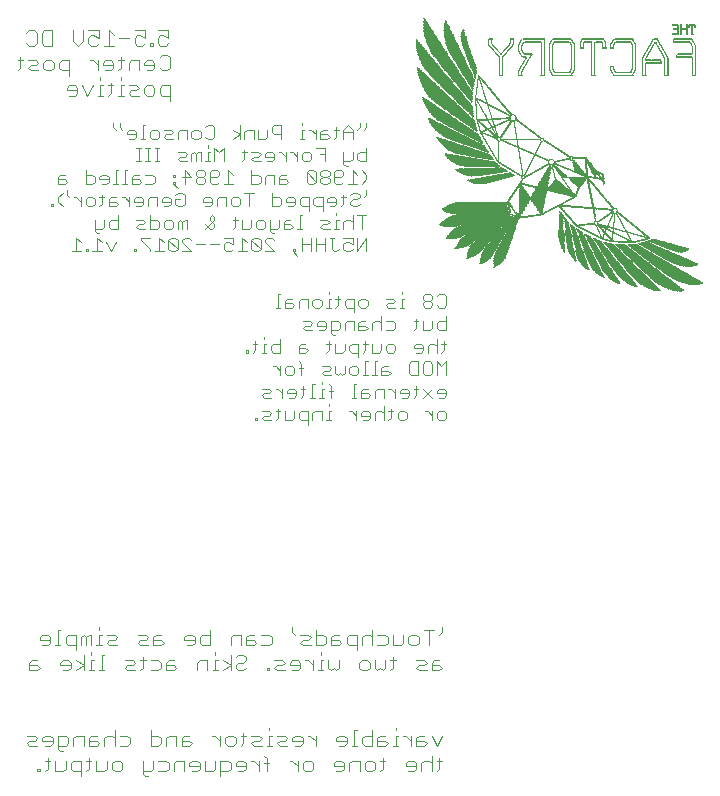
<source format=gbo>
G75*
%MOIN*%
%OFA0B0*%
%FSLAX25Y25*%
%IPPOS*%
%LPD*%
%AMOC8*
5,1,8,0,0,1.08239X$1,22.5*
%
%ADD10R,0.00050X0.00050*%
%ADD11R,0.00150X0.00050*%
%ADD12R,0.00850X0.00050*%
%ADD13R,0.00100X0.00050*%
%ADD14R,0.00350X0.00050*%
%ADD15R,0.00200X0.00050*%
%ADD16R,0.02200X0.00050*%
%ADD17R,0.01200X0.00050*%
%ADD18R,0.02850X0.00050*%
%ADD19R,0.01700X0.00050*%
%ADD20R,0.03200X0.00050*%
%ADD21R,0.01950X0.00050*%
%ADD22R,0.03350X0.00050*%
%ADD23R,0.02100X0.00050*%
%ADD24R,0.03550X0.00050*%
%ADD25R,0.02350X0.00050*%
%ADD26R,0.03700X0.00050*%
%ADD27R,0.02500X0.00050*%
%ADD28R,0.03850X0.00050*%
%ADD29R,0.02600X0.00050*%
%ADD30R,0.03950X0.00050*%
%ADD31R,0.02700X0.00050*%
%ADD32R,0.04000X0.00050*%
%ADD33R,0.02800X0.00050*%
%ADD34R,0.04100X0.00050*%
%ADD35R,0.04250X0.00050*%
%ADD36R,0.02950X0.00050*%
%ADD37R,0.04300X0.00050*%
%ADD38R,0.03100X0.00050*%
%ADD39R,0.04450X0.00050*%
%ADD40R,0.03150X0.00050*%
%ADD41R,0.04500X0.00050*%
%ADD42R,0.04600X0.00050*%
%ADD43R,0.03250X0.00050*%
%ADD44R,0.04650X0.00050*%
%ADD45R,0.04800X0.00050*%
%ADD46R,0.04750X0.00050*%
%ADD47R,0.03400X0.00050*%
%ADD48R,0.04850X0.00050*%
%ADD49R,0.03450X0.00050*%
%ADD50R,0.04950X0.00050*%
%ADD51R,0.03500X0.00050*%
%ADD52R,0.03600X0.00050*%
%ADD53R,0.05000X0.00050*%
%ADD54R,0.03650X0.00050*%
%ADD55R,0.05100X0.00050*%
%ADD56R,0.03750X0.00050*%
%ADD57R,0.05150X0.00050*%
%ADD58R,0.05200X0.00050*%
%ADD59R,0.03800X0.00050*%
%ADD60R,0.05250X0.00050*%
%ADD61R,0.00500X0.00050*%
%ADD62R,0.05300X0.00050*%
%ADD63R,0.00650X0.00050*%
%ADD64R,0.03900X0.00050*%
%ADD65R,0.05400X0.00050*%
%ADD66R,0.00950X0.00050*%
%ADD67R,0.01050X0.00050*%
%ADD68R,0.05450X0.00050*%
%ADD69R,0.01300X0.00050*%
%ADD70R,0.04050X0.00050*%
%ADD71R,0.05500X0.00050*%
%ADD72R,0.01400X0.00050*%
%ADD73R,0.01500X0.00050*%
%ADD74R,0.04150X0.00050*%
%ADD75R,0.01600X0.00050*%
%ADD76R,0.04200X0.00050*%
%ADD77R,0.05600X0.00050*%
%ADD78R,0.01650X0.00050*%
%ADD79R,0.01800X0.00050*%
%ADD80R,0.05650X0.00050*%
%ADD81R,0.01850X0.00050*%
%ADD82R,0.01900X0.00050*%
%ADD83R,0.05700X0.00050*%
%ADD84R,0.02000X0.00050*%
%ADD85R,0.04350X0.00050*%
%ADD86R,0.05750X0.00050*%
%ADD87R,0.00700X0.00050*%
%ADD88R,0.00250X0.00050*%
%ADD89R,0.02050X0.00050*%
%ADD90R,0.02450X0.00050*%
%ADD91R,0.02150X0.00050*%
%ADD92R,0.04400X0.00050*%
%ADD93R,0.05800X0.00050*%
%ADD94R,0.02250X0.00050*%
%ADD95R,0.02300X0.00050*%
%ADD96R,0.04550X0.00050*%
%ADD97R,0.05850X0.00050*%
%ADD98R,0.02400X0.00050*%
%ADD99R,0.00550X0.00050*%
%ADD100R,0.06100X0.00050*%
%ADD101R,0.00800X0.00050*%
%ADD102R,0.05900X0.00050*%
%ADD103R,0.06250X0.00050*%
%ADD104R,0.00900X0.00050*%
%ADD105R,0.06350X0.00050*%
%ADD106R,0.06500X0.00050*%
%ADD107R,0.01100X0.00050*%
%ADD108R,0.06600X0.00050*%
%ADD109R,0.02650X0.00050*%
%ADD110R,0.06650X0.00050*%
%ADD111R,0.01350X0.00050*%
%ADD112R,0.06700X0.00050*%
%ADD113R,0.06750X0.00050*%
%ADD114R,0.06800X0.00050*%
%ADD115R,0.01550X0.00050*%
%ADD116R,0.02750X0.00050*%
%ADD117R,0.06900X0.00050*%
%ADD118R,0.04700X0.00050*%
%ADD119R,0.06950X0.00050*%
%ADD120R,0.07000X0.00050*%
%ADD121R,0.07050X0.00050*%
%ADD122R,0.07100X0.00050*%
%ADD123R,0.07150X0.00050*%
%ADD124R,0.03000X0.00050*%
%ADD125R,0.07200X0.00050*%
%ADD126R,0.07250X0.00050*%
%ADD127R,0.07350X0.00050*%
%ADD128R,0.07400X0.00050*%
%ADD129R,0.07450X0.00050*%
%ADD130R,0.07500X0.00050*%
%ADD131R,0.03300X0.00050*%
%ADD132R,0.07550X0.00050*%
%ADD133R,0.02550X0.00050*%
%ADD134R,0.00450X0.00050*%
%ADD135R,0.00750X0.00050*%
%ADD136R,0.05550X0.00050*%
%ADD137R,0.01000X0.00050*%
%ADD138R,0.01150X0.00050*%
%ADD139R,0.01250X0.00050*%
%ADD140R,0.07300X0.00050*%
%ADD141R,0.01450X0.00050*%
%ADD142R,0.02900X0.00050*%
%ADD143R,0.01750X0.00050*%
%ADD144R,0.05350X0.00050*%
%ADD145R,0.06850X0.00050*%
%ADD146R,0.03050X0.00050*%
%ADD147R,0.00400X0.00050*%
%ADD148R,0.00600X0.00050*%
%ADD149R,0.05050X0.00050*%
%ADD150R,0.06550X0.00050*%
%ADD151R,0.06450X0.00050*%
%ADD152R,0.04900X0.00050*%
%ADD153R,0.06400X0.00050*%
%ADD154R,0.06300X0.00050*%
%ADD155R,0.06200X0.00050*%
%ADD156R,0.06150X0.00050*%
%ADD157R,0.06050X0.00050*%
%ADD158R,0.06000X0.00050*%
%ADD159R,0.07650X0.00050*%
%ADD160R,0.07700X0.00050*%
%ADD161R,0.00300X0.00050*%
%ADD162R,0.05950X0.00050*%
%ADD163R,0.07750X0.00050*%
%ADD164R,0.07600X0.00050*%
%ADD165R,0.07900X0.00050*%
%ADD166R,0.08000X0.00050*%
%ADD167R,0.08100X0.00050*%
%ADD168R,0.08200X0.00050*%
%ADD169R,0.08350X0.00050*%
%ADD170R,0.08500X0.00050*%
%ADD171R,0.08650X0.00050*%
%ADD172R,0.08700X0.00050*%
%ADD173R,0.08800X0.00050*%
%ADD174R,0.08900X0.00050*%
%ADD175R,0.09050X0.00050*%
%ADD176R,0.09150X0.00050*%
%ADD177R,0.09200X0.00050*%
%ADD178R,0.09300X0.00050*%
%ADD179R,0.09400X0.00050*%
%ADD180R,0.09500X0.00050*%
%ADD181R,0.09600X0.00050*%
%ADD182R,0.09750X0.00050*%
%ADD183R,0.09800X0.00050*%
%ADD184R,0.09900X0.00050*%
%ADD185R,0.09950X0.00050*%
%ADD186R,0.10050X0.00050*%
%ADD187R,0.10150X0.00050*%
%ADD188R,0.10300X0.00050*%
%ADD189R,0.10400X0.00050*%
%ADD190R,0.10500X0.00050*%
%ADD191R,0.10600X0.00050*%
%ADD192R,0.10650X0.00050*%
%ADD193R,0.10700X0.00050*%
%ADD194R,0.10750X0.00050*%
%ADD195R,0.10850X0.00050*%
%ADD196R,0.10900X0.00050*%
%ADD197R,0.10950X0.00050*%
%ADD198R,0.11000X0.00050*%
%ADD199R,0.11050X0.00050*%
%ADD200R,0.11150X0.00050*%
%ADD201R,0.11250X0.00050*%
%ADD202R,0.11300X0.00050*%
%ADD203R,0.11350X0.00050*%
%ADD204R,0.11500X0.00050*%
%ADD205R,0.11550X0.00050*%
%ADD206R,0.11600X0.00050*%
%ADD207R,0.11650X0.00050*%
%ADD208R,0.11400X0.00050*%
%ADD209R,0.11100X0.00050*%
%ADD210R,0.10350X0.00050*%
%ADD211R,0.09850X0.00050*%
%ADD212R,0.09350X0.00050*%
%ADD213R,0.09100X0.00050*%
%ADD214R,0.08950X0.00050*%
%ADD215R,0.08450X0.00050*%
%ADD216R,0.08400X0.00050*%
%ADD217R,0.07850X0.00050*%
%ADD218R,0.08250X0.00050*%
%ADD219R,0.08050X0.00050*%
%ADD220R,0.08600X0.00050*%
%ADD221R,0.09000X0.00050*%
%ADD222R,0.09450X0.00050*%
%ADD223R,0.11850X0.00050*%
%ADD224R,0.12250X0.00050*%
%ADD225R,0.12600X0.00050*%
%ADD226R,0.12950X0.00050*%
%ADD227R,0.13350X0.00050*%
%ADD228R,0.13700X0.00050*%
%ADD229R,0.14050X0.00050*%
%ADD230R,0.14300X0.00050*%
%ADD231R,0.14550X0.00050*%
%ADD232R,0.14650X0.00050*%
%ADD233R,0.14950X0.00050*%
%ADD234R,0.15100X0.00050*%
%ADD235R,0.15300X0.00050*%
%ADD236R,0.15650X0.00050*%
%ADD237R,0.15850X0.00050*%
%ADD238R,0.16000X0.00050*%
%ADD239R,0.16250X0.00050*%
%ADD240R,0.16450X0.00050*%
%ADD241R,0.16700X0.00050*%
%ADD242R,0.16850X0.00050*%
%ADD243R,0.17100X0.00050*%
%ADD244R,0.17350X0.00050*%
%ADD245R,0.17500X0.00050*%
%ADD246R,0.17650X0.00050*%
%ADD247R,0.17900X0.00050*%
%ADD248R,0.18100X0.00050*%
%ADD249R,0.18200X0.00050*%
%ADD250R,0.18450X0.00050*%
%ADD251R,0.18700X0.00050*%
%ADD252R,0.18850X0.00050*%
%ADD253R,0.19100X0.00050*%
%ADD254R,0.19200X0.00050*%
%ADD255R,0.19450X0.00050*%
%ADD256R,0.19550X0.00050*%
%ADD257R,0.19350X0.00050*%
%ADD258R,0.19250X0.00050*%
%ADD259R,0.19000X0.00050*%
%ADD260R,0.18900X0.00050*%
%ADD261R,0.18750X0.00050*%
%ADD262R,0.18600X0.00050*%
%ADD263R,0.18500X0.00050*%
%ADD264R,0.18300X0.00050*%
%ADD265R,0.18050X0.00050*%
%ADD266R,0.17850X0.00050*%
%ADD267R,0.17700X0.00050*%
%ADD268R,0.17200X0.00050*%
%ADD269R,0.16800X0.00050*%
%ADD270R,0.15150X0.00050*%
%ADD271R,0.11450X0.00050*%
%ADD272R,0.08750X0.00050*%
%ADD273R,0.08850X0.00050*%
%ADD274R,0.11750X0.00050*%
%ADD275R,0.12200X0.00050*%
%ADD276R,0.13000X0.00050*%
%ADD277R,0.13550X0.00050*%
%ADD278R,0.13800X0.00050*%
%ADD279R,0.14400X0.00050*%
%ADD280R,0.14850X0.00050*%
%ADD281R,0.15250X0.00050*%
%ADD282R,0.15600X0.00050*%
%ADD283R,0.15950X0.00050*%
%ADD284R,0.16400X0.00050*%
%ADD285R,0.16750X0.00050*%
%ADD286R,0.16600X0.00050*%
%ADD287R,0.16650X0.00050*%
%ADD288R,0.16500X0.00050*%
%ADD289R,0.13400X0.00050*%
%ADD290R,0.11900X0.00050*%
%ADD291R,0.09700X0.00050*%
%ADD292R,0.12100X0.00050*%
%ADD293R,0.12550X0.00050*%
%ADD294R,0.12750X0.00050*%
%ADD295R,0.12900X0.00050*%
%ADD296R,0.13050X0.00050*%
%ADD297R,0.13150X0.00050*%
%ADD298R,0.13250X0.00050*%
%ADD299R,0.13450X0.00050*%
%ADD300R,0.13500X0.00050*%
%ADD301R,0.13600X0.00050*%
%ADD302R,0.13650X0.00050*%
%ADD303R,0.13750X0.00050*%
%ADD304R,0.13850X0.00050*%
%ADD305R,0.13900X0.00050*%
%ADD306R,0.13950X0.00050*%
%ADD307R,0.14000X0.00050*%
%ADD308R,0.14100X0.00050*%
%ADD309R,0.14150X0.00050*%
%ADD310R,0.14200X0.00050*%
%ADD311R,0.14250X0.00050*%
%ADD312R,0.13100X0.00050*%
%ADD313R,0.12700X0.00050*%
%ADD314R,0.12400X0.00050*%
%ADD315R,0.12150X0.00050*%
%ADD316R,0.11950X0.00050*%
%ADD317R,0.11700X0.00050*%
%ADD318R,0.10550X0.00050*%
%ADD319R,0.10250X0.00050*%
%ADD320R,0.07950X0.00050*%
%ADD321R,0.08150X0.00050*%
%ADD322R,0.09550X0.00050*%
%ADD323R,0.09650X0.00050*%
%ADD324R,0.08550X0.00050*%
%ADD325R,0.08300X0.00050*%
%ADD326R,0.07800X0.00050*%
%ADD327R,0.12850X0.00050*%
%ADD328R,0.13200X0.00050*%
%ADD329C,0.00400*%
D10*
X0373088Y0305133D03*
X0373238Y0305133D03*
X0375738Y0305683D03*
X0371888Y0308433D03*
X0371038Y0308483D03*
X0370938Y0308483D03*
X0370288Y0308583D03*
X0370638Y0312433D03*
X0370138Y0312483D03*
X0372188Y0312433D03*
X0372538Y0316783D03*
X0371988Y0316833D03*
X0371688Y0316883D03*
X0373688Y0316833D03*
X0374488Y0316933D03*
X0374588Y0316633D03*
X0375538Y0317083D03*
X0375938Y0316883D03*
X0376238Y0317183D03*
X0377888Y0317433D03*
X0378438Y0317333D03*
X0379138Y0317633D03*
X0380088Y0317633D03*
X0380638Y0317733D03*
X0380638Y0317883D03*
X0381738Y0317933D03*
X0381988Y0317983D03*
X0382738Y0318233D03*
X0383138Y0318183D03*
X0383888Y0318433D03*
X0384138Y0318483D03*
X0384238Y0318383D03*
X0384538Y0318433D03*
X0385288Y0318683D03*
X0385388Y0318583D03*
X0385638Y0318733D03*
X0386438Y0318883D03*
X0386738Y0318833D03*
X0387338Y0319033D03*
X0387588Y0319083D03*
X0387888Y0319033D03*
X0388138Y0319083D03*
X0388688Y0319283D03*
X0389288Y0319283D03*
X0389788Y0319483D03*
X0388638Y0320533D03*
X0386838Y0320533D03*
X0380838Y0320533D03*
X0378838Y0320533D03*
X0378738Y0320533D03*
X0378238Y0320533D03*
X0377938Y0320533D03*
X0377838Y0320533D03*
X0377538Y0320533D03*
X0377438Y0320533D03*
X0377338Y0320533D03*
X0377238Y0320533D03*
X0377088Y0320533D03*
X0376838Y0320533D03*
X0376638Y0320533D03*
X0376488Y0320533D03*
X0376388Y0320533D03*
X0376238Y0320533D03*
X0374088Y0320483D03*
X0373838Y0320483D03*
X0373738Y0320483D03*
X0373238Y0320433D03*
X0373138Y0320433D03*
X0377688Y0313983D03*
X0380138Y0314833D03*
X0382638Y0315733D03*
X0391588Y0315983D03*
X0394388Y0315283D03*
X0395438Y0315433D03*
X0395738Y0315833D03*
X0396088Y0315883D03*
X0396488Y0315933D03*
X0396588Y0315933D03*
X0397488Y0315733D03*
X0397638Y0316083D03*
X0398038Y0316133D03*
X0398738Y0316233D03*
X0399888Y0316083D03*
X0397438Y0320333D03*
X0397638Y0320683D03*
X0397738Y0320833D03*
X0397788Y0320933D03*
X0397938Y0321133D03*
X0397938Y0321183D03*
X0398038Y0321333D03*
X0398088Y0321383D03*
X0397588Y0326033D03*
X0398888Y0326083D03*
X0399088Y0326033D03*
X0399588Y0325933D03*
X0395888Y0326433D03*
X0395388Y0326533D03*
X0395788Y0328483D03*
X0395938Y0328483D03*
X0396138Y0328533D03*
X0396238Y0328633D03*
X0396288Y0328683D03*
X0396388Y0328883D03*
X0396338Y0329233D03*
X0396338Y0329283D03*
X0395888Y0329533D03*
X0395588Y0329483D03*
X0395488Y0329433D03*
X0395288Y0329083D03*
X0395288Y0329033D03*
X0395288Y0328933D03*
X0395338Y0328783D03*
X0395438Y0328633D03*
X0395488Y0328583D03*
X0392988Y0329533D03*
X0392288Y0329333D03*
X0391738Y0329183D03*
X0390088Y0330233D03*
X0389788Y0330183D03*
X0389488Y0330133D03*
X0388838Y0330633D03*
X0387788Y0329833D03*
X0386938Y0329683D03*
X0386438Y0330283D03*
X0386138Y0330233D03*
X0385788Y0330183D03*
X0385788Y0329483D03*
X0384788Y0330033D03*
X0384688Y0330033D03*
X0383638Y0329883D03*
X0383238Y0329033D03*
X0382938Y0328983D03*
X0382688Y0328933D03*
X0382538Y0329733D03*
X0382188Y0329683D03*
X0381788Y0329633D03*
X0381338Y0329583D03*
X0380888Y0329533D03*
X0380938Y0328633D03*
X0381238Y0328683D03*
X0379538Y0329383D03*
X0378788Y0329333D03*
X0378088Y0329383D03*
X0377488Y0329483D03*
X0377438Y0328033D03*
X0378638Y0328233D03*
X0379338Y0326933D03*
X0379638Y0326883D03*
X0379988Y0326833D03*
X0381188Y0326783D03*
X0381288Y0326783D03*
X0381638Y0326783D03*
X0382238Y0326833D03*
X0382338Y0326833D03*
X0382688Y0326883D03*
X0383138Y0326933D03*
X0383388Y0326983D03*
X0386438Y0327733D03*
X0386038Y0332033D03*
X0385788Y0332033D03*
X0385538Y0332033D03*
X0385438Y0332033D03*
X0385288Y0332033D03*
X0385188Y0332033D03*
X0385088Y0332533D03*
X0384838Y0332533D03*
X0384638Y0332533D03*
X0384288Y0332533D03*
X0383888Y0331983D03*
X0383638Y0331983D03*
X0383388Y0331983D03*
X0382638Y0331933D03*
X0382138Y0331933D03*
X0382038Y0331933D03*
X0381888Y0331933D03*
X0381638Y0332583D03*
X0380688Y0332583D03*
X0380438Y0332583D03*
X0380288Y0332583D03*
X0379988Y0332583D03*
X0379888Y0332583D03*
X0379788Y0332583D03*
X0379638Y0332583D03*
X0380138Y0331883D03*
X0380338Y0331883D03*
X0380738Y0331883D03*
X0379038Y0331833D03*
X0378938Y0331833D03*
X0378788Y0331833D03*
X0378538Y0331833D03*
X0378388Y0331833D03*
X0378038Y0332633D03*
X0377938Y0332633D03*
X0377588Y0332633D03*
X0377488Y0332633D03*
X0377188Y0331783D03*
X0377088Y0331783D03*
X0376988Y0331783D03*
X0376738Y0331783D03*
X0376638Y0331783D03*
X0376538Y0332683D03*
X0376388Y0332683D03*
X0376288Y0332683D03*
X0375638Y0332733D03*
X0375038Y0331733D03*
X0374888Y0331733D03*
X0374738Y0331733D03*
X0375638Y0335833D03*
X0375038Y0335933D03*
X0375188Y0336583D03*
X0374138Y0336083D03*
X0373788Y0336133D03*
X0372338Y0336383D03*
X0371738Y0336483D03*
X0370838Y0336633D03*
X0372338Y0341283D03*
X0369538Y0341483D03*
X0376388Y0339833D03*
X0377838Y0338733D03*
X0378438Y0338533D03*
X0378088Y0336033D03*
X0378038Y0335433D03*
X0378338Y0335383D03*
X0378638Y0335333D03*
X0379238Y0335233D03*
X0379538Y0335783D03*
X0379838Y0335733D03*
X0380088Y0335683D03*
X0380188Y0335083D03*
X0380438Y0335033D03*
X0381388Y0334883D03*
X0381338Y0335483D03*
X0382238Y0335333D03*
X0382538Y0335283D03*
X0381988Y0334783D03*
X0383438Y0335133D03*
X0383538Y0334533D03*
X0383838Y0334483D03*
X0384138Y0334433D03*
X0385038Y0334283D03*
X0385038Y0334883D03*
X0385688Y0334783D03*
X0385988Y0334733D03*
X0385638Y0334183D03*
X0386288Y0334083D03*
X0386488Y0332533D03*
X0386988Y0332533D03*
X0387188Y0332533D03*
X0387388Y0332533D03*
X0387588Y0332533D03*
X0387788Y0332533D03*
X0387988Y0332533D03*
X0388588Y0332133D03*
X0387188Y0332083D03*
X0386938Y0332083D03*
X0386738Y0332083D03*
X0385988Y0332533D03*
X0385788Y0332533D03*
X0385688Y0332533D03*
X0385488Y0332533D03*
X0385388Y0332533D03*
X0384138Y0337233D03*
X0387288Y0341233D03*
X0387288Y0341283D03*
X0387388Y0341183D03*
X0387538Y0341083D03*
X0387838Y0341033D03*
X0387938Y0341033D03*
X0388138Y0341133D03*
X0388238Y0341233D03*
X0388688Y0341483D03*
X0388388Y0341833D03*
X0388338Y0341933D03*
X0388288Y0342033D03*
X0388238Y0342083D03*
X0387888Y0342283D03*
X0387738Y0342283D03*
X0387188Y0341883D03*
X0387138Y0341633D03*
X0387138Y0341583D03*
X0387188Y0341433D03*
X0391338Y0341433D03*
X0391838Y0341433D03*
X0391938Y0341433D03*
X0392138Y0341433D03*
X0392388Y0341433D03*
X0392538Y0341433D03*
X0392738Y0341433D03*
X0392988Y0341433D03*
X0393138Y0341433D03*
X0393388Y0341433D03*
X0393488Y0341433D03*
X0393538Y0341683D03*
X0393438Y0341683D03*
X0393338Y0341683D03*
X0393188Y0341683D03*
X0393088Y0341683D03*
X0392788Y0341683D03*
X0394038Y0341683D03*
X0394188Y0341683D03*
X0394338Y0341683D03*
X0394588Y0341683D03*
X0394788Y0341683D03*
X0395038Y0341683D03*
X0394838Y0341433D03*
X0395388Y0341683D03*
X0398838Y0341383D03*
X0398938Y0341383D03*
X0399188Y0341383D03*
X0399438Y0341383D03*
X0399688Y0341383D03*
X0399838Y0341383D03*
X0399838Y0341633D03*
X0399938Y0341633D03*
X0399738Y0341633D03*
X0399588Y0341633D03*
X0399488Y0341633D03*
X0399388Y0341633D03*
X0399138Y0341633D03*
X0400138Y0341383D03*
X0400238Y0341383D03*
X0400488Y0341383D03*
X0400538Y0341633D03*
X0400688Y0341633D03*
X0400838Y0341633D03*
X0400388Y0341633D03*
X0400238Y0341633D03*
X0401388Y0341633D03*
X0401438Y0341383D03*
X0401538Y0341383D03*
X0401588Y0341333D03*
X0401638Y0341183D03*
X0401688Y0341133D03*
X0401838Y0340983D03*
X0402238Y0340883D03*
X0402438Y0340983D03*
X0402538Y0341083D03*
X0402688Y0341433D03*
X0402688Y0341533D03*
X0402588Y0341733D03*
X0402488Y0341833D03*
X0402438Y0341883D03*
X0402338Y0341933D03*
X0402138Y0341983D03*
X0401688Y0341783D03*
X0401688Y0341733D03*
X0393238Y0348083D03*
X0393188Y0348033D03*
X0393038Y0347933D03*
X0392888Y0347833D03*
X0392538Y0347733D03*
X0392388Y0347733D03*
X0392238Y0347733D03*
X0391788Y0347983D03*
X0391688Y0348033D03*
X0391638Y0348083D03*
X0391438Y0348533D03*
X0390988Y0348533D03*
X0390888Y0348783D03*
X0391438Y0349033D03*
X0391488Y0349183D03*
X0391688Y0349483D03*
X0392088Y0349733D03*
X0392238Y0349783D03*
X0392538Y0349783D03*
X0392738Y0349733D03*
X0392838Y0349683D03*
X0393038Y0349583D03*
X0393138Y0349483D03*
X0393238Y0349433D03*
X0393338Y0349283D03*
X0393388Y0349183D03*
X0393438Y0349083D03*
X0393438Y0349033D03*
X0393488Y0348733D03*
X0393488Y0348633D03*
X0393438Y0348533D03*
X0393388Y0348383D03*
X0393388Y0348333D03*
X0393388Y0348283D03*
X0390288Y0348483D03*
X0390188Y0348483D03*
X0390188Y0348733D03*
X0389588Y0348433D03*
X0389488Y0348433D03*
X0389388Y0348683D03*
X0388188Y0348333D03*
X0387888Y0348583D03*
X0387438Y0348533D03*
X0387388Y0348283D03*
X0386738Y0348233D03*
X0386638Y0348233D03*
X0386588Y0348483D03*
X0386738Y0348483D03*
X0385938Y0348433D03*
X0385338Y0348133D03*
X0385188Y0348383D03*
X0384588Y0348083D03*
X0384488Y0348083D03*
X0384488Y0348333D03*
X0383238Y0348233D03*
X0383188Y0347983D03*
X0382388Y0348183D03*
X0381788Y0347883D03*
X0381688Y0347883D03*
X0381688Y0348133D03*
X0381088Y0347833D03*
X0380988Y0348083D03*
X0379088Y0349033D03*
X0378688Y0353783D03*
X0379838Y0361933D03*
X0388238Y0363033D03*
X0388338Y0363033D03*
X0388538Y0363033D03*
X0394488Y0362833D03*
X0394588Y0362833D03*
X0394638Y0363033D03*
X0394888Y0362833D03*
X0394988Y0362833D03*
X0395088Y0362833D03*
X0395038Y0363033D03*
X0395388Y0362833D03*
X0396688Y0369083D03*
X0396788Y0369083D03*
X0401788Y0362833D03*
X0402138Y0363033D03*
X0402438Y0363033D03*
X0402538Y0363033D03*
X0402638Y0362833D03*
X0402888Y0362833D03*
X0406138Y0363033D03*
X0406338Y0363033D03*
X0406638Y0363033D03*
X0406738Y0363033D03*
X0406938Y0363033D03*
X0407238Y0363033D03*
X0407338Y0363033D03*
X0407538Y0363033D03*
X0407838Y0363033D03*
X0407938Y0363033D03*
X0408138Y0363033D03*
X0408438Y0363033D03*
X0408538Y0363033D03*
X0408738Y0363033D03*
X0409038Y0363033D03*
X0409138Y0363033D03*
X0409338Y0363033D03*
X0409638Y0363033D03*
X0409738Y0363033D03*
X0409938Y0363033D03*
X0410238Y0363033D03*
X0410338Y0363033D03*
X0410538Y0363033D03*
X0410738Y0362833D03*
X0410838Y0363033D03*
X0411038Y0363033D03*
X0411238Y0363033D03*
X0411438Y0363033D03*
X0411588Y0363033D03*
X0411588Y0362833D03*
X0411488Y0362833D03*
X0411388Y0362833D03*
X0411088Y0362833D03*
X0410988Y0362833D03*
X0410938Y0363833D03*
X0410638Y0363833D03*
X0410188Y0363833D03*
X0410088Y0364033D03*
X0409888Y0363833D03*
X0409288Y0363833D03*
X0409238Y0364033D03*
X0408688Y0363833D03*
X0408488Y0363833D03*
X0408238Y0363833D03*
X0407788Y0363833D03*
X0407638Y0363833D03*
X0407288Y0363833D03*
X0407088Y0363833D03*
X0406988Y0363833D03*
X0406738Y0363833D03*
X0407238Y0364033D03*
X0415188Y0371933D03*
X0415288Y0371933D03*
X0415438Y0372133D03*
X0415638Y0372133D03*
X0415738Y0371933D03*
X0415838Y0371933D03*
X0415938Y0371933D03*
X0415138Y0372133D03*
X0417088Y0374183D03*
X0421088Y0374183D03*
X0422538Y0372133D03*
X0422738Y0372133D03*
X0422738Y0371933D03*
X0422988Y0372133D03*
X0423288Y0371933D03*
X0423388Y0371933D03*
X0422288Y0371933D03*
X0419338Y0363033D03*
X0419138Y0363033D03*
X0419038Y0363033D03*
X0418588Y0362833D03*
X0419738Y0362833D03*
X0426338Y0363033D03*
X0426638Y0363033D03*
X0426738Y0363033D03*
X0426938Y0363033D03*
X0427238Y0363033D03*
X0427338Y0363033D03*
X0427538Y0363033D03*
X0427838Y0363033D03*
X0427938Y0363033D03*
X0428138Y0363033D03*
X0428438Y0363033D03*
X0428538Y0363033D03*
X0428738Y0363033D03*
X0429038Y0363033D03*
X0429138Y0363033D03*
X0429338Y0363033D03*
X0429638Y0363033D03*
X0429738Y0363033D03*
X0429938Y0363033D03*
X0429938Y0362833D03*
X0430238Y0363033D03*
X0430338Y0363033D03*
X0430538Y0363033D03*
X0430838Y0363033D03*
X0430938Y0363033D03*
X0431138Y0363033D03*
X0431438Y0363033D03*
X0431538Y0363033D03*
X0431738Y0363033D03*
X0431088Y0363833D03*
X0430888Y0363833D03*
X0430638Y0363833D03*
X0430188Y0363833D03*
X0430038Y0363833D03*
X0429688Y0363833D03*
X0429638Y0364033D03*
X0429238Y0363833D03*
X0428888Y0363833D03*
X0428838Y0364033D03*
X0428238Y0363833D03*
X0427788Y0363833D03*
X0427388Y0363833D03*
X0427088Y0363833D03*
X0431288Y0364033D03*
X0435938Y0363033D03*
X0436238Y0363033D03*
X0436338Y0363033D03*
X0436388Y0362833D03*
X0437038Y0366883D03*
X0437138Y0366883D03*
X0437188Y0367083D03*
X0437338Y0367083D03*
X0437488Y0367083D03*
X0437588Y0367083D03*
X0437738Y0367083D03*
X0437938Y0367083D03*
X0438088Y0367083D03*
X0438188Y0367083D03*
X0438388Y0367083D03*
X0438538Y0367083D03*
X0438688Y0367083D03*
X0438788Y0367083D03*
X0438888Y0367083D03*
X0438988Y0367083D03*
X0439188Y0367083D03*
X0439338Y0367083D03*
X0439488Y0367083D03*
X0439588Y0367083D03*
X0439788Y0367083D03*
X0439938Y0367083D03*
X0440038Y0367083D03*
X0440138Y0367083D03*
X0440238Y0367083D03*
X0440338Y0367083D03*
X0440538Y0367083D03*
X0440688Y0367083D03*
X0440788Y0367083D03*
X0440938Y0367083D03*
X0441038Y0367083D03*
X0441188Y0367083D03*
X0441388Y0367083D03*
X0441538Y0367083D03*
X0441538Y0366883D03*
X0441638Y0366883D03*
X0441738Y0366883D03*
X0441838Y0366883D03*
X0441988Y0366883D03*
X0441788Y0367083D03*
X0441438Y0366883D03*
X0441338Y0366883D03*
X0441238Y0366883D03*
X0441138Y0366883D03*
X0440938Y0366883D03*
X0440838Y0366883D03*
X0440738Y0366883D03*
X0440638Y0366883D03*
X0440538Y0366883D03*
X0440338Y0366883D03*
X0440238Y0366883D03*
X0440138Y0366883D03*
X0440038Y0366883D03*
X0439938Y0366883D03*
X0439838Y0366883D03*
X0439738Y0366883D03*
X0439638Y0366883D03*
X0439538Y0366883D03*
X0439438Y0366883D03*
X0439338Y0366883D03*
X0439238Y0366883D03*
X0439138Y0366883D03*
X0439038Y0366883D03*
X0438938Y0366883D03*
X0438838Y0366883D03*
X0438738Y0366883D03*
X0438638Y0366883D03*
X0438538Y0366883D03*
X0438438Y0366883D03*
X0438338Y0366883D03*
X0438238Y0366883D03*
X0438138Y0366883D03*
X0437988Y0366883D03*
X0437888Y0366883D03*
X0437788Y0366883D03*
X0437688Y0366883D03*
X0437588Y0366883D03*
X0437488Y0366883D03*
X0437388Y0366883D03*
X0437038Y0367083D03*
X0436938Y0367083D03*
X0441488Y0368083D03*
X0443338Y0363033D03*
X0443638Y0363033D03*
X0443738Y0363033D03*
X0444088Y0362833D03*
X0444188Y0362833D03*
X0443088Y0362833D03*
X0452338Y0363033D03*
X0452638Y0363033D03*
X0452738Y0363033D03*
X0452938Y0363033D03*
X0452288Y0376483D03*
X0450538Y0376483D03*
X0449938Y0378083D03*
X0449838Y0378083D03*
X0449738Y0378083D03*
X0449638Y0378083D03*
X0449538Y0378083D03*
X0449438Y0378083D03*
X0449338Y0378083D03*
X0449438Y0378283D03*
X0449588Y0378333D03*
X0449638Y0378533D03*
X0449938Y0378533D03*
X0450038Y0378533D03*
X0449988Y0378333D03*
X0449838Y0378283D03*
X0449338Y0378533D03*
X0449138Y0378333D03*
X0448988Y0378333D03*
X0449038Y0378533D03*
X0448938Y0378533D03*
X0448838Y0378533D03*
X0448688Y0378083D03*
X0447238Y0378333D03*
X0447038Y0378533D03*
X0446888Y0378533D03*
X0446938Y0378333D03*
X0446738Y0378333D03*
X0446588Y0378333D03*
X0446438Y0378333D03*
X0446488Y0378533D03*
X0446638Y0378533D03*
X0446238Y0378533D03*
X0446138Y0378333D03*
X0446188Y0378083D03*
X0446088Y0378083D03*
X0445988Y0378083D03*
X0445938Y0378533D03*
X0445838Y0378533D03*
X0446888Y0378083D03*
X0446988Y0378083D03*
X0446938Y0376933D03*
X0446788Y0376933D03*
X0446688Y0376933D03*
X0446688Y0376733D03*
X0446438Y0376733D03*
X0446288Y0376733D03*
X0446338Y0376933D03*
X0446238Y0376933D03*
X0446488Y0376933D03*
X0446988Y0376733D03*
X0447088Y0376733D03*
X0447188Y0376733D03*
X0447138Y0376933D03*
X0445988Y0376733D03*
X0445888Y0376933D03*
X0445788Y0376933D03*
X0445638Y0376933D03*
X0445538Y0376933D03*
X0445888Y0379683D03*
X0445988Y0379683D03*
X0446138Y0379683D03*
X0446388Y0379683D03*
X0446488Y0379683D03*
X0446588Y0379683D03*
X0446688Y0379683D03*
X0446788Y0379683D03*
X0446838Y0379883D03*
X0447088Y0379683D03*
X0447188Y0379683D03*
X0446488Y0379883D03*
X0446288Y0379883D03*
X0448188Y0379883D03*
X0448338Y0379883D03*
X0448438Y0379883D03*
X0448538Y0379883D03*
X0450188Y0379883D03*
X0450338Y0379883D03*
X0450438Y0379883D03*
X0450538Y0379883D03*
X0451338Y0379683D03*
X0451438Y0379683D03*
X0451438Y0379883D03*
X0451638Y0379883D03*
X0451738Y0379683D03*
X0451988Y0379683D03*
X0452088Y0379683D03*
X0452188Y0379683D03*
X0452288Y0379683D03*
X0452388Y0379683D03*
X0452438Y0379883D03*
X0452688Y0379683D03*
X0452788Y0379683D03*
X0452888Y0379683D03*
X0452988Y0378883D03*
X0453088Y0378883D03*
X0452088Y0379883D03*
X0451888Y0379883D03*
X0451138Y0378883D03*
X0451038Y0378883D03*
X0416538Y0335583D03*
X0416288Y0335583D03*
X0416038Y0335583D03*
X0414738Y0335533D03*
X0414638Y0335533D03*
X0414538Y0335533D03*
X0414388Y0335233D03*
X0414138Y0335233D03*
X0413388Y0335483D03*
X0413188Y0335483D03*
X0412388Y0335483D03*
X0412288Y0335633D03*
X0412138Y0335733D03*
X0412088Y0335783D03*
X0411938Y0335783D03*
X0411588Y0335733D03*
X0411388Y0335533D03*
X0411288Y0335333D03*
X0411138Y0335283D03*
X0411388Y0334933D03*
X0411488Y0334783D03*
X0411588Y0334733D03*
X0411738Y0334683D03*
X0411838Y0334633D03*
X0412038Y0334683D03*
X0412188Y0334733D03*
X0412388Y0334933D03*
X0412438Y0335033D03*
X0412438Y0335133D03*
X0409938Y0335033D03*
X0408938Y0334533D03*
X0407538Y0334533D03*
X0407288Y0334483D03*
X0406138Y0334333D03*
X0405988Y0334633D03*
X0405938Y0334683D03*
X0405788Y0334783D03*
X0405588Y0334883D03*
X0405438Y0334933D03*
X0405288Y0334933D03*
X0405138Y0334933D03*
X0404938Y0334883D03*
X0404838Y0334833D03*
X0404688Y0334733D03*
X0404638Y0334683D03*
X0404538Y0334583D03*
X0404388Y0334133D03*
X0404388Y0333983D03*
X0404388Y0333883D03*
X0404438Y0333733D03*
X0404738Y0333333D03*
X0405538Y0333183D03*
X0405838Y0333333D03*
X0405888Y0333383D03*
X0405938Y0333283D03*
X0406038Y0333233D03*
X0406138Y0333133D03*
X0406238Y0333033D03*
X0406388Y0332883D03*
X0406438Y0332833D03*
X0406588Y0332683D03*
X0406138Y0333683D03*
X0406138Y0333783D03*
X0406188Y0333933D03*
X0406188Y0333983D03*
X0409838Y0329633D03*
X0410438Y0329033D03*
X0410638Y0328883D03*
X0410838Y0328883D03*
X0410938Y0328883D03*
X0411038Y0328883D03*
X0412688Y0328933D03*
X0413088Y0328933D03*
X0413188Y0328933D03*
X0413288Y0328933D03*
X0416338Y0328983D03*
X0416488Y0328983D03*
X0417988Y0329133D03*
X0418088Y0329133D03*
X0418138Y0328783D03*
X0418438Y0328783D03*
X0418688Y0329083D03*
X0418938Y0328733D03*
X0419338Y0328683D03*
X0418188Y0318883D03*
X0418088Y0318883D03*
X0417988Y0318533D03*
X0417588Y0318583D03*
X0417488Y0318583D03*
X0417438Y0318933D03*
X0417338Y0318933D03*
X0416938Y0318633D03*
X0416738Y0318983D03*
X0416288Y0318683D03*
X0416138Y0319033D03*
X0416038Y0319033D03*
X0415588Y0319083D03*
X0414788Y0319133D03*
X0413838Y0318883D03*
X0413588Y0319233D03*
X0413238Y0318933D03*
X0412988Y0319283D03*
X0412638Y0318983D03*
X0412438Y0319333D03*
X0412338Y0319333D03*
X0411888Y0319033D03*
X0411788Y0319383D03*
X0411288Y0319083D03*
X0410738Y0319133D03*
X0410588Y0319133D03*
X0410638Y0319483D03*
X0410738Y0319483D03*
X0410088Y0319533D03*
X0410038Y0319183D03*
X0409638Y0319583D03*
X0409338Y0319233D03*
X0409238Y0319233D03*
X0409088Y0319633D03*
X0408638Y0319683D03*
X0408588Y0319283D03*
X0407988Y0317583D03*
X0411538Y0313233D03*
X0411538Y0313183D03*
X0413988Y0313033D03*
X0414138Y0312783D03*
X0415038Y0312883D03*
X0415488Y0312933D03*
X0415438Y0313183D03*
X0416288Y0313283D03*
X0416388Y0313033D03*
X0416788Y0313083D03*
X0416838Y0313333D03*
X0417338Y0313133D03*
X0417738Y0313433D03*
X0418188Y0313483D03*
X0418238Y0313233D03*
X0418638Y0313283D03*
X0418688Y0313533D03*
X0419138Y0313333D03*
X0419638Y0313383D03*
X0419688Y0313283D03*
X0419738Y0313233D03*
X0419938Y0313083D03*
X0420038Y0313033D03*
X0420288Y0313033D03*
X0420788Y0313483D03*
X0420838Y0313433D03*
X0420838Y0313633D03*
X0420838Y0313683D03*
X0420788Y0313833D03*
X0420438Y0314233D03*
X0420238Y0314283D03*
X0420138Y0314233D03*
X0419738Y0314083D03*
X0419738Y0314033D03*
X0419638Y0313883D03*
X0419588Y0313683D03*
X0420388Y0318333D03*
X0420388Y0318683D03*
X0420888Y0318633D03*
X0420988Y0318633D03*
X0421138Y0318283D03*
X0421238Y0318283D03*
X0421488Y0318583D03*
X0421788Y0318233D03*
X0421888Y0318233D03*
X0422138Y0318533D03*
X0422488Y0318183D03*
X0422688Y0318483D03*
X0423238Y0318433D03*
X0423338Y0318433D03*
X0423138Y0318133D03*
X0423738Y0318083D03*
X0423888Y0318383D03*
X0424488Y0318333D03*
X0424488Y0318033D03*
X0425238Y0317983D03*
X0425588Y0317933D03*
X0425588Y0317833D03*
X0425588Y0317683D03*
X0425588Y0317633D03*
X0425788Y0317283D03*
X0425838Y0317233D03*
X0425888Y0317183D03*
X0426588Y0317033D03*
X0426888Y0317233D03*
X0427088Y0317483D03*
X0427138Y0317633D03*
X0427138Y0317683D03*
X0427188Y0317783D03*
X0427138Y0317983D03*
X0427088Y0318133D03*
X0426988Y0318283D03*
X0426688Y0318533D03*
X0426538Y0318583D03*
X0426438Y0318583D03*
X0426338Y0318583D03*
X0426188Y0318583D03*
X0425788Y0318333D03*
X0418688Y0318483D03*
X0418588Y0318483D03*
X0413638Y0311783D03*
X0416338Y0310033D03*
X0422888Y0308333D03*
X0423288Y0308233D03*
X0422638Y0307333D03*
X0424438Y0307983D03*
X0424788Y0307633D03*
X0425838Y0307683D03*
X0425938Y0307683D03*
X0426038Y0307683D03*
X0426188Y0307683D03*
X0426938Y0307383D03*
X0427038Y0307633D03*
X0427788Y0307583D03*
X0427888Y0307583D03*
X0428038Y0307583D03*
X0427938Y0307333D03*
X0427788Y0307333D03*
X0427388Y0306483D03*
X0427288Y0306483D03*
X0427188Y0306483D03*
X0428438Y0306433D03*
X0428538Y0306433D03*
X0428788Y0306433D03*
X0428938Y0306433D03*
X0428738Y0307283D03*
X0428788Y0307533D03*
X0428888Y0307533D03*
X0429738Y0307483D03*
X0429838Y0307483D03*
X0429938Y0307483D03*
X0429888Y0307233D03*
X0429788Y0307233D03*
X0430688Y0307183D03*
X0430788Y0307183D03*
X0430888Y0307183D03*
X0430938Y0307433D03*
X0430838Y0307433D03*
X0430738Y0307433D03*
X0430838Y0306433D03*
X0430938Y0306433D03*
X0431588Y0306483D03*
X0431688Y0306483D03*
X0431738Y0307133D03*
X0432438Y0306533D03*
X0432538Y0306533D03*
X0432638Y0306533D03*
X0433338Y0306583D03*
X0433438Y0306583D03*
X0432638Y0307483D03*
X0435738Y0307233D03*
X0436588Y0307433D03*
X0436938Y0308233D03*
X0437638Y0307633D03*
X0439338Y0308333D03*
X0442288Y0305783D03*
X0443738Y0305233D03*
X0446788Y0304233D03*
X0447138Y0304133D03*
X0447438Y0304083D03*
X0447738Y0304033D03*
X0447938Y0302683D03*
X0448438Y0305783D03*
X0448738Y0299433D03*
X0449838Y0299283D03*
X0450338Y0299233D03*
X0450638Y0299233D03*
X0452188Y0299283D03*
X0451688Y0293183D03*
X0451588Y0293183D03*
X0453088Y0293183D03*
X0453188Y0293183D03*
X0453938Y0293233D03*
X0454288Y0293283D03*
X0454388Y0293283D03*
X0448738Y0291033D03*
X0448638Y0291033D03*
X0447238Y0291033D03*
X0447138Y0291033D03*
X0444938Y0291483D03*
X0444338Y0291683D03*
X0441338Y0291083D03*
X0440188Y0291133D03*
X0440088Y0291133D03*
X0439288Y0291283D03*
X0433738Y0292433D03*
X0433638Y0292433D03*
X0433288Y0292483D03*
X0433088Y0292533D03*
X0427638Y0293583D03*
X0427388Y0293633D03*
X0431638Y0310433D03*
X0406338Y0327883D03*
X0406388Y0327983D03*
X0403938Y0325233D03*
X0403838Y0325083D03*
X0390438Y0330883D03*
X0377738Y0335483D03*
X0377438Y0335533D03*
X0377138Y0335583D03*
X0376838Y0335633D03*
X0377288Y0336183D03*
X0380438Y0344183D03*
X0370038Y0381083D03*
X0386088Y0298983D03*
D11*
X0390788Y0316683D03*
X0390588Y0317633D03*
X0390238Y0319433D03*
X0389638Y0320533D03*
X0389438Y0320533D03*
X0387888Y0320533D03*
X0387388Y0320533D03*
X0387188Y0320533D03*
X0386988Y0320533D03*
X0385488Y0320533D03*
X0381338Y0320533D03*
X0380238Y0320533D03*
X0380038Y0320533D03*
X0379688Y0320533D03*
X0379488Y0320533D03*
X0378588Y0320533D03*
X0377688Y0320533D03*
X0374038Y0316883D03*
X0372838Y0316783D03*
X0373388Y0331683D03*
X0375388Y0331733D03*
X0376688Y0332683D03*
X0377788Y0332633D03*
X0380888Y0332583D03*
X0382488Y0331933D03*
X0384088Y0337283D03*
X0382238Y0340233D03*
X0380338Y0344283D03*
X0381888Y0348133D03*
X0382438Y0347933D03*
X0379038Y0349133D03*
X0378638Y0353933D03*
X0378888Y0358133D03*
X0378888Y0358183D03*
X0379788Y0362083D03*
X0380988Y0362783D03*
X0387938Y0363333D03*
X0387938Y0363783D03*
X0387938Y0364133D03*
X0387938Y0364583D03*
X0387938Y0364933D03*
X0387938Y0365383D03*
X0387938Y0365733D03*
X0387938Y0366383D03*
X0387938Y0366583D03*
X0387938Y0366933D03*
X0387938Y0367583D03*
X0387938Y0367983D03*
X0387938Y0368783D03*
X0385388Y0373683D03*
X0385388Y0373983D03*
X0385388Y0374183D03*
X0385388Y0374283D03*
X0385388Y0374683D03*
X0384388Y0374733D03*
X0384388Y0374833D03*
X0384388Y0374933D03*
X0384388Y0374533D03*
X0384388Y0374433D03*
X0384388Y0374233D03*
X0384388Y0374133D03*
X0384388Y0373933D03*
X0384388Y0373783D03*
X0384388Y0373683D03*
X0384388Y0373633D03*
X0384388Y0373533D03*
X0384388Y0373333D03*
X0394388Y0371033D03*
X0395388Y0371833D03*
X0395388Y0371983D03*
X0395388Y0372183D03*
X0395388Y0372333D03*
X0395388Y0372583D03*
X0402838Y0372533D03*
X0402838Y0372783D03*
X0402838Y0372933D03*
X0402838Y0373133D03*
X0402838Y0373333D03*
X0402838Y0373383D03*
X0402838Y0373533D03*
X0402838Y0373733D03*
X0402838Y0373983D03*
X0402838Y0374083D03*
X0402838Y0374233D03*
X0402838Y0374333D03*
X0402838Y0374433D03*
X0402838Y0374533D03*
X0402838Y0374683D03*
X0402838Y0374833D03*
X0404538Y0372933D03*
X0404538Y0372833D03*
X0405538Y0372633D03*
X0405538Y0372433D03*
X0405538Y0372333D03*
X0405538Y0372233D03*
X0405538Y0372133D03*
X0405538Y0372033D03*
X0405538Y0371683D03*
X0405538Y0371483D03*
X0405538Y0371383D03*
X0405538Y0371083D03*
X0405538Y0370833D03*
X0405538Y0370733D03*
X0405538Y0370633D03*
X0405538Y0370533D03*
X0405538Y0370433D03*
X0405538Y0370083D03*
X0405538Y0369883D03*
X0405538Y0369783D03*
X0405538Y0369483D03*
X0405538Y0369233D03*
X0405538Y0369133D03*
X0405538Y0369033D03*
X0405538Y0368933D03*
X0405538Y0368833D03*
X0405538Y0368483D03*
X0405538Y0368283D03*
X0405538Y0368183D03*
X0405538Y0367883D03*
X0405538Y0367633D03*
X0405538Y0367533D03*
X0405538Y0367433D03*
X0405538Y0367333D03*
X0405538Y0367233D03*
X0405538Y0366883D03*
X0405538Y0366683D03*
X0405538Y0366583D03*
X0405538Y0366283D03*
X0405538Y0366033D03*
X0405538Y0365883D03*
X0405538Y0365633D03*
X0405538Y0365383D03*
X0404538Y0365033D03*
X0402838Y0364983D03*
X0402838Y0364933D03*
X0402838Y0364733D03*
X0402838Y0364633D03*
X0402838Y0364383D03*
X0402838Y0364133D03*
X0402838Y0363933D03*
X0402838Y0363783D03*
X0402838Y0363733D03*
X0402838Y0363533D03*
X0402838Y0363333D03*
X0402838Y0365133D03*
X0402838Y0365233D03*
X0402838Y0365333D03*
X0402838Y0365533D03*
X0402838Y0365583D03*
X0402838Y0365733D03*
X0402838Y0365833D03*
X0402838Y0366133D03*
X0402838Y0366383D03*
X0402838Y0366533D03*
X0402838Y0366733D03*
X0402838Y0366933D03*
X0402838Y0366983D03*
X0402838Y0367133D03*
X0402838Y0367333D03*
X0402838Y0367583D03*
X0402838Y0367833D03*
X0402838Y0367933D03*
X0402838Y0368133D03*
X0402838Y0368183D03*
X0402838Y0368333D03*
X0402838Y0368433D03*
X0402838Y0368533D03*
X0402838Y0368733D03*
X0402838Y0368783D03*
X0402838Y0368933D03*
X0402838Y0369033D03*
X0402838Y0369333D03*
X0402838Y0369583D03*
X0402838Y0369733D03*
X0402838Y0369933D03*
X0402838Y0370133D03*
X0402838Y0370183D03*
X0402838Y0370333D03*
X0402838Y0370533D03*
X0402838Y0370783D03*
X0402838Y0371033D03*
X0402838Y0371133D03*
X0402838Y0371333D03*
X0402838Y0371383D03*
X0402838Y0371533D03*
X0402838Y0371633D03*
X0402838Y0371733D03*
X0402838Y0371933D03*
X0402838Y0371983D03*
X0402838Y0372133D03*
X0402838Y0372233D03*
X0411988Y0372433D03*
X0411988Y0372533D03*
X0411988Y0371933D03*
X0411988Y0371733D03*
X0411988Y0371633D03*
X0411988Y0371433D03*
X0411988Y0371333D03*
X0411988Y0371183D03*
X0411988Y0371033D03*
X0411988Y0370833D03*
X0411988Y0370483D03*
X0411988Y0370433D03*
X0411988Y0370333D03*
X0411988Y0370133D03*
X0411988Y0369933D03*
X0411988Y0369733D03*
X0411988Y0369633D03*
X0411988Y0369483D03*
X0411988Y0369433D03*
X0411988Y0369333D03*
X0411988Y0369233D03*
X0411988Y0368733D03*
X0411988Y0368533D03*
X0411988Y0368433D03*
X0411988Y0368233D03*
X0411988Y0368133D03*
X0411988Y0367983D03*
X0411988Y0367833D03*
X0411988Y0367633D03*
X0411988Y0367283D03*
X0411988Y0367233D03*
X0411988Y0367133D03*
X0411988Y0366933D03*
X0411988Y0366733D03*
X0411988Y0366533D03*
X0411988Y0366433D03*
X0411988Y0366283D03*
X0411988Y0366233D03*
X0411988Y0366133D03*
X0411988Y0365883D03*
X0411988Y0365733D03*
X0411988Y0365583D03*
X0411988Y0365383D03*
X0412988Y0365383D03*
X0412988Y0365183D03*
X0412988Y0365083D03*
X0412988Y0365583D03*
X0412988Y0365733D03*
X0412988Y0365983D03*
X0412988Y0366183D03*
X0412988Y0366333D03*
X0412988Y0366583D03*
X0412988Y0366783D03*
X0412988Y0366933D03*
X0412988Y0367183D03*
X0412988Y0367383D03*
X0412988Y0367533D03*
X0412988Y0367783D03*
X0412988Y0367933D03*
X0412988Y0368183D03*
X0412988Y0368383D03*
X0412988Y0368533D03*
X0412988Y0368783D03*
X0412988Y0368983D03*
X0412988Y0369133D03*
X0412988Y0369383D03*
X0412988Y0369533D03*
X0412988Y0369783D03*
X0412988Y0369983D03*
X0412988Y0370133D03*
X0412988Y0370383D03*
X0412988Y0370583D03*
X0412988Y0370733D03*
X0412988Y0370983D03*
X0412988Y0371133D03*
X0412988Y0371383D03*
X0412988Y0371583D03*
X0412988Y0371733D03*
X0412988Y0371983D03*
X0412988Y0372183D03*
X0412988Y0372333D03*
X0412988Y0372583D03*
X0412988Y0372783D03*
X0417488Y0373983D03*
X0417688Y0373983D03*
X0417888Y0373983D03*
X0418088Y0373983D03*
X0418288Y0373983D03*
X0419688Y0373633D03*
X0419688Y0373033D03*
X0419688Y0372133D03*
X0419688Y0371833D03*
X0419688Y0371333D03*
X0419688Y0371033D03*
X0419688Y0369633D03*
X0419688Y0369033D03*
X0419688Y0367333D03*
X0419688Y0367033D03*
X0419688Y0366533D03*
X0419688Y0366233D03*
X0419688Y0365633D03*
X0419688Y0365033D03*
X0419688Y0364033D03*
X0419688Y0363433D03*
X0424888Y0365783D03*
X0425938Y0365283D03*
X0427288Y0364033D03*
X0427638Y0364033D03*
X0430088Y0362833D03*
X0431938Y0362833D03*
X0432338Y0365283D03*
X0432338Y0365483D03*
X0432338Y0366083D03*
X0433388Y0365933D03*
X0433388Y0366283D03*
X0433388Y0366733D03*
X0433388Y0367033D03*
X0433388Y0367333D03*
X0433388Y0367633D03*
X0433388Y0367933D03*
X0433388Y0368233D03*
X0433388Y0368533D03*
X0433388Y0368833D03*
X0433388Y0369133D03*
X0433388Y0369333D03*
X0433388Y0369733D03*
X0433388Y0370133D03*
X0433388Y0370533D03*
X0433388Y0370933D03*
X0433388Y0371333D03*
X0433388Y0371733D03*
X0433388Y0372133D03*
X0433338Y0372983D03*
X0432338Y0372733D03*
X0432338Y0371683D03*
X0432338Y0371083D03*
X0432338Y0370083D03*
X0432338Y0369483D03*
X0432338Y0368283D03*
X0433388Y0365433D03*
X0435638Y0365333D03*
X0435638Y0365083D03*
X0435638Y0364983D03*
X0435638Y0364783D03*
X0435638Y0364683D03*
X0435638Y0364283D03*
X0435638Y0364183D03*
X0435638Y0363983D03*
X0435638Y0363733D03*
X0435638Y0363483D03*
X0435638Y0363383D03*
X0435638Y0363233D03*
X0435638Y0365583D03*
X0435638Y0365783D03*
X0435638Y0365883D03*
X0435638Y0366283D03*
X0435638Y0366383D03*
X0435638Y0366583D03*
X0435638Y0366683D03*
X0435638Y0366933D03*
X0435638Y0367183D03*
X0435638Y0367383D03*
X0435638Y0367483D03*
X0435638Y0367883D03*
X0435638Y0367983D03*
X0435638Y0368183D03*
X0435638Y0368283D03*
X0435638Y0368483D03*
X0444138Y0368483D03*
X0444138Y0368383D03*
X0444138Y0367983D03*
X0444138Y0367833D03*
X0444138Y0367683D03*
X0444138Y0367533D03*
X0444138Y0367383D03*
X0444138Y0367233D03*
X0444138Y0366983D03*
X0444138Y0366733D03*
X0444138Y0366533D03*
X0444138Y0366383D03*
X0444138Y0366233D03*
X0444138Y0366133D03*
X0444138Y0365983D03*
X0444138Y0365833D03*
X0444138Y0365683D03*
X0444138Y0365533D03*
X0444138Y0365333D03*
X0444138Y0365133D03*
X0444138Y0364983D03*
X0444138Y0364833D03*
X0444138Y0364583D03*
X0444138Y0364383D03*
X0444138Y0363983D03*
X0444138Y0363833D03*
X0444138Y0363683D03*
X0444138Y0363583D03*
X0444138Y0363133D03*
X0452138Y0363533D03*
X0452138Y0363833D03*
X0452138Y0364383D03*
X0452138Y0364733D03*
X0452138Y0365033D03*
X0452138Y0365583D03*
X0452138Y0365933D03*
X0452138Y0366383D03*
X0452138Y0366733D03*
X0452138Y0367033D03*
X0452138Y0367583D03*
X0452138Y0367933D03*
X0452138Y0368233D03*
X0452138Y0368833D03*
X0453188Y0369783D03*
X0452138Y0370583D03*
X0452138Y0371383D03*
X0452138Y0372183D03*
X0452138Y0372583D03*
X0453188Y0371383D03*
X0452138Y0376483D03*
X0451938Y0376483D03*
X0451988Y0376833D03*
X0451988Y0377033D03*
X0451988Y0377183D03*
X0451988Y0377433D03*
X0451988Y0377633D03*
X0451988Y0377683D03*
X0452238Y0377633D03*
X0452238Y0377533D03*
X0452238Y0377433D03*
X0452238Y0377383D03*
X0452238Y0377283D03*
X0452238Y0377133D03*
X0452238Y0376983D03*
X0452238Y0376833D03*
X0452238Y0376683D03*
X0452238Y0377833D03*
X0452238Y0377883D03*
X0452238Y0378033D03*
X0452238Y0378183D03*
X0452238Y0378333D03*
X0452238Y0378483D03*
X0452238Y0378583D03*
X0452238Y0378633D03*
X0452238Y0378733D03*
X0452238Y0378833D03*
X0452238Y0378883D03*
X0452238Y0379133D03*
X0452238Y0379283D03*
X0451988Y0379233D03*
X0451988Y0378883D03*
X0451988Y0378833D03*
X0451988Y0378633D03*
X0451988Y0378283D03*
X0451988Y0378233D03*
X0451988Y0378033D03*
X0451238Y0379083D03*
X0451238Y0379183D03*
X0451238Y0379283D03*
X0450988Y0379283D03*
X0450988Y0379433D03*
X0450488Y0379433D03*
X0450488Y0379533D03*
X0450488Y0379583D03*
X0450488Y0379283D03*
X0450488Y0379183D03*
X0450488Y0379133D03*
X0450488Y0379033D03*
X0450488Y0378883D03*
X0450488Y0378833D03*
X0450488Y0378683D03*
X0450488Y0378583D03*
X0450488Y0378533D03*
X0450488Y0378233D03*
X0450488Y0378133D03*
X0450488Y0378033D03*
X0450488Y0377883D03*
X0450488Y0377783D03*
X0450488Y0377733D03*
X0450488Y0377633D03*
X0450488Y0377483D03*
X0450488Y0377433D03*
X0450488Y0377283D03*
X0450488Y0377183D03*
X0450488Y0377133D03*
X0450488Y0377033D03*
X0450488Y0376883D03*
X0450488Y0376783D03*
X0450488Y0376733D03*
X0448488Y0376783D03*
X0448238Y0376833D03*
X0448238Y0376933D03*
X0448238Y0376983D03*
X0448238Y0377233D03*
X0448238Y0377283D03*
X0448238Y0377433D03*
X0448238Y0377533D03*
X0448238Y0377683D03*
X0448238Y0377833D03*
X0448238Y0377933D03*
X0448238Y0378083D03*
X0448238Y0378183D03*
X0448238Y0378233D03*
X0448238Y0378333D03*
X0448238Y0378433D03*
X0448238Y0378633D03*
X0448238Y0378683D03*
X0448238Y0378833D03*
X0448238Y0378933D03*
X0448238Y0378983D03*
X0448238Y0379233D03*
X0448238Y0379283D03*
X0448238Y0379383D03*
X0448238Y0379433D03*
X0448238Y0379533D03*
X0448238Y0379633D03*
X0448488Y0379683D03*
X0448488Y0379533D03*
X0448488Y0379433D03*
X0448488Y0378933D03*
X0448488Y0378583D03*
X0448838Y0378083D03*
X0448488Y0377883D03*
X0448488Y0377683D03*
X0448488Y0377483D03*
X0448488Y0377283D03*
X0448488Y0377133D03*
X0448238Y0376683D03*
X0448488Y0376483D03*
X0447638Y0376833D03*
X0447638Y0377033D03*
X0447638Y0377233D03*
X0447638Y0377333D03*
X0447638Y0377483D03*
X0447638Y0377533D03*
X0447638Y0377733D03*
X0447638Y0377783D03*
X0447638Y0377933D03*
X0447638Y0378033D03*
X0447638Y0378083D03*
X0447638Y0378233D03*
X0447638Y0378333D03*
X0447638Y0378383D03*
X0447638Y0378533D03*
X0447638Y0378633D03*
X0447638Y0378683D03*
X0447638Y0378733D03*
X0447638Y0378933D03*
X0447638Y0378983D03*
X0447638Y0379083D03*
X0447388Y0378983D03*
X0447338Y0379183D03*
X0447388Y0378683D03*
X0447388Y0377983D03*
X0447388Y0377783D03*
X0447388Y0377433D03*
X0447388Y0377233D03*
X0447488Y0376483D03*
X0447288Y0376483D03*
X0447088Y0376483D03*
X0446638Y0376483D03*
X0446438Y0376483D03*
X0446238Y0376483D03*
X0445888Y0376483D03*
X0445538Y0376683D03*
X0445888Y0374633D03*
X0445888Y0374433D03*
X0452938Y0379083D03*
X0452938Y0379183D03*
X0452938Y0379233D03*
X0452938Y0379333D03*
X0453188Y0379283D03*
X0453188Y0379133D03*
X0453188Y0379433D03*
X0423288Y0373783D03*
X0422288Y0373483D03*
X0423338Y0372683D03*
X0410888Y0364033D03*
X0411238Y0362833D03*
X0408938Y0364033D03*
X0395388Y0363833D03*
X0395388Y0363533D03*
X0395388Y0363333D03*
X0395388Y0363133D03*
X0395238Y0362833D03*
X0394738Y0362833D03*
X0391438Y0348383D03*
X0390838Y0348533D03*
X0392788Y0347783D03*
X0388238Y0342133D03*
X0388438Y0341433D03*
X0387138Y0341933D03*
X0386088Y0348433D03*
X0394088Y0341433D03*
X0394438Y0341433D03*
X0398288Y0341633D03*
X0404338Y0334333D03*
X0406388Y0332733D03*
X0406438Y0332683D03*
X0411338Y0335583D03*
X0414838Y0335233D03*
X0413688Y0328933D03*
X0413488Y0328933D03*
X0422788Y0326583D03*
X0425538Y0317983D03*
X0425538Y0317583D03*
X0417688Y0313183D03*
X0417288Y0313383D03*
X0416438Y0309983D03*
X0413738Y0311633D03*
X0413688Y0311683D03*
X0411588Y0313133D03*
X0409588Y0315433D03*
X0408038Y0317483D03*
X0408738Y0319283D03*
X0419338Y0308483D03*
X0426738Y0306483D03*
X0431088Y0306433D03*
X0431838Y0306483D03*
X0422538Y0295633D03*
X0413338Y0300883D03*
X0409538Y0304033D03*
X0396288Y0329383D03*
X0395238Y0329133D03*
X0388388Y0330583D03*
X0367038Y0342333D03*
X0360688Y0365483D03*
X0370038Y0381033D03*
X0440738Y0291083D03*
X0447388Y0291033D03*
X0448488Y0291033D03*
D12*
X0447938Y0291033D03*
X0448288Y0304033D03*
X0436538Y0308933D03*
X0433838Y0309683D03*
X0433288Y0309833D03*
X0431138Y0310433D03*
X0428988Y0311033D03*
X0431788Y0307583D03*
X0422388Y0308333D03*
X0419888Y0308133D03*
X0420838Y0313033D03*
X0419188Y0313533D03*
X0412038Y0312533D03*
X0409988Y0314433D03*
X0408338Y0316683D03*
X0407988Y0319733D03*
X0412588Y0322233D03*
X0412688Y0322283D03*
X0412788Y0322333D03*
X0412888Y0322433D03*
X0414288Y0325783D03*
X0417438Y0328233D03*
X0416838Y0329483D03*
X0419538Y0329583D03*
X0421738Y0328183D03*
X0416738Y0334883D03*
X0416688Y0334933D03*
X0416688Y0334983D03*
X0412688Y0334033D03*
X0412638Y0334133D03*
X0410888Y0335133D03*
X0409788Y0332033D03*
X0409888Y0331983D03*
X0410138Y0331883D03*
X0410388Y0331783D03*
X0410638Y0331683D03*
X0410738Y0331633D03*
X0410888Y0331583D03*
X0410988Y0331533D03*
X0411138Y0331483D03*
X0411238Y0331433D03*
X0411488Y0331333D03*
X0411738Y0331233D03*
X0409538Y0332133D03*
X0408938Y0332383D03*
X0407788Y0331133D03*
X0406888Y0331983D03*
X0406788Y0332133D03*
X0404688Y0332533D03*
X0404638Y0332433D03*
X0406538Y0327683D03*
X0399938Y0336283D03*
X0399488Y0336583D03*
X0383538Y0337583D03*
X0381688Y0340683D03*
X0383988Y0345033D03*
X0385238Y0345483D03*
X0386038Y0345833D03*
X0378638Y0349833D03*
X0378688Y0358983D03*
X0379688Y0363133D03*
X0379688Y0363183D03*
X0379688Y0363233D03*
X0362688Y0355133D03*
X0362638Y0355183D03*
X0364588Y0348283D03*
X0367488Y0342033D03*
X0370138Y0336683D03*
X0390138Y0318233D03*
X0390588Y0316233D03*
X0392438Y0316233D03*
X0393188Y0315933D03*
X0394638Y0316283D03*
X0394638Y0316333D03*
X0401638Y0316983D03*
X0409088Y0305083D03*
X0409138Y0305033D03*
X0409138Y0304983D03*
X0412788Y0301883D03*
X0417088Y0298533D03*
X0386438Y0299383D03*
X0360988Y0364833D03*
X0360938Y0364883D03*
X0362938Y0381183D03*
X0362888Y0381233D03*
X0375738Y0377333D03*
X0451638Y0379483D03*
X0452588Y0379433D03*
D13*
X0452563Y0379683D03*
X0452663Y0379883D03*
X0451863Y0379683D03*
X0451563Y0379683D03*
X0451263Y0378883D03*
X0450913Y0378883D03*
X0449763Y0378533D03*
X0449463Y0378533D03*
X0449163Y0378533D03*
X0449163Y0378083D03*
X0449013Y0378083D03*
X0447113Y0378083D03*
X0446763Y0378083D03*
X0446613Y0378083D03*
X0446463Y0378083D03*
X0446313Y0378083D03*
X0446363Y0378533D03*
X0446063Y0378533D03*
X0446763Y0378533D03*
X0447163Y0378533D03*
X0446963Y0379683D03*
X0447063Y0379883D03*
X0446263Y0379683D03*
X0445863Y0379883D03*
X0445763Y0379683D03*
X0445863Y0376733D03*
X0446163Y0376733D03*
X0446063Y0376483D03*
X0446563Y0376733D03*
X0446863Y0376733D03*
X0450163Y0376483D03*
X0452863Y0378883D03*
X0453213Y0378883D03*
X0441663Y0367083D03*
X0440313Y0368083D03*
X0439913Y0368083D03*
X0437913Y0368083D03*
X0437513Y0368083D03*
X0437263Y0366883D03*
X0436663Y0362833D03*
X0436513Y0362833D03*
X0436263Y0362833D03*
X0436113Y0362833D03*
X0435963Y0362833D03*
X0435813Y0362833D03*
X0435663Y0362833D03*
X0431763Y0362833D03*
X0431613Y0362833D03*
X0431463Y0362833D03*
X0431313Y0362833D03*
X0431163Y0362833D03*
X0431013Y0362833D03*
X0430863Y0362833D03*
X0430713Y0362833D03*
X0430563Y0362833D03*
X0430413Y0362833D03*
X0430263Y0362833D03*
X0429813Y0362833D03*
X0429663Y0362833D03*
X0429513Y0362833D03*
X0429363Y0362833D03*
X0429213Y0362833D03*
X0429063Y0362833D03*
X0428913Y0362833D03*
X0428763Y0362833D03*
X0428613Y0362833D03*
X0428463Y0362833D03*
X0428313Y0362833D03*
X0428163Y0362833D03*
X0428013Y0362833D03*
X0427863Y0362833D03*
X0427713Y0362833D03*
X0427563Y0362833D03*
X0427413Y0362833D03*
X0427263Y0362833D03*
X0427113Y0362833D03*
X0426963Y0362833D03*
X0426813Y0362833D03*
X0426663Y0362833D03*
X0426513Y0362833D03*
X0426363Y0362833D03*
X0426963Y0364033D03*
X0427113Y0364033D03*
X0427463Y0364033D03*
X0428063Y0364033D03*
X0428663Y0363833D03*
X0428713Y0364033D03*
X0428963Y0364033D03*
X0429113Y0364033D03*
X0429513Y0364033D03*
X0429463Y0363833D03*
X0429763Y0364033D03*
X0429913Y0364033D03*
X0430063Y0364033D03*
X0430463Y0364033D03*
X0430863Y0364033D03*
X0431013Y0364033D03*
X0431163Y0364033D03*
X0423163Y0371933D03*
X0423013Y0371933D03*
X0422863Y0371933D03*
X0415563Y0371933D03*
X0415413Y0371933D03*
X0415063Y0371933D03*
X0414863Y0371933D03*
X0410463Y0364033D03*
X0409963Y0364033D03*
X0409813Y0364033D03*
X0409663Y0364033D03*
X0409513Y0364033D03*
X0409363Y0364033D03*
X0409113Y0364033D03*
X0409063Y0363833D03*
X0408763Y0364033D03*
X0408613Y0364033D03*
X0408463Y0364033D03*
X0408063Y0364033D03*
X0407663Y0364033D03*
X0407513Y0364033D03*
X0407363Y0364033D03*
X0407113Y0364033D03*
X0406663Y0364033D03*
X0406713Y0362833D03*
X0406863Y0362833D03*
X0407013Y0362833D03*
X0407163Y0362833D03*
X0407313Y0362833D03*
X0407463Y0362833D03*
X0407613Y0362833D03*
X0407763Y0362833D03*
X0407913Y0362833D03*
X0408063Y0362833D03*
X0408213Y0362833D03*
X0408363Y0362833D03*
X0408513Y0362833D03*
X0408663Y0362833D03*
X0408813Y0362833D03*
X0408963Y0362833D03*
X0409113Y0362833D03*
X0409263Y0362833D03*
X0409413Y0362833D03*
X0409563Y0362833D03*
X0409713Y0362833D03*
X0409863Y0362833D03*
X0410013Y0362833D03*
X0410163Y0362833D03*
X0410313Y0362833D03*
X0410463Y0362833D03*
X0410613Y0362833D03*
X0410863Y0362833D03*
X0409663Y0363833D03*
X0406563Y0362833D03*
X0406413Y0362833D03*
X0406263Y0362833D03*
X0406113Y0362833D03*
X0405963Y0362833D03*
X0402763Y0362833D03*
X0402513Y0362833D03*
X0402363Y0362833D03*
X0402213Y0362833D03*
X0402063Y0362833D03*
X0401913Y0362833D03*
X0394363Y0362833D03*
X0389013Y0362833D03*
X0388863Y0362833D03*
X0388713Y0362833D03*
X0388563Y0362833D03*
X0388413Y0362833D03*
X0388263Y0362833D03*
X0388113Y0362833D03*
X0387963Y0362833D03*
X0388463Y0369983D03*
X0379813Y0362033D03*
X0379813Y0361983D03*
X0378913Y0358083D03*
X0378913Y0358033D03*
X0378663Y0353883D03*
X0378663Y0353833D03*
X0379063Y0349083D03*
X0380363Y0344233D03*
X0382313Y0340183D03*
X0381063Y0334933D03*
X0382263Y0334733D03*
X0381213Y0332583D03*
X0381063Y0332583D03*
X0380563Y0332583D03*
X0380163Y0332583D03*
X0380463Y0331883D03*
X0380613Y0331883D03*
X0382263Y0331933D03*
X0383763Y0331983D03*
X0385663Y0332033D03*
X0385913Y0332033D03*
X0386163Y0332533D03*
X0386363Y0332533D03*
X0386663Y0332533D03*
X0387063Y0332083D03*
X0387313Y0332083D03*
X0387463Y0332083D03*
X0387763Y0330483D03*
X0387463Y0330433D03*
X0387263Y0329733D03*
X0385063Y0330083D03*
X0384363Y0329983D03*
X0385013Y0329333D03*
X0381463Y0326783D03*
X0381063Y0326783D03*
X0380863Y0326783D03*
X0380663Y0326783D03*
X0380463Y0329483D03*
X0379363Y0329383D03*
X0377763Y0328083D03*
X0376863Y0331783D03*
X0378163Y0332633D03*
X0378663Y0331833D03*
X0375163Y0331733D03*
X0390063Y0330833D03*
X0390363Y0330283D03*
X0395713Y0329533D03*
X0396313Y0329333D03*
X0396413Y0328933D03*
X0395663Y0328483D03*
X0404363Y0334283D03*
X0404463Y0333583D03*
X0404763Y0333283D03*
X0405763Y0333283D03*
X0411263Y0335283D03*
X0411763Y0335783D03*
X0412363Y0334883D03*
X0413413Y0335233D03*
X0413563Y0335233D03*
X0413713Y0335233D03*
X0413863Y0335233D03*
X0414013Y0335233D03*
X0414263Y0335233D03*
X0414513Y0335233D03*
X0414663Y0335233D03*
X0413563Y0335483D03*
X0412963Y0328933D03*
X0411163Y0328883D03*
X0410563Y0328933D03*
X0415163Y0318783D03*
X0414563Y0313083D03*
X0413663Y0311733D03*
X0409563Y0315483D03*
X0409513Y0315533D03*
X0408013Y0317533D03*
X0419163Y0313583D03*
X0419863Y0314183D03*
X0420763Y0313983D03*
X0420163Y0313033D03*
X0419263Y0308533D03*
X0425863Y0307433D03*
X0426063Y0307433D03*
X0426863Y0307633D03*
X0427063Y0307383D03*
X0427063Y0306483D03*
X0426913Y0306483D03*
X0428313Y0306433D03*
X0428663Y0306433D03*
X0428913Y0307283D03*
X0430013Y0307233D03*
X0431863Y0307133D03*
X0436863Y0307483D03*
X0446963Y0304183D03*
X0449463Y0299333D03*
X0449963Y0299283D03*
X0450513Y0299233D03*
X0451813Y0299233D03*
X0451263Y0293233D03*
X0440563Y0291083D03*
X0426863Y0317183D03*
X0427113Y0317433D03*
X0426463Y0317033D03*
X0426313Y0317033D03*
X0425363Y0317983D03*
X0425813Y0318383D03*
X0426863Y0318433D03*
X0402713Y0341333D03*
X0401863Y0340933D03*
X0400963Y0341383D03*
X0400813Y0341383D03*
X0400663Y0341383D03*
X0400363Y0341383D03*
X0400063Y0341633D03*
X0399963Y0341383D03*
X0399563Y0341383D03*
X0399263Y0341633D03*
X0399013Y0341633D03*
X0398863Y0341633D03*
X0398713Y0341633D03*
X0394263Y0341433D03*
X0393263Y0341433D03*
X0392863Y0341433D03*
X0392913Y0341683D03*
X0392663Y0341683D03*
X0392263Y0341683D03*
X0391863Y0341683D03*
X0391313Y0341683D03*
X0391863Y0347883D03*
X0391463Y0349233D03*
X0391813Y0349583D03*
X0392363Y0349783D03*
X0389563Y0348683D03*
X0388863Y0348633D03*
X0388863Y0348383D03*
X0385963Y0348183D03*
X0385313Y0348383D03*
X0360263Y0374733D03*
X0362763Y0382033D03*
X0375863Y0378183D03*
X0418713Y0362833D03*
X0418863Y0362833D03*
X0419013Y0362833D03*
X0419163Y0362833D03*
X0419313Y0362833D03*
X0419463Y0362833D03*
X0419613Y0362833D03*
X0443213Y0362833D03*
X0443363Y0362833D03*
X0443513Y0362833D03*
X0443663Y0362833D03*
X0443813Y0362833D03*
X0443963Y0362833D03*
X0452163Y0362833D03*
X0452313Y0362833D03*
X0452463Y0362833D03*
X0452613Y0362833D03*
X0452763Y0362833D03*
X0452913Y0362833D03*
X0453063Y0362833D03*
X0453213Y0362833D03*
X0392763Y0315533D03*
X0390813Y0316733D03*
X0390613Y0317683D03*
X0390463Y0318483D03*
X0390063Y0320533D03*
X0389263Y0320533D03*
X0388413Y0319233D03*
X0384613Y0320533D03*
X0383013Y0320533D03*
X0383513Y0318383D03*
X0382913Y0318133D03*
X0384413Y0318533D03*
X0380713Y0320533D03*
X0379863Y0320533D03*
X0378963Y0320533D03*
X0378363Y0320533D03*
X0378063Y0320533D03*
X0376963Y0320533D03*
X0374513Y0320483D03*
X0374363Y0320483D03*
X0374213Y0320483D03*
X0373963Y0320483D03*
X0373063Y0316783D03*
X0372663Y0316783D03*
X0376563Y0317233D03*
X0378463Y0317533D03*
X0378763Y0317583D03*
X0372563Y0312483D03*
X0372063Y0312433D03*
X0372563Y0308483D03*
X0377013Y0301833D03*
X0381463Y0300083D03*
D14*
X0381638Y0300183D03*
X0386238Y0299133D03*
X0393738Y0316383D03*
X0393638Y0316533D03*
X0393538Y0316683D03*
X0393438Y0316833D03*
X0393388Y0316883D03*
X0393388Y0316933D03*
X0393338Y0316983D03*
X0393288Y0317033D03*
X0393238Y0317133D03*
X0393188Y0317183D03*
X0393088Y0317333D03*
X0391288Y0317233D03*
X0391238Y0317483D03*
X0391238Y0317533D03*
X0391188Y0317833D03*
X0391138Y0318033D03*
X0391138Y0318133D03*
X0391088Y0318283D03*
X0391088Y0318333D03*
X0391038Y0318533D03*
X0391038Y0318583D03*
X0390988Y0318783D03*
X0390988Y0318833D03*
X0390988Y0318883D03*
X0390938Y0319033D03*
X0390938Y0319083D03*
X0390938Y0319133D03*
X0390938Y0319233D03*
X0390888Y0319383D03*
X0390888Y0319433D03*
X0390888Y0319483D03*
X0390838Y0319583D03*
X0390838Y0319683D03*
X0390838Y0319733D03*
X0390838Y0319783D03*
X0390788Y0319883D03*
X0390788Y0319933D03*
X0390788Y0319983D03*
X0390788Y0320033D03*
X0391488Y0319633D03*
X0391538Y0319583D03*
X0391588Y0319483D03*
X0391638Y0319433D03*
X0391688Y0319383D03*
X0391688Y0319333D03*
X0391738Y0319283D03*
X0391788Y0319183D03*
X0391838Y0319133D03*
X0391938Y0318983D03*
X0390488Y0317533D03*
X0390688Y0320883D03*
X0390738Y0320933D03*
X0390788Y0321033D03*
X0390838Y0321133D03*
X0390888Y0321183D03*
X0390938Y0321283D03*
X0391088Y0321483D03*
X0391238Y0321733D03*
X0391438Y0322033D03*
X0391538Y0322183D03*
X0391738Y0322483D03*
X0391938Y0322783D03*
X0392038Y0322933D03*
X0392138Y0323083D03*
X0392238Y0323233D03*
X0392338Y0323383D03*
X0392438Y0323533D03*
X0392538Y0323683D03*
X0392638Y0323833D03*
X0392738Y0323983D03*
X0392838Y0324133D03*
X0392938Y0324283D03*
X0393038Y0324433D03*
X0393088Y0324483D03*
X0393188Y0324633D03*
X0393238Y0324733D03*
X0393388Y0324933D03*
X0393438Y0325033D03*
X0393488Y0325083D03*
X0393738Y0325433D03*
X0394838Y0327083D03*
X0395338Y0327833D03*
X0395188Y0329233D03*
X0396588Y0329083D03*
X0404388Y0333483D03*
X0404838Y0333183D03*
X0404638Y0332883D03*
X0406138Y0332633D03*
X0406588Y0332533D03*
X0406638Y0332433D03*
X0406338Y0334033D03*
X0404288Y0334383D03*
X0406688Y0328133D03*
X0406838Y0327983D03*
X0406938Y0327883D03*
X0407088Y0327783D03*
X0407188Y0327683D03*
X0407288Y0327583D03*
X0407438Y0327483D03*
X0407488Y0327433D03*
X0414038Y0324933D03*
X0414038Y0324883D03*
X0413988Y0324783D03*
X0413938Y0324683D03*
X0413938Y0324633D03*
X0413888Y0324533D03*
X0413838Y0324383D03*
X0413788Y0324283D03*
X0413788Y0324233D03*
X0413738Y0324133D03*
X0413738Y0324083D03*
X0413688Y0323983D03*
X0413638Y0323883D03*
X0413638Y0323833D03*
X0413588Y0323733D03*
X0413588Y0323683D03*
X0413538Y0323583D03*
X0413538Y0323533D03*
X0413488Y0323433D03*
X0413488Y0323383D03*
X0413438Y0323333D03*
X0413438Y0323283D03*
X0413438Y0323233D03*
X0413388Y0323133D03*
X0413338Y0322983D03*
X0414088Y0325033D03*
X0414138Y0325133D03*
X0414138Y0325183D03*
X0414188Y0325233D03*
X0417638Y0326033D03*
X0417638Y0326083D03*
X0417638Y0326133D03*
X0417638Y0326183D03*
X0417588Y0326333D03*
X0417588Y0326383D03*
X0417588Y0326433D03*
X0417538Y0326583D03*
X0417538Y0326633D03*
X0417538Y0326683D03*
X0417488Y0326783D03*
X0417488Y0326833D03*
X0417488Y0326883D03*
X0417488Y0326933D03*
X0417488Y0327033D03*
X0417438Y0327083D03*
X0417438Y0327133D03*
X0417438Y0327233D03*
X0417388Y0327333D03*
X0417388Y0327383D03*
X0417388Y0327433D03*
X0417338Y0327633D03*
X0417338Y0327683D03*
X0417288Y0327883D03*
X0417788Y0328083D03*
X0417888Y0327983D03*
X0417888Y0327933D03*
X0417988Y0327833D03*
X0418038Y0327783D03*
X0418088Y0327733D03*
X0418188Y0327633D03*
X0418288Y0327483D03*
X0418338Y0327433D03*
X0418538Y0327183D03*
X0418588Y0327133D03*
X0418788Y0326883D03*
X0418838Y0326833D03*
X0418888Y0326783D03*
X0418938Y0326683D03*
X0419088Y0326533D03*
X0419138Y0326483D03*
X0419238Y0326333D03*
X0419338Y0326233D03*
X0419538Y0325983D03*
X0419688Y0325833D03*
X0419838Y0325633D03*
X0419938Y0325533D03*
X0420088Y0325333D03*
X0420138Y0325283D03*
X0420288Y0325083D03*
X0420338Y0325033D03*
X0420388Y0324983D03*
X0420588Y0324733D03*
X0420638Y0324683D03*
X0420838Y0324433D03*
X0420888Y0324383D03*
X0420938Y0324333D03*
X0421088Y0324133D03*
X0421188Y0324033D03*
X0421338Y0323833D03*
X0421438Y0323733D03*
X0421588Y0323533D03*
X0421638Y0323483D03*
X0421688Y0323433D03*
X0421838Y0323233D03*
X0421888Y0323183D03*
X0421938Y0323133D03*
X0422138Y0322883D03*
X0422288Y0322733D03*
X0422388Y0322583D03*
X0422438Y0322533D03*
X0422638Y0322283D03*
X0422688Y0322233D03*
X0422738Y0322183D03*
X0422788Y0322083D03*
X0422888Y0321983D03*
X0422938Y0321933D03*
X0423138Y0321683D03*
X0423188Y0321633D03*
X0423238Y0321583D03*
X0423388Y0321383D03*
X0423438Y0321333D03*
X0423688Y0321033D03*
X0423738Y0320983D03*
X0423938Y0320733D03*
X0423988Y0320683D03*
X0424038Y0320633D03*
X0424138Y0320483D03*
X0424188Y0320433D03*
X0424238Y0320383D03*
X0424438Y0320133D03*
X0424488Y0320083D03*
X0424538Y0320033D03*
X0424738Y0319783D03*
X0424888Y0319583D03*
X0424938Y0319533D03*
X0425038Y0319433D03*
X0425238Y0319183D03*
X0425288Y0319133D03*
X0425488Y0318883D03*
X0425588Y0318783D03*
X0425688Y0318633D03*
X0425788Y0318533D03*
X0425838Y0318483D03*
X0425488Y0317483D03*
X0427238Y0317233D03*
X0427488Y0317033D03*
X0427788Y0316783D03*
X0428038Y0316583D03*
X0428088Y0316533D03*
X0428338Y0316333D03*
X0428588Y0316133D03*
X0428638Y0316083D03*
X0428888Y0315883D03*
X0429138Y0315683D03*
X0429188Y0315633D03*
X0429438Y0315433D03*
X0429488Y0315383D03*
X0429738Y0315183D03*
X0429988Y0314983D03*
X0430188Y0314833D03*
X0430288Y0314733D03*
X0430538Y0314533D03*
X0430788Y0314333D03*
X0431088Y0314083D03*
X0431138Y0314033D03*
X0431388Y0313833D03*
X0431638Y0313633D03*
X0431938Y0313383D03*
X0432188Y0313183D03*
X0432488Y0312933D03*
X0433038Y0312483D03*
X0433088Y0312433D03*
X0433338Y0312233D03*
X0433588Y0312033D03*
X0433888Y0311783D03*
X0434088Y0311633D03*
X0434388Y0311383D03*
X0434438Y0311333D03*
X0434988Y0310883D03*
X0435238Y0310683D03*
X0435288Y0310633D03*
X0435538Y0310433D03*
X0435838Y0310183D03*
X0436088Y0309983D03*
X0436638Y0309533D03*
X0436688Y0309483D03*
X0436938Y0309283D03*
X0437188Y0309083D03*
X0437438Y0308883D03*
X0436838Y0307433D03*
X0439338Y0308283D03*
X0425288Y0307983D03*
X0425188Y0308083D03*
X0425138Y0308183D03*
X0424938Y0308383D03*
X0424888Y0308433D03*
X0424838Y0308483D03*
X0424788Y0308533D03*
X0424738Y0308583D03*
X0424688Y0308633D03*
X0424638Y0308683D03*
X0424588Y0308733D03*
X0424538Y0308783D03*
X0424388Y0308933D03*
X0424388Y0308983D03*
X0424288Y0309083D03*
X0424238Y0309133D03*
X0424138Y0309233D03*
X0424088Y0309283D03*
X0424038Y0309333D03*
X0423988Y0309383D03*
X0423938Y0309433D03*
X0423888Y0309483D03*
X0423738Y0309633D03*
X0423688Y0309683D03*
X0423638Y0309783D03*
X0423588Y0309833D03*
X0423488Y0309933D03*
X0423438Y0309983D03*
X0423388Y0310033D03*
X0423338Y0310083D03*
X0423288Y0310133D03*
X0423088Y0310333D03*
X0423038Y0310383D03*
X0423038Y0310433D03*
X0422788Y0310683D03*
X0422738Y0310733D03*
X0422688Y0310783D03*
X0422638Y0310833D03*
X0422588Y0310883D03*
X0422538Y0310933D03*
X0422438Y0311033D03*
X0422238Y0311283D03*
X0422138Y0311383D03*
X0422088Y0311433D03*
X0422038Y0311483D03*
X0421988Y0311533D03*
X0421938Y0311583D03*
X0421888Y0311633D03*
X0421838Y0311683D03*
X0421738Y0311783D03*
X0421688Y0311833D03*
X0421588Y0311983D03*
X0421538Y0312033D03*
X0421488Y0312083D03*
X0421438Y0312133D03*
X0421388Y0312183D03*
X0421338Y0312233D03*
X0421288Y0312283D03*
X0421238Y0312333D03*
X0421188Y0312383D03*
X0421088Y0312483D03*
X0420838Y0312783D03*
X0420788Y0312833D03*
X0420788Y0314083D03*
X0419438Y0313583D03*
X0419638Y0315933D03*
X0419588Y0316083D03*
X0419538Y0316383D03*
X0419488Y0316633D03*
X0419488Y0316683D03*
X0419438Y0316883D03*
X0419438Y0316933D03*
X0419388Y0317033D03*
X0419388Y0317133D03*
X0419388Y0317183D03*
X0419338Y0317333D03*
X0419338Y0317383D03*
X0419338Y0317433D03*
X0419338Y0317483D03*
X0419288Y0317533D03*
X0419288Y0317583D03*
X0419288Y0317633D03*
X0419288Y0317683D03*
X0419238Y0317783D03*
X0419238Y0317833D03*
X0419238Y0317933D03*
X0419188Y0318033D03*
X0419188Y0318083D03*
X0419138Y0318283D03*
X0418988Y0319133D03*
X0418988Y0319183D03*
X0418988Y0319233D03*
X0418988Y0319333D03*
X0418938Y0319433D03*
X0418938Y0319483D03*
X0418938Y0319583D03*
X0418888Y0319633D03*
X0418888Y0319683D03*
X0418888Y0319733D03*
X0418888Y0319783D03*
X0418888Y0319833D03*
X0418838Y0319883D03*
X0418838Y0319933D03*
X0418838Y0319983D03*
X0418838Y0320033D03*
X0418788Y0320183D03*
X0418788Y0320233D03*
X0418788Y0320283D03*
X0418738Y0320433D03*
X0418738Y0320483D03*
X0418738Y0320533D03*
X0418688Y0320683D03*
X0418688Y0320733D03*
X0418688Y0320783D03*
X0418688Y0320833D03*
X0418638Y0320933D03*
X0418638Y0320983D03*
X0418638Y0321033D03*
X0418638Y0321083D03*
X0418588Y0321283D03*
X0418588Y0321333D03*
X0418538Y0321533D03*
X0418538Y0321583D03*
X0418488Y0321683D03*
X0418488Y0321783D03*
X0418488Y0321833D03*
X0418438Y0322033D03*
X0418438Y0322083D03*
X0418388Y0322283D03*
X0418388Y0322333D03*
X0418338Y0322533D03*
X0418338Y0322583D03*
X0418288Y0322833D03*
X0418238Y0323083D03*
X0418188Y0323283D03*
X0418188Y0323333D03*
X0418138Y0323583D03*
X0418088Y0323783D03*
X0418088Y0323833D03*
X0418088Y0323883D03*
X0418038Y0324083D03*
X0418038Y0324183D03*
X0417988Y0324333D03*
X0417988Y0324383D03*
X0417938Y0324583D03*
X0417938Y0324633D03*
X0417888Y0324833D03*
X0417888Y0324883D03*
X0417888Y0324933D03*
X0417838Y0325083D03*
X0417838Y0325133D03*
X0417838Y0325183D03*
X0417788Y0325333D03*
X0417788Y0325383D03*
X0417788Y0325433D03*
X0417738Y0325583D03*
X0417738Y0325633D03*
X0417738Y0325683D03*
X0417688Y0325783D03*
X0417688Y0325833D03*
X0417688Y0325883D03*
X0417688Y0325983D03*
X0416988Y0329983D03*
X0416988Y0330083D03*
X0416988Y0330183D03*
X0416938Y0330283D03*
X0416988Y0330333D03*
X0416938Y0330383D03*
X0416938Y0330433D03*
X0416938Y0330483D03*
X0416938Y0330533D03*
X0416938Y0330583D03*
X0416938Y0330683D03*
X0416888Y0330933D03*
X0416888Y0331033D03*
X0416888Y0331083D03*
X0416888Y0331183D03*
X0416838Y0331533D03*
X0416838Y0331583D03*
X0416838Y0331733D03*
X0416788Y0331983D03*
X0416788Y0332133D03*
X0416788Y0332233D03*
X0416738Y0332583D03*
X0416738Y0332633D03*
X0416738Y0332733D03*
X0416688Y0332983D03*
X0416688Y0333033D03*
X0416688Y0333083D03*
X0416688Y0333133D03*
X0416688Y0333183D03*
X0416688Y0333333D03*
X0416638Y0333433D03*
X0416638Y0333533D03*
X0416638Y0333583D03*
X0416638Y0333633D03*
X0416638Y0333683D03*
X0416638Y0333733D03*
X0416638Y0333783D03*
X0416588Y0333833D03*
X0416588Y0333883D03*
X0416588Y0334033D03*
X0416588Y0334083D03*
X0416588Y0334133D03*
X0416588Y0334183D03*
X0411138Y0335233D03*
X0421038Y0329483D03*
X0422038Y0328833D03*
X0421988Y0328733D03*
X0422438Y0328733D03*
X0422438Y0328783D03*
X0422438Y0328833D03*
X0422438Y0328633D03*
X0422488Y0328583D03*
X0422488Y0328533D03*
X0422488Y0328483D03*
X0422488Y0328433D03*
X0422188Y0327633D03*
X0422238Y0327583D03*
X0422238Y0327533D03*
X0422288Y0327483D03*
X0422688Y0326883D03*
X0422688Y0326833D03*
X0410338Y0316433D03*
X0410288Y0316483D03*
X0410238Y0316533D03*
X0410188Y0316583D03*
X0410038Y0316783D03*
X0409988Y0316833D03*
X0409938Y0316883D03*
X0409888Y0316933D03*
X0409788Y0317083D03*
X0409638Y0317233D03*
X0409588Y0317283D03*
X0409388Y0317533D03*
X0409338Y0317583D03*
X0409288Y0317633D03*
X0409238Y0317683D03*
X0409188Y0317733D03*
X0409038Y0317933D03*
X0408938Y0318033D03*
X0408738Y0318283D03*
X0408688Y0318333D03*
X0408638Y0318383D03*
X0408588Y0318433D03*
X0408488Y0318583D03*
X0408388Y0318683D03*
X0408338Y0318733D03*
X0408288Y0318783D03*
X0408188Y0318933D03*
X0408138Y0318983D03*
X0408088Y0317283D03*
X0408138Y0317233D03*
X0409688Y0315133D03*
X0410788Y0315883D03*
X0410888Y0315783D03*
X0410938Y0315733D03*
X0411088Y0315533D03*
X0411138Y0315483D03*
X0411188Y0315433D03*
X0411288Y0315333D03*
X0411438Y0315133D03*
X0411488Y0315083D03*
X0411588Y0314983D03*
X0411638Y0314933D03*
X0411788Y0314733D03*
X0411838Y0314683D03*
X0411888Y0314633D03*
X0411938Y0314583D03*
X0412088Y0314383D03*
X0412138Y0314333D03*
X0412188Y0314283D03*
X0412238Y0314233D03*
X0412338Y0314083D03*
X0412438Y0313983D03*
X0412488Y0313933D03*
X0412588Y0313833D03*
X0412688Y0313683D03*
X0412738Y0313633D03*
X0412788Y0313583D03*
X0412888Y0313483D03*
X0412988Y0313333D03*
X0413038Y0313283D03*
X0413088Y0313233D03*
X0413138Y0313183D03*
X0413838Y0311533D03*
X0416588Y0309833D03*
X0419488Y0308383D03*
X0422838Y0307233D03*
X0417488Y0298133D03*
X0413188Y0301133D03*
X0409438Y0304233D03*
X0409438Y0304283D03*
X0410638Y0316083D03*
X0410588Y0316133D03*
X0410538Y0316183D03*
X0422488Y0295683D03*
X0441038Y0291083D03*
X0387488Y0334033D03*
X0383888Y0337383D03*
X0382088Y0340333D03*
X0380188Y0344433D03*
X0381938Y0346633D03*
X0381888Y0346683D03*
X0381838Y0346733D03*
X0381738Y0346833D03*
X0381488Y0347033D03*
X0381438Y0347083D03*
X0381388Y0347133D03*
X0381288Y0347233D03*
X0381088Y0347383D03*
X0380988Y0347483D03*
X0382088Y0346533D03*
X0382238Y0346383D03*
X0382288Y0346333D03*
X0382338Y0346283D03*
X0382388Y0346233D03*
X0382538Y0346133D03*
X0382638Y0346033D03*
X0382738Y0345933D03*
X0382788Y0345883D03*
X0382838Y0345833D03*
X0383038Y0345683D03*
X0383088Y0345633D03*
X0383138Y0345583D03*
X0383188Y0345533D03*
X0383288Y0345433D03*
X0383488Y0345283D03*
X0383538Y0345233D03*
X0383638Y0345133D03*
X0384088Y0344733D03*
X0384338Y0344533D03*
X0384388Y0344483D03*
X0384438Y0344433D03*
X0384488Y0344383D03*
X0384538Y0344333D03*
X0384738Y0344183D03*
X0384788Y0344133D03*
X0384888Y0344033D03*
X0384938Y0343983D03*
X0385038Y0343883D03*
X0385238Y0343733D03*
X0385288Y0343683D03*
X0385338Y0343633D03*
X0385588Y0343433D03*
X0385688Y0343333D03*
X0385738Y0343283D03*
X0385838Y0343183D03*
X0386038Y0343033D03*
X0386138Y0342933D03*
X0386188Y0342883D03*
X0386288Y0342783D03*
X0386438Y0342683D03*
X0386538Y0342583D03*
X0386588Y0342533D03*
X0386638Y0342483D03*
X0386688Y0342433D03*
X0386938Y0342233D03*
X0386988Y0342183D03*
X0386988Y0341733D03*
X0388188Y0342233D03*
X0388238Y0342283D03*
X0388288Y0342383D03*
X0388338Y0342433D03*
X0388388Y0342533D03*
X0388438Y0342583D03*
X0388488Y0342683D03*
X0388538Y0342733D03*
X0388588Y0342833D03*
X0388638Y0342883D03*
X0388688Y0342983D03*
X0388738Y0343033D03*
X0388788Y0343133D03*
X0388838Y0343183D03*
X0388888Y0343283D03*
X0388938Y0343333D03*
X0388988Y0343433D03*
X0389038Y0343483D03*
X0389088Y0343583D03*
X0389138Y0343633D03*
X0389188Y0343733D03*
X0389238Y0343783D03*
X0389288Y0343883D03*
X0389338Y0343933D03*
X0389388Y0344033D03*
X0389438Y0344083D03*
X0389488Y0344183D03*
X0389538Y0344233D03*
X0389588Y0344333D03*
X0389638Y0344383D03*
X0389688Y0344433D03*
X0389688Y0344483D03*
X0389738Y0344533D03*
X0389788Y0344633D03*
X0389838Y0344683D03*
X0389888Y0344783D03*
X0389938Y0344833D03*
X0389988Y0344883D03*
X0389988Y0344933D03*
X0390038Y0344983D03*
X0390088Y0345083D03*
X0390138Y0345133D03*
X0390188Y0345183D03*
X0390238Y0345283D03*
X0390288Y0345333D03*
X0390338Y0345433D03*
X0390388Y0345483D03*
X0390438Y0345583D03*
X0390488Y0345683D03*
X0390538Y0345733D03*
X0390588Y0345783D03*
X0390638Y0345883D03*
X0390688Y0345933D03*
X0390738Y0346033D03*
X0390788Y0346083D03*
X0390838Y0346183D03*
X0390888Y0346233D03*
X0390888Y0346283D03*
X0390938Y0346333D03*
X0390988Y0346383D03*
X0391038Y0346483D03*
X0391088Y0346533D03*
X0391138Y0346633D03*
X0391188Y0346683D03*
X0391238Y0346783D03*
X0391288Y0346833D03*
X0391338Y0346933D03*
X0391388Y0346983D03*
X0391438Y0347083D03*
X0391488Y0347133D03*
X0391538Y0347233D03*
X0391588Y0347283D03*
X0391638Y0347383D03*
X0391688Y0347433D03*
X0391738Y0347533D03*
X0391788Y0347583D03*
X0391838Y0347683D03*
X0391888Y0347733D03*
X0391938Y0347783D03*
X0391338Y0348283D03*
X0391438Y0349333D03*
X0391788Y0349733D03*
X0391738Y0349783D03*
X0391688Y0349833D03*
X0391538Y0350033D03*
X0391488Y0350083D03*
X0391388Y0350183D03*
X0391288Y0350333D03*
X0391238Y0350383D03*
X0391138Y0350483D03*
X0391038Y0350633D03*
X0390988Y0350683D03*
X0390938Y0350733D03*
X0390788Y0350933D03*
X0390738Y0350983D03*
X0390538Y0351233D03*
X0390488Y0351283D03*
X0390438Y0351333D03*
X0390238Y0351583D03*
X0390038Y0351833D03*
X0389988Y0351883D03*
X0389788Y0352133D03*
X0389738Y0352183D03*
X0389688Y0352233D03*
X0389588Y0352383D03*
X0389488Y0352483D03*
X0389288Y0352733D03*
X0389238Y0352783D03*
X0389038Y0353033D03*
X0388988Y0353083D03*
X0388788Y0353333D03*
X0388738Y0353383D03*
X0388638Y0353483D03*
X0388538Y0353633D03*
X0388488Y0353683D03*
X0388288Y0353933D03*
X0388238Y0353983D03*
X0388038Y0354233D03*
X0387988Y0354283D03*
X0387788Y0354533D03*
X0387738Y0354583D03*
X0387538Y0354833D03*
X0387488Y0354883D03*
X0387338Y0355083D03*
X0387288Y0355133D03*
X0387238Y0355183D03*
X0387038Y0355433D03*
X0386988Y0355483D03*
X0386738Y0355783D03*
X0386688Y0355833D03*
X0386538Y0356033D03*
X0386438Y0356133D03*
X0386338Y0356283D03*
X0386288Y0356333D03*
X0386238Y0356383D03*
X0386038Y0356633D03*
X0385988Y0356683D03*
X0385838Y0356883D03*
X0385788Y0356933D03*
X0385738Y0356983D03*
X0385588Y0357183D03*
X0385538Y0357233D03*
X0385488Y0357283D03*
X0385338Y0357483D03*
X0385288Y0357533D03*
X0385238Y0357583D03*
X0385088Y0357783D03*
X0385038Y0357833D03*
X0384988Y0357883D03*
X0384838Y0358083D03*
X0384788Y0358133D03*
X0384638Y0358333D03*
X0384538Y0358433D03*
X0384488Y0358483D03*
X0384338Y0358683D03*
X0384288Y0358733D03*
X0384238Y0358783D03*
X0384088Y0358983D03*
X0384038Y0359033D03*
X0383738Y0359383D03*
X0383638Y0359533D03*
X0383538Y0359633D03*
X0383488Y0359683D03*
X0383388Y0359833D03*
X0383238Y0359983D03*
X0383088Y0360183D03*
X0383038Y0360233D03*
X0382888Y0360433D03*
X0382838Y0360483D03*
X0382788Y0360533D03*
X0382638Y0360733D03*
X0382538Y0360833D03*
X0382488Y0360883D03*
X0382338Y0361083D03*
X0382288Y0361133D03*
X0382138Y0361333D03*
X0382038Y0361433D03*
X0381988Y0361483D03*
X0381838Y0361683D03*
X0381788Y0361733D03*
X0381588Y0361983D03*
X0381538Y0362033D03*
X0378838Y0358383D03*
X0378888Y0349383D03*
X0383188Y0349633D03*
X0393438Y0348133D03*
X0401688Y0341883D03*
X0401938Y0340883D03*
X0393788Y0341433D03*
X0391588Y0341683D03*
X0385188Y0320533D03*
X0362338Y0355583D03*
X0360738Y0365333D03*
X0360288Y0374583D03*
X0362738Y0381833D03*
X0370038Y0380933D03*
X0370038Y0380883D03*
X0375788Y0377983D03*
X0388438Y0370033D03*
X0396088Y0370133D03*
X0396088Y0373933D03*
X0406238Y0373933D03*
X0411288Y0373933D03*
X0411838Y0363033D03*
X0426088Y0363033D03*
X0432188Y0363033D03*
X0426638Y0373933D03*
X0439888Y0373933D03*
X0448788Y0369933D03*
X0451188Y0369933D03*
X0451438Y0373933D03*
D15*
X0451563Y0373833D03*
X0451613Y0373733D03*
X0451663Y0373633D03*
X0451713Y0373583D03*
X0451763Y0373483D03*
X0451813Y0373383D03*
X0451913Y0373233D03*
X0451963Y0373133D03*
X0452013Y0373033D03*
X0452063Y0372983D03*
X0452063Y0372933D03*
X0452113Y0372833D03*
X0452113Y0372783D03*
X0452113Y0372733D03*
X0452163Y0372633D03*
X0452163Y0372533D03*
X0452163Y0372483D03*
X0452163Y0372433D03*
X0452163Y0372383D03*
X0452163Y0372333D03*
X0452163Y0372283D03*
X0452163Y0372233D03*
X0452163Y0372133D03*
X0452163Y0372083D03*
X0452163Y0372033D03*
X0452163Y0371983D03*
X0452163Y0371933D03*
X0452163Y0371883D03*
X0452163Y0371833D03*
X0452163Y0371783D03*
X0452163Y0371733D03*
X0452163Y0371683D03*
X0452163Y0371633D03*
X0452163Y0371583D03*
X0452163Y0371533D03*
X0452163Y0371483D03*
X0452163Y0371433D03*
X0452163Y0371333D03*
X0452163Y0371283D03*
X0452163Y0371233D03*
X0452163Y0371183D03*
X0452163Y0371133D03*
X0452163Y0371083D03*
X0452163Y0371033D03*
X0452163Y0370983D03*
X0452163Y0370933D03*
X0452163Y0370883D03*
X0452163Y0370833D03*
X0452163Y0370783D03*
X0452163Y0370733D03*
X0452163Y0370683D03*
X0452163Y0370633D03*
X0452163Y0370533D03*
X0452163Y0370483D03*
X0452163Y0370433D03*
X0452163Y0370383D03*
X0452163Y0370333D03*
X0452163Y0370283D03*
X0452163Y0370233D03*
X0452113Y0370183D03*
X0453163Y0370183D03*
X0453163Y0370133D03*
X0453163Y0370083D03*
X0453163Y0370033D03*
X0453163Y0369983D03*
X0453163Y0369933D03*
X0453163Y0369883D03*
X0453163Y0369833D03*
X0453163Y0369733D03*
X0453163Y0369683D03*
X0453163Y0369633D03*
X0453163Y0369583D03*
X0453163Y0369533D03*
X0453163Y0369483D03*
X0453163Y0369433D03*
X0453163Y0369383D03*
X0453163Y0369333D03*
X0453163Y0369283D03*
X0453163Y0369233D03*
X0453163Y0369183D03*
X0453163Y0369133D03*
X0453163Y0369083D03*
X0453163Y0369033D03*
X0453163Y0368983D03*
X0453163Y0368933D03*
X0453163Y0368883D03*
X0453163Y0368833D03*
X0453163Y0368783D03*
X0453163Y0368733D03*
X0453163Y0368683D03*
X0453163Y0368633D03*
X0453163Y0368583D03*
X0453163Y0368533D03*
X0453163Y0368483D03*
X0453163Y0368433D03*
X0453163Y0368383D03*
X0453163Y0368333D03*
X0453163Y0368283D03*
X0453163Y0368233D03*
X0453163Y0368183D03*
X0453163Y0368133D03*
X0453163Y0368083D03*
X0453163Y0368033D03*
X0453163Y0367983D03*
X0453163Y0367933D03*
X0453163Y0367883D03*
X0453163Y0367833D03*
X0453163Y0367783D03*
X0453163Y0367733D03*
X0453163Y0367683D03*
X0453163Y0367633D03*
X0453163Y0367583D03*
X0453163Y0367533D03*
X0453163Y0367483D03*
X0453163Y0367433D03*
X0453163Y0367383D03*
X0453163Y0367333D03*
X0453163Y0367283D03*
X0453163Y0367233D03*
X0453163Y0367183D03*
X0453163Y0367133D03*
X0453163Y0367083D03*
X0453163Y0367033D03*
X0453163Y0366983D03*
X0453163Y0366933D03*
X0453163Y0366883D03*
X0453163Y0366833D03*
X0453163Y0366783D03*
X0453163Y0366733D03*
X0453163Y0366683D03*
X0453163Y0366633D03*
X0453163Y0366583D03*
X0453163Y0366533D03*
X0453163Y0366483D03*
X0453163Y0366433D03*
X0453163Y0366383D03*
X0453163Y0366333D03*
X0453163Y0366283D03*
X0453163Y0366233D03*
X0453163Y0366183D03*
X0453163Y0366133D03*
X0453163Y0366083D03*
X0453163Y0366033D03*
X0453163Y0365983D03*
X0453163Y0365933D03*
X0453163Y0365883D03*
X0453163Y0365833D03*
X0453163Y0365783D03*
X0453163Y0365733D03*
X0453163Y0365683D03*
X0453163Y0365633D03*
X0453163Y0365583D03*
X0453163Y0365533D03*
X0453163Y0365483D03*
X0453163Y0365433D03*
X0453163Y0365383D03*
X0453163Y0365333D03*
X0453163Y0365283D03*
X0453163Y0365233D03*
X0453163Y0365183D03*
X0453163Y0365133D03*
X0453163Y0365083D03*
X0453163Y0365033D03*
X0453163Y0364983D03*
X0453163Y0364933D03*
X0453163Y0364883D03*
X0453163Y0364833D03*
X0453163Y0364783D03*
X0453163Y0364733D03*
X0453163Y0364683D03*
X0453163Y0364633D03*
X0453163Y0364583D03*
X0453163Y0364533D03*
X0453163Y0364483D03*
X0453163Y0364433D03*
X0453163Y0364383D03*
X0453163Y0364333D03*
X0453163Y0364283D03*
X0453163Y0364233D03*
X0453163Y0364183D03*
X0453163Y0364133D03*
X0453163Y0364083D03*
X0453163Y0364033D03*
X0453163Y0363983D03*
X0453163Y0363933D03*
X0453163Y0363883D03*
X0453163Y0363833D03*
X0453163Y0363783D03*
X0453163Y0363733D03*
X0453163Y0363683D03*
X0453163Y0363633D03*
X0453163Y0363583D03*
X0453163Y0363533D03*
X0453163Y0363483D03*
X0453163Y0363433D03*
X0453163Y0363383D03*
X0453163Y0363333D03*
X0453163Y0363283D03*
X0453163Y0363233D03*
X0453163Y0363183D03*
X0453163Y0363133D03*
X0453163Y0363083D03*
X0453163Y0363033D03*
X0452163Y0363033D03*
X0452163Y0363083D03*
X0452163Y0363133D03*
X0452163Y0363183D03*
X0452163Y0363233D03*
X0452163Y0363283D03*
X0452163Y0363333D03*
X0452163Y0363383D03*
X0452163Y0363433D03*
X0452163Y0363483D03*
X0452163Y0363583D03*
X0452163Y0363633D03*
X0452163Y0363683D03*
X0452163Y0363733D03*
X0452163Y0363783D03*
X0452163Y0363883D03*
X0452163Y0363933D03*
X0452163Y0363983D03*
X0452163Y0364033D03*
X0452163Y0364083D03*
X0452163Y0364133D03*
X0452163Y0364183D03*
X0452163Y0364233D03*
X0452163Y0364283D03*
X0452163Y0364333D03*
X0452163Y0364433D03*
X0452163Y0364483D03*
X0452163Y0364533D03*
X0452163Y0364583D03*
X0452163Y0364633D03*
X0452163Y0364683D03*
X0452163Y0364783D03*
X0452163Y0364833D03*
X0452163Y0364883D03*
X0452163Y0364933D03*
X0452163Y0364983D03*
X0452163Y0365083D03*
X0452163Y0365133D03*
X0452163Y0365183D03*
X0452163Y0365233D03*
X0452163Y0365283D03*
X0452163Y0365333D03*
X0452163Y0365383D03*
X0452163Y0365433D03*
X0452163Y0365483D03*
X0452163Y0365533D03*
X0452163Y0365633D03*
X0452163Y0365683D03*
X0452163Y0365733D03*
X0452163Y0365783D03*
X0452163Y0365833D03*
X0452163Y0365883D03*
X0452163Y0365983D03*
X0452163Y0366033D03*
X0452163Y0366083D03*
X0452163Y0366133D03*
X0452163Y0366183D03*
X0452163Y0366233D03*
X0452163Y0366283D03*
X0452163Y0366333D03*
X0452163Y0366433D03*
X0452163Y0366483D03*
X0452163Y0366533D03*
X0452163Y0366583D03*
X0452163Y0366633D03*
X0452163Y0366683D03*
X0452163Y0366783D03*
X0452163Y0366833D03*
X0452163Y0366883D03*
X0452163Y0366933D03*
X0452163Y0366983D03*
X0452163Y0367083D03*
X0452163Y0367133D03*
X0452163Y0367183D03*
X0452163Y0367233D03*
X0452163Y0367283D03*
X0452163Y0367333D03*
X0452163Y0367383D03*
X0452163Y0367433D03*
X0452163Y0367483D03*
X0452163Y0367533D03*
X0452163Y0367633D03*
X0452163Y0367683D03*
X0452163Y0367733D03*
X0452163Y0367783D03*
X0452163Y0367833D03*
X0452163Y0367883D03*
X0452163Y0367983D03*
X0452163Y0368033D03*
X0452163Y0368083D03*
X0452163Y0368133D03*
X0452163Y0368183D03*
X0452163Y0368283D03*
X0452163Y0368333D03*
X0452163Y0368383D03*
X0452163Y0368433D03*
X0452163Y0368483D03*
X0452163Y0368533D03*
X0452163Y0368583D03*
X0452163Y0368633D03*
X0452163Y0368683D03*
X0452163Y0368733D03*
X0452163Y0368783D03*
X0453163Y0370233D03*
X0453163Y0370283D03*
X0453163Y0370333D03*
X0453163Y0370383D03*
X0453163Y0370433D03*
X0453163Y0370483D03*
X0453163Y0370533D03*
X0453163Y0370583D03*
X0453163Y0370633D03*
X0453163Y0370683D03*
X0453163Y0370733D03*
X0453163Y0370783D03*
X0453163Y0370833D03*
X0453163Y0370883D03*
X0453163Y0370933D03*
X0453163Y0370983D03*
X0453163Y0371033D03*
X0453163Y0371083D03*
X0453163Y0371133D03*
X0453163Y0371183D03*
X0453163Y0371233D03*
X0453163Y0371283D03*
X0453163Y0371333D03*
X0453163Y0371433D03*
X0453163Y0371483D03*
X0453163Y0371533D03*
X0453163Y0371583D03*
X0453163Y0371633D03*
X0453163Y0371683D03*
X0453163Y0371733D03*
X0453163Y0371783D03*
X0453163Y0371833D03*
X0453163Y0371883D03*
X0453163Y0371933D03*
X0453163Y0371983D03*
X0453163Y0372033D03*
X0453163Y0372083D03*
X0453163Y0372133D03*
X0453163Y0372183D03*
X0453163Y0372233D03*
X0453163Y0372283D03*
X0453163Y0372333D03*
X0453163Y0372383D03*
X0453163Y0372433D03*
X0453163Y0372483D03*
X0453163Y0372533D03*
X0453163Y0372583D03*
X0453163Y0372633D03*
X0453163Y0372683D03*
X0453163Y0372733D03*
X0453163Y0372783D03*
X0453163Y0372833D03*
X0453163Y0372883D03*
X0453163Y0372933D03*
X0453163Y0372983D03*
X0453163Y0373033D03*
X0453113Y0373083D03*
X0453113Y0373133D03*
X0453063Y0373233D03*
X0453013Y0373333D03*
X0452963Y0373433D03*
X0452863Y0373583D03*
X0452813Y0373683D03*
X0452763Y0373783D03*
X0452663Y0373933D03*
X0452613Y0374033D03*
X0452563Y0374133D03*
X0452513Y0374183D03*
X0452413Y0374383D03*
X0452363Y0374433D03*
X0452363Y0374483D03*
X0452313Y0374533D03*
X0452263Y0374633D03*
X0451963Y0376683D03*
X0451963Y0376733D03*
X0451963Y0376783D03*
X0451963Y0376883D03*
X0451963Y0376933D03*
X0451963Y0376983D03*
X0451963Y0377083D03*
X0451963Y0377133D03*
X0451963Y0377233D03*
X0451963Y0377283D03*
X0451963Y0377333D03*
X0451963Y0377383D03*
X0451963Y0377483D03*
X0451963Y0377533D03*
X0451963Y0377583D03*
X0451963Y0377733D03*
X0451963Y0377783D03*
X0451963Y0377833D03*
X0451963Y0377883D03*
X0451963Y0377933D03*
X0451963Y0377983D03*
X0451963Y0378083D03*
X0451963Y0378133D03*
X0451963Y0378183D03*
X0451963Y0378333D03*
X0451963Y0378383D03*
X0451963Y0378433D03*
X0451963Y0378483D03*
X0451963Y0378533D03*
X0451963Y0378583D03*
X0451963Y0378683D03*
X0451963Y0378733D03*
X0451963Y0378783D03*
X0451963Y0378933D03*
X0451963Y0378983D03*
X0451963Y0379033D03*
X0451963Y0379083D03*
X0451963Y0379133D03*
X0451963Y0379183D03*
X0451963Y0379283D03*
X0451963Y0379333D03*
X0451963Y0379383D03*
X0451963Y0379433D03*
X0452213Y0379383D03*
X0452213Y0379333D03*
X0452213Y0379233D03*
X0452263Y0379183D03*
X0452263Y0379033D03*
X0452213Y0378983D03*
X0452213Y0378933D03*
X0452213Y0378783D03*
X0452263Y0378433D03*
X0452213Y0378383D03*
X0452213Y0378283D03*
X0452263Y0378133D03*
X0452213Y0378083D03*
X0452213Y0377933D03*
X0452213Y0377783D03*
X0452263Y0377733D03*
X0452213Y0377683D03*
X0452213Y0377583D03*
X0452263Y0377233D03*
X0452213Y0377183D03*
X0452213Y0377083D03*
X0452263Y0376933D03*
X0452213Y0376883D03*
X0452213Y0376733D03*
X0450463Y0376683D03*
X0450463Y0376833D03*
X0450463Y0376933D03*
X0450463Y0376983D03*
X0450463Y0377083D03*
X0450463Y0377233D03*
X0450463Y0377333D03*
X0450463Y0377383D03*
X0450463Y0377583D03*
X0450463Y0377683D03*
X0450463Y0377833D03*
X0450463Y0377983D03*
X0450463Y0378083D03*
X0450463Y0378183D03*
X0450463Y0378283D03*
X0450513Y0378333D03*
X0450463Y0378383D03*
X0450463Y0378433D03*
X0450463Y0378483D03*
X0450463Y0378633D03*
X0450463Y0378783D03*
X0450463Y0378933D03*
X0450463Y0378983D03*
X0450463Y0379083D03*
X0450463Y0379233D03*
X0450463Y0379333D03*
X0450463Y0379383D03*
X0450463Y0379483D03*
X0450463Y0379633D03*
X0450463Y0379683D03*
X0450213Y0379683D03*
X0450213Y0379633D03*
X0450213Y0379583D03*
X0450213Y0379533D03*
X0450213Y0379483D03*
X0450213Y0379433D03*
X0450213Y0379383D03*
X0450213Y0379333D03*
X0450213Y0379283D03*
X0450213Y0379233D03*
X0450213Y0379183D03*
X0450213Y0379133D03*
X0450213Y0379083D03*
X0450213Y0379033D03*
X0450213Y0378983D03*
X0450213Y0378933D03*
X0450213Y0378883D03*
X0450213Y0378833D03*
X0450213Y0378783D03*
X0450213Y0378733D03*
X0450213Y0378683D03*
X0450213Y0378633D03*
X0450213Y0378583D03*
X0450213Y0378533D03*
X0450213Y0378033D03*
X0450213Y0377983D03*
X0450213Y0377933D03*
X0450213Y0377883D03*
X0450213Y0377833D03*
X0450213Y0377783D03*
X0450213Y0377733D03*
X0450213Y0377683D03*
X0450213Y0377633D03*
X0450213Y0377583D03*
X0450213Y0377533D03*
X0450213Y0377483D03*
X0450213Y0377433D03*
X0450213Y0377383D03*
X0450213Y0377333D03*
X0450213Y0377283D03*
X0450213Y0377233D03*
X0450213Y0377183D03*
X0450213Y0377133D03*
X0450213Y0377083D03*
X0450213Y0377033D03*
X0450213Y0376983D03*
X0450213Y0376933D03*
X0450213Y0376883D03*
X0450213Y0376833D03*
X0450213Y0376783D03*
X0450213Y0376733D03*
X0450213Y0376683D03*
X0450363Y0376483D03*
X0448513Y0376683D03*
X0448513Y0376733D03*
X0448513Y0376833D03*
X0448513Y0376883D03*
X0448513Y0376933D03*
X0448513Y0376983D03*
X0448513Y0377033D03*
X0448513Y0377083D03*
X0448513Y0377183D03*
X0448513Y0377233D03*
X0448513Y0377333D03*
X0448513Y0377383D03*
X0448513Y0377433D03*
X0448513Y0377533D03*
X0448513Y0377583D03*
X0448513Y0377633D03*
X0448513Y0377733D03*
X0448513Y0377783D03*
X0448513Y0377833D03*
X0448513Y0377933D03*
X0448513Y0377983D03*
X0448513Y0378033D03*
X0448513Y0378083D03*
X0448263Y0377983D03*
X0448213Y0378033D03*
X0448213Y0377883D03*
X0448213Y0377733D03*
X0448213Y0377633D03*
X0448263Y0377583D03*
X0448213Y0377483D03*
X0448213Y0377333D03*
X0448213Y0377183D03*
X0448263Y0377133D03*
X0448213Y0377083D03*
X0448213Y0377033D03*
X0448213Y0376733D03*
X0448263Y0376483D03*
X0447663Y0376733D03*
X0447613Y0376683D03*
X0447613Y0376783D03*
X0447613Y0376883D03*
X0447663Y0376933D03*
X0447613Y0376983D03*
X0447613Y0377083D03*
X0447663Y0377133D03*
X0447613Y0377183D03*
X0447613Y0377283D03*
X0447613Y0377383D03*
X0447663Y0377433D03*
X0447663Y0377583D03*
X0447613Y0377633D03*
X0447613Y0377683D03*
X0447613Y0377883D03*
X0447613Y0378133D03*
X0447613Y0378283D03*
X0447613Y0378483D03*
X0447363Y0378533D03*
X0447363Y0378583D03*
X0447363Y0378633D03*
X0447363Y0378733D03*
X0447363Y0378783D03*
X0447363Y0378833D03*
X0447363Y0378883D03*
X0447363Y0378933D03*
X0447363Y0379033D03*
X0447363Y0379083D03*
X0447363Y0379133D03*
X0447313Y0379283D03*
X0447263Y0379333D03*
X0447263Y0379383D03*
X0447463Y0379533D03*
X0447513Y0379483D03*
X0447513Y0379433D03*
X0447563Y0379383D03*
X0447613Y0379283D03*
X0447613Y0379233D03*
X0447663Y0379183D03*
X0447613Y0379133D03*
X0447613Y0378883D03*
X0447613Y0378833D03*
X0447663Y0378783D03*
X0448213Y0378733D03*
X0448213Y0378583D03*
X0448263Y0378533D03*
X0448213Y0378483D03*
X0448213Y0378383D03*
X0448513Y0378383D03*
X0448513Y0378433D03*
X0448513Y0378483D03*
X0448513Y0378533D03*
X0448513Y0378633D03*
X0448513Y0378683D03*
X0448513Y0378733D03*
X0448513Y0378783D03*
X0448513Y0378833D03*
X0448513Y0378883D03*
X0448513Y0378983D03*
X0448513Y0379033D03*
X0448513Y0379083D03*
X0448513Y0379133D03*
X0448513Y0379183D03*
X0448513Y0379233D03*
X0448513Y0379283D03*
X0448513Y0379333D03*
X0448513Y0379383D03*
X0448513Y0379483D03*
X0448513Y0379583D03*
X0448513Y0379633D03*
X0448263Y0379683D03*
X0448213Y0379583D03*
X0448213Y0379183D03*
X0448263Y0379133D03*
X0448213Y0379083D03*
X0448213Y0379033D03*
X0447413Y0379633D03*
X0447363Y0378033D03*
X0447363Y0377933D03*
X0447363Y0377883D03*
X0447363Y0377833D03*
X0447363Y0377733D03*
X0447363Y0377683D03*
X0447363Y0377633D03*
X0447363Y0377583D03*
X0447363Y0377533D03*
X0447363Y0377483D03*
X0447363Y0377383D03*
X0447363Y0377333D03*
X0447363Y0377283D03*
X0447363Y0377183D03*
X0447363Y0377133D03*
X0447363Y0377083D03*
X0447363Y0377033D03*
X0447363Y0376983D03*
X0447363Y0376933D03*
X0446863Y0376483D03*
X0445863Y0374933D03*
X0445863Y0374883D03*
X0445863Y0374833D03*
X0445863Y0374783D03*
X0445863Y0374733D03*
X0445863Y0374683D03*
X0445863Y0374583D03*
X0445863Y0374533D03*
X0445863Y0374483D03*
X0445863Y0374383D03*
X0445863Y0374333D03*
X0445863Y0374283D03*
X0445863Y0374233D03*
X0445863Y0374183D03*
X0442263Y0371983D03*
X0442213Y0372033D03*
X0442163Y0372133D03*
X0442113Y0372233D03*
X0442063Y0372283D03*
X0442063Y0372333D03*
X0442013Y0372383D03*
X0441963Y0372483D03*
X0441913Y0372583D03*
X0441813Y0372733D03*
X0441763Y0372833D03*
X0441663Y0372983D03*
X0441663Y0373033D03*
X0441613Y0373083D03*
X0441563Y0373183D03*
X0441513Y0373283D03*
X0441463Y0373333D03*
X0441413Y0373433D03*
X0441363Y0373533D03*
X0441263Y0373683D03*
X0441213Y0373783D03*
X0441163Y0373883D03*
X0441063Y0374033D03*
X0441013Y0374133D03*
X0440963Y0374233D03*
X0440913Y0374283D03*
X0440863Y0374383D03*
X0440813Y0374483D03*
X0440713Y0374633D03*
X0440663Y0374733D03*
X0440613Y0374833D03*
X0440113Y0373683D03*
X0440163Y0373583D03*
X0440213Y0373483D03*
X0440263Y0373433D03*
X0440263Y0373383D03*
X0440363Y0373233D03*
X0440413Y0373133D03*
X0440513Y0372983D03*
X0440563Y0372883D03*
X0440613Y0372783D03*
X0440663Y0372733D03*
X0440713Y0372633D03*
X0440763Y0372533D03*
X0440813Y0372433D03*
X0440863Y0372383D03*
X0440913Y0372283D03*
X0440963Y0372183D03*
X0441013Y0372133D03*
X0441063Y0372033D03*
X0441113Y0371933D03*
X0441163Y0371833D03*
X0441213Y0371783D03*
X0441263Y0371683D03*
X0441313Y0371583D03*
X0441363Y0371483D03*
X0441413Y0371433D03*
X0441463Y0371333D03*
X0441513Y0371233D03*
X0441613Y0371083D03*
X0441663Y0370983D03*
X0441713Y0370883D03*
X0441813Y0370733D03*
X0441863Y0370633D03*
X0441963Y0370483D03*
X0442013Y0370383D03*
X0442063Y0370283D03*
X0442113Y0370183D03*
X0442163Y0370133D03*
X0442213Y0370033D03*
X0442263Y0369933D03*
X0442363Y0369783D03*
X0442413Y0369683D03*
X0442463Y0369583D03*
X0442513Y0369533D03*
X0442563Y0369433D03*
X0442613Y0369333D03*
X0442713Y0369183D03*
X0442763Y0369083D03*
X0442813Y0368983D03*
X0442913Y0368833D03*
X0442963Y0368733D03*
X0443013Y0368633D03*
X0443063Y0368533D03*
X0443063Y0368483D03*
X0443063Y0368433D03*
X0443113Y0368383D03*
X0443113Y0368333D03*
X0443113Y0368283D03*
X0443113Y0368233D03*
X0443113Y0368183D03*
X0443113Y0368133D03*
X0443113Y0368083D03*
X0443113Y0368033D03*
X0443113Y0367983D03*
X0443113Y0367933D03*
X0443113Y0367883D03*
X0443113Y0367833D03*
X0443113Y0367783D03*
X0443113Y0367733D03*
X0443113Y0367683D03*
X0443113Y0367633D03*
X0443113Y0367583D03*
X0443113Y0367533D03*
X0443113Y0367483D03*
X0443113Y0367433D03*
X0443113Y0367383D03*
X0443113Y0367333D03*
X0443113Y0367283D03*
X0443113Y0367233D03*
X0443113Y0367183D03*
X0443113Y0367133D03*
X0443113Y0367083D03*
X0443113Y0367033D03*
X0443113Y0366983D03*
X0443113Y0366933D03*
X0443113Y0366883D03*
X0443113Y0366833D03*
X0443113Y0366783D03*
X0443113Y0366733D03*
X0443113Y0366683D03*
X0443113Y0366633D03*
X0443113Y0366583D03*
X0443113Y0366533D03*
X0443113Y0366483D03*
X0443113Y0366433D03*
X0443113Y0366383D03*
X0443113Y0366333D03*
X0443113Y0366283D03*
X0443113Y0366233D03*
X0443113Y0366183D03*
X0443113Y0366133D03*
X0443113Y0366083D03*
X0443113Y0366033D03*
X0443113Y0365983D03*
X0443113Y0365933D03*
X0443113Y0365883D03*
X0443113Y0365833D03*
X0443113Y0365783D03*
X0443113Y0365733D03*
X0443113Y0365683D03*
X0443113Y0365633D03*
X0443113Y0365583D03*
X0443113Y0365533D03*
X0443113Y0365483D03*
X0443113Y0365433D03*
X0443113Y0365383D03*
X0443113Y0365333D03*
X0443113Y0365283D03*
X0443113Y0365233D03*
X0443113Y0365183D03*
X0443113Y0365133D03*
X0443113Y0365083D03*
X0443113Y0365033D03*
X0443113Y0364983D03*
X0443113Y0364933D03*
X0443113Y0364883D03*
X0443113Y0364833D03*
X0443113Y0364783D03*
X0443113Y0364733D03*
X0443113Y0364683D03*
X0443113Y0364633D03*
X0443113Y0364583D03*
X0443113Y0364533D03*
X0443113Y0364483D03*
X0443113Y0364433D03*
X0443113Y0364383D03*
X0443113Y0364333D03*
X0443113Y0364283D03*
X0443113Y0364233D03*
X0443113Y0364183D03*
X0443113Y0364133D03*
X0443113Y0364083D03*
X0443113Y0364033D03*
X0443113Y0363983D03*
X0443113Y0363933D03*
X0443113Y0363883D03*
X0443113Y0363833D03*
X0443113Y0363783D03*
X0443113Y0363733D03*
X0443113Y0363683D03*
X0443113Y0363633D03*
X0443113Y0363583D03*
X0443113Y0363533D03*
X0443113Y0363483D03*
X0443113Y0363433D03*
X0443113Y0363383D03*
X0443113Y0363333D03*
X0443113Y0363283D03*
X0443113Y0363233D03*
X0443113Y0363183D03*
X0443113Y0363133D03*
X0443113Y0363083D03*
X0443113Y0363033D03*
X0444113Y0363033D03*
X0444113Y0363183D03*
X0444113Y0363233D03*
X0444113Y0363283D03*
X0444163Y0363333D03*
X0444113Y0363383D03*
X0444113Y0363433D03*
X0444163Y0363483D03*
X0444113Y0363533D03*
X0444113Y0363633D03*
X0444113Y0363783D03*
X0444113Y0363933D03*
X0444113Y0364033D03*
X0444113Y0364083D03*
X0444163Y0364133D03*
X0444113Y0364183D03*
X0444113Y0364233D03*
X0444163Y0364283D03*
X0444113Y0364333D03*
X0444113Y0364433D03*
X0444113Y0364483D03*
X0444113Y0364533D03*
X0444113Y0364633D03*
X0444113Y0364683D03*
X0444163Y0364733D03*
X0444113Y0364783D03*
X0444113Y0364933D03*
X0444113Y0365033D03*
X0444113Y0365083D03*
X0444113Y0365183D03*
X0444113Y0365233D03*
X0444113Y0365283D03*
X0444113Y0365383D03*
X0444113Y0365483D03*
X0444113Y0365583D03*
X0444113Y0365633D03*
X0444113Y0365733D03*
X0444113Y0365783D03*
X0444113Y0365883D03*
X0444113Y0366033D03*
X0444113Y0366183D03*
X0444113Y0366283D03*
X0444113Y0366333D03*
X0444113Y0366433D03*
X0444113Y0366483D03*
X0444113Y0366583D03*
X0444113Y0366683D03*
X0444113Y0366783D03*
X0444113Y0366833D03*
X0444113Y0366883D03*
X0444113Y0366933D03*
X0444113Y0367033D03*
X0444113Y0367083D03*
X0444163Y0367133D03*
X0444113Y0367183D03*
X0444113Y0367333D03*
X0444113Y0367433D03*
X0444113Y0367483D03*
X0444113Y0367583D03*
X0444113Y0367633D03*
X0444113Y0367783D03*
X0444113Y0367933D03*
X0444113Y0368033D03*
X0444113Y0368083D03*
X0444163Y0368133D03*
X0444113Y0368183D03*
X0444113Y0368233D03*
X0444163Y0368283D03*
X0444113Y0368333D03*
X0444113Y0368433D03*
X0444113Y0368533D03*
X0444113Y0368583D03*
X0444113Y0368633D03*
X0444113Y0368683D03*
X0444113Y0368733D03*
X0444063Y0368783D03*
X0444063Y0368833D03*
X0444013Y0368933D03*
X0443963Y0369033D03*
X0443863Y0369183D03*
X0443813Y0369283D03*
X0443763Y0369383D03*
X0443713Y0369433D03*
X0443663Y0369533D03*
X0443613Y0369633D03*
X0443563Y0369733D03*
X0443513Y0369783D03*
X0443463Y0369883D03*
X0443413Y0369983D03*
X0443313Y0370133D03*
X0443263Y0370233D03*
X0443213Y0370333D03*
X0443163Y0370383D03*
X0443113Y0370483D03*
X0443063Y0370583D03*
X0443013Y0370683D03*
X0442963Y0370733D03*
X0442913Y0370833D03*
X0442863Y0370933D03*
X0442813Y0371033D03*
X0442763Y0371083D03*
X0442713Y0371183D03*
X0442663Y0371283D03*
X0442613Y0371333D03*
X0442563Y0371433D03*
X0442513Y0371533D03*
X0442463Y0371633D03*
X0442413Y0371683D03*
X0442363Y0371783D03*
X0442313Y0371883D03*
X0439513Y0373383D03*
X0439513Y0373433D03*
X0439563Y0373483D03*
X0439613Y0373583D03*
X0439663Y0373683D03*
X0439713Y0373733D03*
X0439463Y0373333D03*
X0439413Y0373233D03*
X0439363Y0373133D03*
X0439263Y0372983D03*
X0439213Y0372883D03*
X0439163Y0372783D03*
X0439113Y0372733D03*
X0439063Y0372633D03*
X0439013Y0372533D03*
X0438913Y0372383D03*
X0438863Y0372283D03*
X0438813Y0372183D03*
X0438763Y0372083D03*
X0438713Y0372033D03*
X0438663Y0371933D03*
X0438613Y0371833D03*
X0438513Y0371683D03*
X0438463Y0371583D03*
X0438413Y0371483D03*
X0438363Y0371433D03*
X0438313Y0371333D03*
X0438213Y0371133D03*
X0438163Y0371083D03*
X0438113Y0370983D03*
X0438063Y0370883D03*
X0438013Y0370783D03*
X0437963Y0370733D03*
X0437913Y0370633D03*
X0437863Y0370533D03*
X0437763Y0370383D03*
X0437713Y0370283D03*
X0437663Y0370183D03*
X0437613Y0370133D03*
X0437563Y0370033D03*
X0437513Y0369933D03*
X0437463Y0369833D03*
X0437413Y0369783D03*
X0437363Y0369683D03*
X0437313Y0369583D03*
X0437213Y0369433D03*
X0437163Y0369333D03*
X0437113Y0369233D03*
X0437013Y0369083D03*
X0436963Y0368983D03*
X0436913Y0368883D03*
X0436863Y0368833D03*
X0436813Y0368733D03*
X0436763Y0368633D03*
X0436713Y0368533D03*
X0436713Y0368483D03*
X0436713Y0368433D03*
X0436663Y0368383D03*
X0436663Y0368333D03*
X0436663Y0368283D03*
X0436663Y0368233D03*
X0436663Y0368183D03*
X0435663Y0368233D03*
X0435663Y0368133D03*
X0435663Y0368033D03*
X0435663Y0367933D03*
X0435663Y0367833D03*
X0435663Y0367783D03*
X0435663Y0367733D03*
X0435663Y0367633D03*
X0435663Y0367583D03*
X0435663Y0367533D03*
X0435663Y0367333D03*
X0435663Y0367283D03*
X0435663Y0367233D03*
X0435663Y0367133D03*
X0435613Y0367083D03*
X0435663Y0367033D03*
X0435663Y0366983D03*
X0435663Y0366883D03*
X0435663Y0366833D03*
X0435663Y0366783D03*
X0435663Y0366733D03*
X0435663Y0366633D03*
X0435663Y0366533D03*
X0435663Y0366433D03*
X0435663Y0366333D03*
X0435663Y0366233D03*
X0435663Y0366183D03*
X0435663Y0366133D03*
X0435663Y0366033D03*
X0435663Y0365983D03*
X0435663Y0365933D03*
X0435663Y0365733D03*
X0435663Y0365683D03*
X0435663Y0365633D03*
X0435663Y0365533D03*
X0435613Y0365483D03*
X0435663Y0365433D03*
X0435663Y0365383D03*
X0435663Y0365283D03*
X0435663Y0365233D03*
X0435663Y0365183D03*
X0435663Y0365133D03*
X0435663Y0365033D03*
X0435663Y0364933D03*
X0435663Y0364833D03*
X0435663Y0364733D03*
X0435663Y0364633D03*
X0435663Y0364583D03*
X0435663Y0364533D03*
X0435663Y0364433D03*
X0435663Y0364383D03*
X0435663Y0364333D03*
X0435663Y0364133D03*
X0435663Y0364083D03*
X0435663Y0364033D03*
X0435663Y0363933D03*
X0435613Y0363883D03*
X0435663Y0363833D03*
X0435663Y0363783D03*
X0435663Y0363683D03*
X0435663Y0363633D03*
X0435663Y0363583D03*
X0435663Y0363533D03*
X0435663Y0363433D03*
X0435663Y0363333D03*
X0435663Y0363183D03*
X0435663Y0363133D03*
X0435663Y0363083D03*
X0435663Y0363033D03*
X0436663Y0363033D03*
X0436663Y0363083D03*
X0436663Y0363133D03*
X0436663Y0363183D03*
X0436663Y0363233D03*
X0436663Y0363283D03*
X0436663Y0363333D03*
X0436663Y0363383D03*
X0436663Y0363433D03*
X0436663Y0363483D03*
X0436663Y0363533D03*
X0436663Y0363583D03*
X0436663Y0363633D03*
X0436663Y0363683D03*
X0436663Y0363733D03*
X0436663Y0363783D03*
X0436663Y0363833D03*
X0436663Y0363883D03*
X0436663Y0363933D03*
X0436663Y0363983D03*
X0436663Y0364033D03*
X0436663Y0364083D03*
X0436663Y0364133D03*
X0436663Y0364183D03*
X0436663Y0364233D03*
X0436663Y0364283D03*
X0436663Y0364333D03*
X0436663Y0364383D03*
X0436663Y0364433D03*
X0436663Y0364483D03*
X0436663Y0364533D03*
X0436663Y0364583D03*
X0436663Y0364633D03*
X0436663Y0364683D03*
X0436663Y0364733D03*
X0436663Y0364783D03*
X0436663Y0364833D03*
X0436663Y0364883D03*
X0436663Y0364933D03*
X0436663Y0364983D03*
X0436663Y0365033D03*
X0436663Y0365083D03*
X0436663Y0365133D03*
X0436663Y0365183D03*
X0436663Y0365233D03*
X0436663Y0365283D03*
X0436663Y0365333D03*
X0436663Y0365383D03*
X0436663Y0365433D03*
X0436663Y0365483D03*
X0436663Y0365533D03*
X0436663Y0365583D03*
X0436663Y0365633D03*
X0436663Y0365683D03*
X0436663Y0365733D03*
X0436663Y0365783D03*
X0436663Y0365833D03*
X0436663Y0365883D03*
X0436663Y0365933D03*
X0436663Y0365983D03*
X0436663Y0366033D03*
X0436663Y0366083D03*
X0436663Y0366133D03*
X0436663Y0366183D03*
X0436663Y0366233D03*
X0436663Y0366283D03*
X0436663Y0366333D03*
X0436663Y0366383D03*
X0436663Y0366433D03*
X0436663Y0366483D03*
X0436663Y0366533D03*
X0436663Y0366583D03*
X0436663Y0366633D03*
X0436663Y0366683D03*
X0436663Y0366733D03*
X0436663Y0366783D03*
X0437713Y0368083D03*
X0435663Y0368333D03*
X0435663Y0368383D03*
X0435663Y0368433D03*
X0435663Y0368533D03*
X0435663Y0368583D03*
X0435663Y0368633D03*
X0435663Y0368683D03*
X0435713Y0368733D03*
X0435713Y0368783D03*
X0435713Y0368833D03*
X0435763Y0368933D03*
X0435813Y0369033D03*
X0435863Y0369083D03*
X0435913Y0369183D03*
X0435963Y0369283D03*
X0436063Y0369433D03*
X0436113Y0369533D03*
X0436163Y0369633D03*
X0436213Y0369683D03*
X0436263Y0369783D03*
X0436313Y0369883D03*
X0436363Y0369983D03*
X0436463Y0370133D03*
X0436513Y0370233D03*
X0436563Y0370333D03*
X0436613Y0370383D03*
X0436663Y0370483D03*
X0436713Y0370583D03*
X0436763Y0370683D03*
X0436813Y0370733D03*
X0436863Y0370833D03*
X0436913Y0370933D03*
X0437013Y0371083D03*
X0437063Y0371183D03*
X0437113Y0371283D03*
X0437213Y0371433D03*
X0437263Y0371533D03*
X0437313Y0371633D03*
X0437363Y0371683D03*
X0437413Y0371783D03*
X0437463Y0371883D03*
X0437563Y0372033D03*
X0437613Y0372133D03*
X0437663Y0372233D03*
X0437763Y0372383D03*
X0437813Y0372483D03*
X0437863Y0372583D03*
X0437913Y0372633D03*
X0437963Y0372733D03*
X0438013Y0372833D03*
X0438063Y0372933D03*
X0438113Y0372983D03*
X0438163Y0373083D03*
X0438213Y0373183D03*
X0438263Y0373233D03*
X0438263Y0373283D03*
X0438313Y0373333D03*
X0438363Y0373433D03*
X0438413Y0373533D03*
X0438513Y0373683D03*
X0438563Y0373783D03*
X0438613Y0373883D03*
X0438663Y0373933D03*
X0438713Y0374033D03*
X0438763Y0374133D03*
X0438863Y0374283D03*
X0438913Y0374383D03*
X0438963Y0374483D03*
X0439013Y0374533D03*
X0439063Y0374633D03*
X0439113Y0374733D03*
X0433363Y0373033D03*
X0433313Y0373083D03*
X0433313Y0373133D03*
X0433313Y0373183D03*
X0433263Y0373233D03*
X0433263Y0373283D03*
X0433213Y0373333D03*
X0433163Y0373433D03*
X0433113Y0373533D03*
X0433013Y0373683D03*
X0432963Y0373783D03*
X0432863Y0373933D03*
X0432863Y0373983D03*
X0432813Y0374033D03*
X0432713Y0374233D03*
X0432663Y0374283D03*
X0432613Y0374383D03*
X0432563Y0374483D03*
X0432463Y0374633D03*
X0432413Y0374733D03*
X0431763Y0373833D03*
X0431813Y0373733D03*
X0431863Y0373683D03*
X0431913Y0373583D03*
X0431963Y0373483D03*
X0432013Y0373383D03*
X0432063Y0373333D03*
X0432113Y0373233D03*
X0432213Y0373033D03*
X0432263Y0372983D03*
X0432263Y0372933D03*
X0432313Y0372883D03*
X0432313Y0372833D03*
X0432313Y0372783D03*
X0432363Y0372633D03*
X0432363Y0372583D03*
X0432363Y0372533D03*
X0432363Y0372483D03*
X0432363Y0372433D03*
X0432363Y0372383D03*
X0432363Y0372333D03*
X0432363Y0372283D03*
X0432363Y0372233D03*
X0432363Y0372183D03*
X0432363Y0372133D03*
X0432363Y0372083D03*
X0432363Y0372033D03*
X0432363Y0371983D03*
X0432363Y0371933D03*
X0432363Y0371883D03*
X0432363Y0371833D03*
X0432363Y0371783D03*
X0432363Y0371733D03*
X0432363Y0371633D03*
X0432363Y0371583D03*
X0432363Y0371533D03*
X0432363Y0371483D03*
X0432363Y0371433D03*
X0432363Y0371383D03*
X0432363Y0371333D03*
X0432363Y0371283D03*
X0432363Y0371233D03*
X0432363Y0371183D03*
X0432363Y0371133D03*
X0432363Y0371033D03*
X0432363Y0370983D03*
X0432363Y0370933D03*
X0432363Y0370883D03*
X0432363Y0370833D03*
X0432363Y0370783D03*
X0432363Y0370733D03*
X0432363Y0370683D03*
X0432363Y0370633D03*
X0432363Y0370583D03*
X0432363Y0370533D03*
X0432363Y0370483D03*
X0432363Y0370433D03*
X0432363Y0370383D03*
X0432363Y0370333D03*
X0432363Y0370283D03*
X0432363Y0370233D03*
X0432363Y0370183D03*
X0432363Y0370133D03*
X0432363Y0370033D03*
X0432363Y0369983D03*
X0432363Y0369933D03*
X0432363Y0369883D03*
X0432363Y0369833D03*
X0432363Y0369783D03*
X0432363Y0369733D03*
X0432363Y0369683D03*
X0432363Y0369633D03*
X0432363Y0369583D03*
X0432363Y0369533D03*
X0432363Y0369433D03*
X0432363Y0369383D03*
X0432363Y0369333D03*
X0432363Y0369283D03*
X0432363Y0369233D03*
X0432363Y0369183D03*
X0432363Y0369133D03*
X0432363Y0369083D03*
X0432363Y0369033D03*
X0432363Y0368983D03*
X0432363Y0368933D03*
X0432363Y0368883D03*
X0432363Y0368833D03*
X0432363Y0368783D03*
X0432363Y0368733D03*
X0432363Y0368683D03*
X0432363Y0368633D03*
X0432363Y0368583D03*
X0432363Y0368533D03*
X0432363Y0368483D03*
X0432363Y0368433D03*
X0432363Y0368383D03*
X0432363Y0368333D03*
X0432363Y0368233D03*
X0432363Y0368183D03*
X0432363Y0368133D03*
X0432363Y0368083D03*
X0432363Y0368033D03*
X0432363Y0367983D03*
X0432363Y0367933D03*
X0432363Y0367883D03*
X0432363Y0367833D03*
X0432363Y0367783D03*
X0432363Y0367733D03*
X0432363Y0367683D03*
X0432363Y0367633D03*
X0432363Y0367583D03*
X0432363Y0367533D03*
X0432363Y0367483D03*
X0432363Y0367433D03*
X0432363Y0367383D03*
X0432363Y0367333D03*
X0432363Y0367283D03*
X0432363Y0367233D03*
X0432363Y0367183D03*
X0432363Y0367133D03*
X0432363Y0367083D03*
X0432363Y0367033D03*
X0432363Y0366983D03*
X0432363Y0366933D03*
X0432363Y0366883D03*
X0432363Y0366833D03*
X0432363Y0366783D03*
X0432363Y0366733D03*
X0432363Y0366683D03*
X0432363Y0366633D03*
X0432363Y0366583D03*
X0432363Y0366533D03*
X0432363Y0366483D03*
X0432363Y0366433D03*
X0432363Y0366383D03*
X0432363Y0366333D03*
X0432363Y0366283D03*
X0432363Y0366233D03*
X0432363Y0366183D03*
X0432363Y0366133D03*
X0432363Y0366033D03*
X0432363Y0365983D03*
X0432363Y0365933D03*
X0432363Y0365883D03*
X0432363Y0365833D03*
X0432363Y0365783D03*
X0432363Y0365733D03*
X0432363Y0365683D03*
X0432363Y0365633D03*
X0432363Y0365583D03*
X0432363Y0365533D03*
X0432363Y0365433D03*
X0432363Y0365383D03*
X0432363Y0365333D03*
X0432313Y0365233D03*
X0432313Y0365183D03*
X0432313Y0365133D03*
X0432263Y0365083D03*
X0432263Y0365033D03*
X0432213Y0364933D03*
X0432113Y0364783D03*
X0432113Y0364733D03*
X0432063Y0364683D03*
X0432013Y0364583D03*
X0431913Y0364433D03*
X0431863Y0364333D03*
X0431813Y0364233D03*
X0432613Y0363633D03*
X0432663Y0363683D03*
X0432713Y0363783D03*
X0432763Y0363883D03*
X0432863Y0364033D03*
X0432913Y0364133D03*
X0432963Y0364233D03*
X0433063Y0364383D03*
X0433113Y0364483D03*
X0433163Y0364583D03*
X0433213Y0364633D03*
X0433263Y0364733D03*
X0433313Y0364833D03*
X0433313Y0364883D03*
X0433313Y0364933D03*
X0433363Y0364983D03*
X0433363Y0365033D03*
X0433363Y0365083D03*
X0433363Y0365133D03*
X0433363Y0365183D03*
X0433363Y0365233D03*
X0433363Y0365283D03*
X0433363Y0365333D03*
X0433363Y0365383D03*
X0433363Y0365483D03*
X0433363Y0365533D03*
X0433363Y0365583D03*
X0433363Y0365633D03*
X0433363Y0365683D03*
X0433363Y0365733D03*
X0433363Y0365783D03*
X0433363Y0365833D03*
X0433363Y0365883D03*
X0433363Y0365983D03*
X0433363Y0366033D03*
X0433363Y0366083D03*
X0433363Y0366133D03*
X0433363Y0366183D03*
X0433363Y0366233D03*
X0433363Y0366333D03*
X0433363Y0366383D03*
X0433363Y0366433D03*
X0433363Y0366483D03*
X0433363Y0366533D03*
X0433363Y0366583D03*
X0433363Y0366633D03*
X0433363Y0366683D03*
X0433363Y0366783D03*
X0433363Y0366833D03*
X0433363Y0366883D03*
X0433363Y0366933D03*
X0433363Y0366983D03*
X0433363Y0367083D03*
X0433363Y0367133D03*
X0433363Y0367183D03*
X0433363Y0367233D03*
X0433363Y0367283D03*
X0433363Y0367383D03*
X0433363Y0367433D03*
X0433363Y0367483D03*
X0433363Y0367533D03*
X0433363Y0367583D03*
X0433363Y0367683D03*
X0433363Y0367733D03*
X0433363Y0367783D03*
X0433363Y0367833D03*
X0433363Y0367883D03*
X0433363Y0367983D03*
X0433363Y0368033D03*
X0433363Y0368083D03*
X0433363Y0368133D03*
X0433363Y0368183D03*
X0433363Y0368283D03*
X0433363Y0368333D03*
X0433363Y0368383D03*
X0433363Y0368433D03*
X0433363Y0368483D03*
X0433363Y0368583D03*
X0433363Y0368633D03*
X0433363Y0368683D03*
X0433363Y0368733D03*
X0433363Y0368783D03*
X0433363Y0368883D03*
X0433363Y0368933D03*
X0433363Y0368983D03*
X0433363Y0369033D03*
X0433363Y0369083D03*
X0433363Y0369183D03*
X0433363Y0369233D03*
X0433363Y0369283D03*
X0433363Y0369383D03*
X0433363Y0369433D03*
X0433363Y0369483D03*
X0433363Y0369533D03*
X0433363Y0369583D03*
X0433363Y0369633D03*
X0433363Y0369683D03*
X0433363Y0369783D03*
X0433363Y0369833D03*
X0433363Y0369883D03*
X0433363Y0369933D03*
X0433363Y0369983D03*
X0433363Y0370033D03*
X0433363Y0370083D03*
X0433363Y0370183D03*
X0433363Y0370233D03*
X0433363Y0370283D03*
X0433363Y0370333D03*
X0433363Y0370383D03*
X0433363Y0370433D03*
X0433363Y0370483D03*
X0433363Y0370583D03*
X0433363Y0370633D03*
X0433363Y0370683D03*
X0433363Y0370733D03*
X0433363Y0370783D03*
X0433363Y0370833D03*
X0433363Y0370883D03*
X0433363Y0370983D03*
X0433363Y0371033D03*
X0433363Y0371083D03*
X0433363Y0371133D03*
X0433363Y0371183D03*
X0433363Y0371233D03*
X0433363Y0371283D03*
X0433363Y0371383D03*
X0433363Y0371433D03*
X0433363Y0371483D03*
X0433363Y0371533D03*
X0433363Y0371583D03*
X0433363Y0371633D03*
X0433363Y0371683D03*
X0433363Y0371783D03*
X0433363Y0371833D03*
X0433363Y0371883D03*
X0433363Y0371933D03*
X0433363Y0371983D03*
X0433363Y0372033D03*
X0433363Y0372083D03*
X0433363Y0372183D03*
X0433363Y0372233D03*
X0433363Y0372283D03*
X0433363Y0372333D03*
X0433363Y0372383D03*
X0433363Y0372433D03*
X0433363Y0372483D03*
X0433363Y0372533D03*
X0433363Y0372583D03*
X0433363Y0372633D03*
X0433363Y0372683D03*
X0433363Y0372733D03*
X0433363Y0372783D03*
X0433363Y0372833D03*
X0433363Y0372883D03*
X0433363Y0372933D03*
X0426463Y0373733D03*
X0426413Y0373633D03*
X0426363Y0373533D03*
X0426313Y0373483D03*
X0426263Y0373383D03*
X0426213Y0373283D03*
X0426113Y0373133D03*
X0426063Y0373033D03*
X0426013Y0372933D03*
X0426013Y0372883D03*
X0425963Y0372833D03*
X0425963Y0372783D03*
X0425963Y0372733D03*
X0425913Y0372683D03*
X0425913Y0372633D03*
X0425913Y0372583D03*
X0425913Y0372533D03*
X0425913Y0372483D03*
X0425913Y0372433D03*
X0425913Y0372383D03*
X0425913Y0372333D03*
X0425913Y0372283D03*
X0425913Y0372233D03*
X0425913Y0372183D03*
X0425913Y0372133D03*
X0424913Y0372133D03*
X0424913Y0372183D03*
X0424913Y0372233D03*
X0424913Y0372283D03*
X0424913Y0372333D03*
X0424913Y0372383D03*
X0424913Y0372433D03*
X0424913Y0372483D03*
X0424913Y0372533D03*
X0424913Y0372583D03*
X0424913Y0372633D03*
X0424913Y0372683D03*
X0424913Y0372733D03*
X0424913Y0372783D03*
X0424913Y0372833D03*
X0424913Y0372883D03*
X0424913Y0372933D03*
X0424913Y0372983D03*
X0424963Y0373033D03*
X0424963Y0373083D03*
X0424963Y0373133D03*
X0425013Y0373233D03*
X0425063Y0373333D03*
X0425113Y0373433D03*
X0425163Y0373483D03*
X0425213Y0373583D03*
X0425263Y0373683D03*
X0425363Y0373833D03*
X0425413Y0373933D03*
X0425513Y0374083D03*
X0425563Y0374183D03*
X0425613Y0374283D03*
X0425713Y0374433D03*
X0425763Y0374533D03*
X0425813Y0374633D03*
X0425863Y0374683D03*
X0425913Y0374783D03*
X0423263Y0373883D03*
X0423263Y0373833D03*
X0423313Y0373733D03*
X0423313Y0373683D03*
X0423313Y0373633D03*
X0423313Y0373583D03*
X0423313Y0373533D03*
X0423313Y0373483D03*
X0423313Y0373433D03*
X0423313Y0373383D03*
X0423313Y0373333D03*
X0423313Y0373283D03*
X0423313Y0373233D03*
X0423313Y0373183D03*
X0423313Y0373133D03*
X0423313Y0373083D03*
X0423313Y0373033D03*
X0423313Y0372983D03*
X0423313Y0372933D03*
X0423313Y0372883D03*
X0423313Y0372833D03*
X0423313Y0372783D03*
X0423313Y0372733D03*
X0423313Y0372633D03*
X0423313Y0372583D03*
X0423313Y0372533D03*
X0423313Y0372483D03*
X0423313Y0372433D03*
X0423313Y0372383D03*
X0423313Y0372333D03*
X0423313Y0372283D03*
X0423313Y0372233D03*
X0423313Y0372183D03*
X0423313Y0372133D03*
X0422313Y0372133D03*
X0422313Y0372183D03*
X0422313Y0372233D03*
X0422313Y0372283D03*
X0422313Y0372333D03*
X0422313Y0372383D03*
X0422313Y0372433D03*
X0422313Y0372483D03*
X0422313Y0372533D03*
X0422313Y0372583D03*
X0422313Y0372633D03*
X0422313Y0372683D03*
X0422313Y0372733D03*
X0422313Y0372783D03*
X0422313Y0372833D03*
X0422313Y0372883D03*
X0422313Y0372933D03*
X0422313Y0372983D03*
X0422313Y0373033D03*
X0422313Y0373083D03*
X0422313Y0373133D03*
X0422313Y0373183D03*
X0422313Y0373233D03*
X0422313Y0373283D03*
X0422313Y0373333D03*
X0422313Y0373383D03*
X0422313Y0373433D03*
X0422263Y0373533D03*
X0422263Y0373583D03*
X0422213Y0373683D03*
X0422213Y0373733D03*
X0422163Y0373783D03*
X0423013Y0374333D03*
X0423063Y0374283D03*
X0423113Y0374183D03*
X0423163Y0374083D03*
X0423213Y0373983D03*
X0422963Y0374433D03*
X0422913Y0374533D03*
X0422863Y0374583D03*
X0422863Y0374633D03*
X0422813Y0374683D03*
X0422763Y0374783D03*
X0419713Y0373933D03*
X0419663Y0373883D03*
X0419663Y0373833D03*
X0419663Y0373783D03*
X0419663Y0373733D03*
X0419663Y0373683D03*
X0419663Y0373583D03*
X0419663Y0373533D03*
X0419663Y0373483D03*
X0419663Y0373433D03*
X0419663Y0373383D03*
X0419663Y0373333D03*
X0419663Y0373283D03*
X0419663Y0373233D03*
X0419663Y0373183D03*
X0419663Y0373133D03*
X0419663Y0373083D03*
X0419663Y0372983D03*
X0419663Y0372933D03*
X0419663Y0372883D03*
X0419663Y0372833D03*
X0419663Y0372783D03*
X0419663Y0372733D03*
X0419663Y0372683D03*
X0419663Y0372633D03*
X0419663Y0372583D03*
X0419663Y0372533D03*
X0419663Y0372483D03*
X0419663Y0372433D03*
X0419663Y0372383D03*
X0419663Y0372333D03*
X0419663Y0372283D03*
X0419663Y0372233D03*
X0419663Y0372183D03*
X0419663Y0372083D03*
X0419663Y0372033D03*
X0419663Y0371983D03*
X0419663Y0371933D03*
X0419663Y0371883D03*
X0419663Y0371783D03*
X0419663Y0371733D03*
X0419663Y0371683D03*
X0419663Y0371633D03*
X0419663Y0371583D03*
X0419663Y0371533D03*
X0419663Y0371483D03*
X0419663Y0371433D03*
X0419663Y0371383D03*
X0419663Y0371283D03*
X0419663Y0371233D03*
X0419663Y0371183D03*
X0419663Y0371133D03*
X0419663Y0371083D03*
X0419663Y0370983D03*
X0419663Y0370933D03*
X0419663Y0370883D03*
X0419663Y0370833D03*
X0419663Y0370783D03*
X0419663Y0370733D03*
X0419663Y0370683D03*
X0419663Y0370633D03*
X0419663Y0370583D03*
X0419663Y0370533D03*
X0419663Y0370483D03*
X0419663Y0370433D03*
X0419663Y0370383D03*
X0419663Y0370333D03*
X0419663Y0370283D03*
X0419663Y0370233D03*
X0419663Y0370183D03*
X0419663Y0370133D03*
X0419663Y0370083D03*
X0419663Y0370033D03*
X0419663Y0369983D03*
X0419663Y0369933D03*
X0419663Y0369883D03*
X0419663Y0369833D03*
X0419663Y0369783D03*
X0419663Y0369733D03*
X0419663Y0369683D03*
X0419663Y0369583D03*
X0419663Y0369533D03*
X0419663Y0369483D03*
X0419663Y0369433D03*
X0419663Y0369383D03*
X0419663Y0369333D03*
X0419663Y0369283D03*
X0419663Y0369233D03*
X0419663Y0369183D03*
X0419663Y0369133D03*
X0419663Y0369083D03*
X0419663Y0368983D03*
X0419663Y0368933D03*
X0419663Y0368883D03*
X0419663Y0368833D03*
X0419663Y0368783D03*
X0419663Y0368733D03*
X0419663Y0368683D03*
X0419663Y0368633D03*
X0419663Y0368583D03*
X0419663Y0368533D03*
X0419663Y0368483D03*
X0419663Y0368433D03*
X0419663Y0368383D03*
X0419663Y0368333D03*
X0419663Y0368283D03*
X0419663Y0368233D03*
X0419663Y0368183D03*
X0419663Y0368133D03*
X0419663Y0368083D03*
X0419663Y0368033D03*
X0419663Y0367983D03*
X0419663Y0367933D03*
X0419663Y0367883D03*
X0419663Y0367833D03*
X0419663Y0367783D03*
X0419663Y0367733D03*
X0419663Y0367683D03*
X0419663Y0367633D03*
X0419663Y0367583D03*
X0419663Y0367533D03*
X0419663Y0367483D03*
X0419663Y0367433D03*
X0419663Y0367383D03*
X0419663Y0367283D03*
X0419663Y0367233D03*
X0419663Y0367183D03*
X0419663Y0367133D03*
X0419663Y0367083D03*
X0419663Y0366983D03*
X0419663Y0366933D03*
X0419663Y0366883D03*
X0419663Y0366833D03*
X0419663Y0366783D03*
X0419663Y0366733D03*
X0419663Y0366683D03*
X0419663Y0366633D03*
X0419663Y0366583D03*
X0419663Y0366483D03*
X0419663Y0366433D03*
X0419663Y0366383D03*
X0419663Y0366333D03*
X0419663Y0366283D03*
X0419663Y0366183D03*
X0419663Y0366133D03*
X0419663Y0366083D03*
X0419663Y0366033D03*
X0419663Y0365983D03*
X0419663Y0365933D03*
X0419663Y0365883D03*
X0419663Y0365833D03*
X0419663Y0365783D03*
X0419663Y0365733D03*
X0419663Y0365683D03*
X0419663Y0365583D03*
X0419663Y0365533D03*
X0419663Y0365483D03*
X0419663Y0365433D03*
X0419663Y0365383D03*
X0419663Y0365333D03*
X0419663Y0365283D03*
X0419663Y0365233D03*
X0419663Y0365183D03*
X0419663Y0365133D03*
X0419663Y0365083D03*
X0419663Y0364983D03*
X0419663Y0364933D03*
X0419663Y0364883D03*
X0419663Y0364833D03*
X0419663Y0364783D03*
X0419663Y0364733D03*
X0419663Y0364683D03*
X0419663Y0364633D03*
X0419663Y0364583D03*
X0419663Y0364533D03*
X0419663Y0364483D03*
X0419663Y0364433D03*
X0419663Y0364383D03*
X0419663Y0364333D03*
X0419663Y0364283D03*
X0419663Y0364233D03*
X0419663Y0364183D03*
X0419663Y0364133D03*
X0419663Y0364083D03*
X0419663Y0363983D03*
X0419663Y0363933D03*
X0419663Y0363883D03*
X0419663Y0363833D03*
X0419663Y0363783D03*
X0419663Y0363733D03*
X0419663Y0363683D03*
X0419663Y0363633D03*
X0419663Y0363583D03*
X0419663Y0363533D03*
X0419663Y0363483D03*
X0419663Y0363383D03*
X0419663Y0363333D03*
X0419663Y0363283D03*
X0419663Y0363233D03*
X0419663Y0363183D03*
X0419663Y0363133D03*
X0419663Y0363083D03*
X0419663Y0363033D03*
X0418663Y0363033D03*
X0418663Y0363083D03*
X0418663Y0363133D03*
X0418663Y0363183D03*
X0418663Y0363233D03*
X0418663Y0363283D03*
X0418663Y0363333D03*
X0418663Y0363383D03*
X0418663Y0363433D03*
X0418663Y0363483D03*
X0418663Y0363533D03*
X0418663Y0363583D03*
X0418663Y0363633D03*
X0418663Y0363683D03*
X0418663Y0363733D03*
X0418663Y0363783D03*
X0418663Y0363833D03*
X0418663Y0363883D03*
X0418663Y0363933D03*
X0418663Y0363983D03*
X0418663Y0364033D03*
X0418663Y0364083D03*
X0418663Y0364133D03*
X0418663Y0364183D03*
X0418663Y0364233D03*
X0418663Y0364283D03*
X0418663Y0364333D03*
X0418663Y0364383D03*
X0418663Y0364433D03*
X0418663Y0364483D03*
X0418663Y0364533D03*
X0418663Y0364583D03*
X0418663Y0364633D03*
X0418663Y0364683D03*
X0418663Y0364733D03*
X0418663Y0364783D03*
X0418663Y0364833D03*
X0418663Y0364883D03*
X0418663Y0364933D03*
X0418663Y0364983D03*
X0418663Y0365033D03*
X0418663Y0365083D03*
X0418663Y0365133D03*
X0418663Y0365183D03*
X0418663Y0365233D03*
X0418663Y0365283D03*
X0418663Y0365333D03*
X0418663Y0365383D03*
X0418663Y0365433D03*
X0418663Y0365483D03*
X0418663Y0365533D03*
X0418663Y0365583D03*
X0418663Y0365633D03*
X0418663Y0365683D03*
X0418663Y0365733D03*
X0418663Y0365783D03*
X0418663Y0365833D03*
X0418663Y0365883D03*
X0418663Y0365933D03*
X0418663Y0365983D03*
X0418663Y0366033D03*
X0418663Y0366083D03*
X0418663Y0366133D03*
X0418663Y0366183D03*
X0418663Y0366233D03*
X0418663Y0366283D03*
X0418663Y0366333D03*
X0418663Y0366383D03*
X0418663Y0366433D03*
X0418663Y0366483D03*
X0418663Y0366533D03*
X0418663Y0366583D03*
X0418663Y0366633D03*
X0418663Y0366683D03*
X0418663Y0366733D03*
X0418663Y0366783D03*
X0418663Y0366833D03*
X0418663Y0366883D03*
X0418663Y0366933D03*
X0418663Y0366983D03*
X0418663Y0367033D03*
X0418663Y0367083D03*
X0418663Y0367133D03*
X0418663Y0367183D03*
X0418663Y0367233D03*
X0418663Y0367283D03*
X0418663Y0367333D03*
X0418663Y0367383D03*
X0418663Y0367433D03*
X0418663Y0367483D03*
X0418663Y0367533D03*
X0418663Y0367583D03*
X0418663Y0367633D03*
X0418663Y0367683D03*
X0418663Y0367733D03*
X0418663Y0367783D03*
X0418663Y0367833D03*
X0418663Y0367883D03*
X0418663Y0367933D03*
X0418663Y0367983D03*
X0418663Y0368033D03*
X0418663Y0368083D03*
X0418663Y0368133D03*
X0418663Y0368183D03*
X0418663Y0368233D03*
X0418663Y0368283D03*
X0418663Y0368333D03*
X0418663Y0368383D03*
X0418663Y0368433D03*
X0418663Y0368483D03*
X0418663Y0368533D03*
X0418663Y0368583D03*
X0418663Y0368633D03*
X0418663Y0368683D03*
X0418663Y0368733D03*
X0418663Y0368783D03*
X0418663Y0368833D03*
X0418663Y0368883D03*
X0418663Y0368933D03*
X0418663Y0368983D03*
X0418663Y0369033D03*
X0418663Y0369083D03*
X0418663Y0369133D03*
X0418663Y0369183D03*
X0418663Y0369233D03*
X0418663Y0369283D03*
X0418663Y0369333D03*
X0418663Y0369383D03*
X0418663Y0369433D03*
X0418663Y0369483D03*
X0418663Y0369533D03*
X0418663Y0369583D03*
X0418663Y0369633D03*
X0418663Y0369683D03*
X0418663Y0369733D03*
X0418663Y0369783D03*
X0418663Y0369833D03*
X0418663Y0369883D03*
X0418663Y0369933D03*
X0418663Y0369983D03*
X0418663Y0370033D03*
X0418663Y0370083D03*
X0418663Y0370133D03*
X0418663Y0370183D03*
X0418663Y0370233D03*
X0418663Y0370283D03*
X0418663Y0370333D03*
X0418663Y0370383D03*
X0418663Y0370433D03*
X0418663Y0370483D03*
X0418663Y0370533D03*
X0418663Y0370583D03*
X0418663Y0370633D03*
X0418663Y0370683D03*
X0418663Y0370733D03*
X0418663Y0370783D03*
X0418663Y0370833D03*
X0418663Y0370883D03*
X0418663Y0370933D03*
X0418663Y0370983D03*
X0418663Y0371033D03*
X0418663Y0371083D03*
X0418663Y0371133D03*
X0418663Y0371183D03*
X0418663Y0371233D03*
X0418663Y0371283D03*
X0418663Y0371333D03*
X0418663Y0371383D03*
X0418663Y0371433D03*
X0418663Y0371483D03*
X0418663Y0371533D03*
X0418663Y0371583D03*
X0418663Y0371633D03*
X0418663Y0371683D03*
X0418663Y0371733D03*
X0418663Y0371783D03*
X0418663Y0371833D03*
X0418663Y0371883D03*
X0418663Y0371933D03*
X0418663Y0371983D03*
X0418663Y0372033D03*
X0418663Y0372083D03*
X0418663Y0372133D03*
X0418663Y0372183D03*
X0418663Y0372233D03*
X0418663Y0372283D03*
X0418663Y0372333D03*
X0418663Y0372383D03*
X0418663Y0372433D03*
X0418663Y0372483D03*
X0418663Y0372533D03*
X0418663Y0372583D03*
X0418663Y0372633D03*
X0418663Y0372683D03*
X0418663Y0372733D03*
X0418663Y0372783D03*
X0418663Y0372833D03*
X0418663Y0372883D03*
X0418663Y0372933D03*
X0418663Y0372983D03*
X0418663Y0373033D03*
X0418663Y0373083D03*
X0418663Y0373133D03*
X0418663Y0373183D03*
X0418663Y0373233D03*
X0418663Y0373283D03*
X0418663Y0373333D03*
X0418663Y0373383D03*
X0418663Y0373433D03*
X0418663Y0373483D03*
X0418663Y0373533D03*
X0418663Y0373583D03*
X0418663Y0373633D03*
X0418663Y0373683D03*
X0418663Y0373733D03*
X0418663Y0373783D03*
X0418663Y0373833D03*
X0418663Y0373883D03*
X0418613Y0373933D03*
X0416013Y0373783D03*
X0415963Y0373683D03*
X0415963Y0373633D03*
X0415913Y0373583D03*
X0415913Y0373533D03*
X0415913Y0373483D03*
X0415863Y0373433D03*
X0415863Y0373383D03*
X0415863Y0373333D03*
X0415863Y0373283D03*
X0415863Y0373233D03*
X0415863Y0373183D03*
X0415863Y0373133D03*
X0415863Y0373083D03*
X0415863Y0373033D03*
X0415863Y0372983D03*
X0415863Y0372933D03*
X0415863Y0372883D03*
X0415863Y0372833D03*
X0415863Y0372783D03*
X0415863Y0372733D03*
X0415863Y0372683D03*
X0415863Y0372633D03*
X0415863Y0372583D03*
X0415863Y0372533D03*
X0415863Y0372483D03*
X0415863Y0372433D03*
X0415863Y0372383D03*
X0415863Y0372333D03*
X0415863Y0372283D03*
X0415863Y0372233D03*
X0415863Y0372183D03*
X0415863Y0372133D03*
X0414863Y0372133D03*
X0414863Y0372183D03*
X0414863Y0372233D03*
X0414863Y0372283D03*
X0414863Y0372333D03*
X0414863Y0372383D03*
X0414863Y0372433D03*
X0414863Y0372483D03*
X0414863Y0372533D03*
X0414863Y0372583D03*
X0414863Y0372633D03*
X0414863Y0372683D03*
X0414863Y0372733D03*
X0414863Y0372783D03*
X0414863Y0372833D03*
X0414863Y0372883D03*
X0414863Y0372933D03*
X0414863Y0372983D03*
X0414863Y0373033D03*
X0414863Y0373083D03*
X0414863Y0373133D03*
X0414863Y0373183D03*
X0414863Y0373233D03*
X0414863Y0373283D03*
X0414863Y0373333D03*
X0414863Y0373383D03*
X0414863Y0373433D03*
X0414863Y0373483D03*
X0414863Y0373533D03*
X0414863Y0373583D03*
X0414863Y0373633D03*
X0414863Y0373683D03*
X0414863Y0373733D03*
X0414913Y0373783D03*
X0414913Y0373833D03*
X0414913Y0373883D03*
X0414963Y0373983D03*
X0415013Y0374083D03*
X0415113Y0374233D03*
X0415163Y0374333D03*
X0415213Y0374433D03*
X0415263Y0374483D03*
X0415313Y0374583D03*
X0415363Y0374683D03*
X0415463Y0374833D03*
X0412913Y0373233D03*
X0412913Y0373183D03*
X0412913Y0373133D03*
X0412963Y0373083D03*
X0412963Y0373033D03*
X0412963Y0372983D03*
X0412963Y0372933D03*
X0413013Y0372883D03*
X0413013Y0372733D03*
X0413013Y0372683D03*
X0413013Y0372633D03*
X0413013Y0372533D03*
X0413013Y0372483D03*
X0413013Y0372433D03*
X0413013Y0372383D03*
X0413013Y0372283D03*
X0413013Y0372233D03*
X0413013Y0372133D03*
X0413013Y0372083D03*
X0413013Y0372033D03*
X0413013Y0371933D03*
X0413013Y0371883D03*
X0413013Y0371833D03*
X0413013Y0371783D03*
X0413013Y0371683D03*
X0413013Y0371533D03*
X0413013Y0371483D03*
X0413013Y0371433D03*
X0413013Y0371333D03*
X0413013Y0371283D03*
X0413013Y0371233D03*
X0413013Y0371183D03*
X0413013Y0371083D03*
X0413013Y0371033D03*
X0413013Y0370933D03*
X0413013Y0370883D03*
X0413013Y0370833D03*
X0413013Y0370783D03*
X0413013Y0370683D03*
X0413013Y0370633D03*
X0413013Y0370533D03*
X0413013Y0370483D03*
X0413013Y0370433D03*
X0413013Y0370333D03*
X0413013Y0370283D03*
X0413013Y0370233D03*
X0413013Y0370183D03*
X0413013Y0370083D03*
X0413013Y0369933D03*
X0413013Y0369883D03*
X0413013Y0369833D03*
X0413013Y0369733D03*
X0413013Y0369683D03*
X0413013Y0369633D03*
X0413013Y0369583D03*
X0413013Y0369483D03*
X0413013Y0369433D03*
X0413013Y0369333D03*
X0413013Y0369283D03*
X0413013Y0369233D03*
X0413013Y0369183D03*
X0413013Y0369083D03*
X0413013Y0369033D03*
X0413013Y0368933D03*
X0413013Y0368883D03*
X0413013Y0368833D03*
X0413013Y0368733D03*
X0413013Y0368683D03*
X0413013Y0368633D03*
X0413013Y0368583D03*
X0413013Y0368483D03*
X0413013Y0368333D03*
X0413013Y0368283D03*
X0413013Y0368233D03*
X0413013Y0368133D03*
X0413013Y0368083D03*
X0413013Y0368033D03*
X0413013Y0367983D03*
X0413013Y0367883D03*
X0413013Y0367833D03*
X0413013Y0367733D03*
X0413013Y0367683D03*
X0413013Y0367633D03*
X0413013Y0367583D03*
X0413013Y0367483D03*
X0413013Y0367433D03*
X0413013Y0367333D03*
X0413013Y0367283D03*
X0413013Y0367233D03*
X0413013Y0367133D03*
X0413013Y0367083D03*
X0413013Y0367033D03*
X0413013Y0366983D03*
X0413013Y0366883D03*
X0413013Y0366733D03*
X0413013Y0366683D03*
X0413013Y0366633D03*
X0413013Y0366533D03*
X0413013Y0366483D03*
X0413013Y0366433D03*
X0413013Y0366383D03*
X0413013Y0366283D03*
X0413013Y0366233D03*
X0413013Y0366133D03*
X0413013Y0366083D03*
X0413013Y0366033D03*
X0413013Y0365933D03*
X0413013Y0365883D03*
X0413013Y0365833D03*
X0413013Y0365783D03*
X0413013Y0365683D03*
X0413013Y0365533D03*
X0413013Y0365483D03*
X0413013Y0365433D03*
X0413013Y0365333D03*
X0413013Y0365283D03*
X0413013Y0365233D03*
X0413013Y0365133D03*
X0412963Y0365033D03*
X0412963Y0364983D03*
X0412963Y0364933D03*
X0412913Y0364833D03*
X0412913Y0364783D03*
X0412863Y0364683D03*
X0412763Y0364533D03*
X0412713Y0364433D03*
X0412663Y0364333D03*
X0412613Y0364283D03*
X0412513Y0364083D03*
X0412463Y0363983D03*
X0412413Y0363933D03*
X0412363Y0363833D03*
X0412313Y0363733D03*
X0412213Y0363583D03*
X0412163Y0363483D03*
X0412113Y0363383D03*
X0412063Y0363333D03*
X0412013Y0363233D03*
X0411363Y0364133D03*
X0411463Y0364283D03*
X0411513Y0364383D03*
X0411563Y0364483D03*
X0411613Y0364533D03*
X0411663Y0364633D03*
X0411713Y0364733D03*
X0411813Y0364883D03*
X0411863Y0364983D03*
X0411913Y0365083D03*
X0411913Y0365133D03*
X0411963Y0365183D03*
X0411963Y0365233D03*
X0411963Y0365283D03*
X0411963Y0365333D03*
X0411963Y0365433D03*
X0411963Y0365483D03*
X0411963Y0365633D03*
X0411963Y0365783D03*
X0412013Y0365833D03*
X0411963Y0365933D03*
X0412013Y0365983D03*
X0411963Y0366033D03*
X0411963Y0366083D03*
X0411963Y0366383D03*
X0411963Y0366583D03*
X0411963Y0366633D03*
X0411963Y0366783D03*
X0412013Y0366833D03*
X0411963Y0366883D03*
X0411963Y0366983D03*
X0412013Y0367033D03*
X0411963Y0367083D03*
X0411963Y0367333D03*
X0412013Y0367383D03*
X0411963Y0367433D03*
X0411963Y0367483D03*
X0412013Y0367533D03*
X0411963Y0367583D03*
X0411963Y0367683D03*
X0412013Y0367733D03*
X0411963Y0367783D03*
X0412013Y0367883D03*
X0411963Y0367933D03*
X0411963Y0368033D03*
X0411963Y0368083D03*
X0411963Y0368283D03*
X0412013Y0368333D03*
X0411963Y0368383D03*
X0411963Y0368483D03*
X0411963Y0368583D03*
X0411963Y0368683D03*
X0411963Y0368783D03*
X0412013Y0368833D03*
X0411963Y0368883D03*
X0411963Y0368933D03*
X0412013Y0368983D03*
X0411963Y0369033D03*
X0411963Y0369083D03*
X0412013Y0369133D03*
X0411963Y0369183D03*
X0411963Y0369283D03*
X0411963Y0369583D03*
X0411963Y0369783D03*
X0411963Y0369833D03*
X0411963Y0369983D03*
X0412013Y0370033D03*
X0411963Y0370083D03*
X0411963Y0370183D03*
X0412013Y0370233D03*
X0411963Y0370283D03*
X0411963Y0370533D03*
X0412013Y0370583D03*
X0411963Y0370633D03*
X0411963Y0370683D03*
X0412013Y0370733D03*
X0411963Y0370783D03*
X0411963Y0370883D03*
X0412013Y0370933D03*
X0411963Y0370983D03*
X0412013Y0371083D03*
X0411963Y0371133D03*
X0411963Y0371233D03*
X0411963Y0371283D03*
X0411963Y0371483D03*
X0412013Y0371533D03*
X0411963Y0371583D03*
X0411963Y0371683D03*
X0411963Y0371783D03*
X0411963Y0371883D03*
X0411963Y0371983D03*
X0412013Y0372033D03*
X0411963Y0372083D03*
X0411963Y0372133D03*
X0412013Y0372183D03*
X0411963Y0372233D03*
X0411963Y0372283D03*
X0412013Y0372333D03*
X0411963Y0372383D03*
X0411963Y0372483D03*
X0411963Y0372583D03*
X0411963Y0372633D03*
X0411963Y0372683D03*
X0411963Y0372733D03*
X0411963Y0372783D03*
X0411913Y0372833D03*
X0411913Y0372883D03*
X0411913Y0372933D03*
X0411863Y0372983D03*
X0411763Y0373183D03*
X0411713Y0373283D03*
X0411663Y0373383D03*
X0411613Y0373433D03*
X0411563Y0373533D03*
X0411513Y0373633D03*
X0411463Y0373733D03*
X0411413Y0373783D03*
X0412263Y0374333D03*
X0412213Y0374433D03*
X0412163Y0374533D03*
X0412113Y0374583D03*
X0412063Y0374683D03*
X0412013Y0374783D03*
X0412363Y0374183D03*
X0412413Y0374083D03*
X0412463Y0373983D03*
X0412563Y0373833D03*
X0412613Y0373733D03*
X0412663Y0373633D03*
X0412713Y0373583D03*
X0412763Y0373483D03*
X0412813Y0373383D03*
X0412863Y0373283D03*
X0406113Y0373783D03*
X0406063Y0373733D03*
X0406013Y0373633D03*
X0405963Y0373533D03*
X0405913Y0373433D03*
X0405863Y0373383D03*
X0405813Y0373283D03*
X0405763Y0373183D03*
X0405663Y0373033D03*
X0405613Y0372933D03*
X0405613Y0372883D03*
X0405613Y0372833D03*
X0405563Y0372783D03*
X0405563Y0372733D03*
X0405563Y0372683D03*
X0405563Y0372583D03*
X0405513Y0372533D03*
X0405563Y0372483D03*
X0405563Y0372283D03*
X0405563Y0372083D03*
X0405563Y0371933D03*
X0405513Y0371883D03*
X0405563Y0371833D03*
X0405513Y0371783D03*
X0405563Y0371733D03*
X0405563Y0371633D03*
X0405513Y0371583D03*
X0405563Y0371533D03*
X0405563Y0371333D03*
X0405513Y0371283D03*
X0405563Y0371233D03*
X0405513Y0371183D03*
X0405563Y0371133D03*
X0405563Y0371033D03*
X0405513Y0370983D03*
X0405563Y0370933D03*
X0405513Y0370883D03*
X0405563Y0370683D03*
X0405563Y0370483D03*
X0405563Y0370333D03*
X0405513Y0370283D03*
X0405563Y0370233D03*
X0405513Y0370183D03*
X0405563Y0370133D03*
X0405563Y0370033D03*
X0405513Y0369983D03*
X0405563Y0369933D03*
X0405563Y0369733D03*
X0405513Y0369683D03*
X0405563Y0369633D03*
X0405513Y0369583D03*
X0405563Y0369533D03*
X0405563Y0369433D03*
X0405513Y0369383D03*
X0405563Y0369333D03*
X0405513Y0369283D03*
X0405563Y0369083D03*
X0405563Y0368883D03*
X0405563Y0368733D03*
X0405513Y0368683D03*
X0405563Y0368633D03*
X0405513Y0368583D03*
X0405563Y0368533D03*
X0405563Y0368433D03*
X0405513Y0368383D03*
X0405563Y0368333D03*
X0405563Y0368133D03*
X0405513Y0368083D03*
X0405563Y0368033D03*
X0405513Y0367983D03*
X0405563Y0367933D03*
X0405563Y0367833D03*
X0405513Y0367783D03*
X0405563Y0367733D03*
X0405513Y0367683D03*
X0405563Y0367483D03*
X0405563Y0367283D03*
X0405563Y0367133D03*
X0405513Y0367083D03*
X0405563Y0367033D03*
X0405513Y0366983D03*
X0405563Y0366933D03*
X0405563Y0366833D03*
X0405513Y0366783D03*
X0405563Y0366733D03*
X0405563Y0366533D03*
X0405513Y0366483D03*
X0405563Y0366433D03*
X0405513Y0366383D03*
X0405563Y0366333D03*
X0405563Y0366233D03*
X0405513Y0366183D03*
X0405563Y0366133D03*
X0405513Y0366083D03*
X0405563Y0365933D03*
X0405563Y0365833D03*
X0405513Y0365783D03*
X0405563Y0365733D03*
X0405513Y0365683D03*
X0405563Y0365533D03*
X0405513Y0365483D03*
X0405563Y0365433D03*
X0405563Y0365333D03*
X0405563Y0365283D03*
X0405563Y0365233D03*
X0405563Y0365183D03*
X0405613Y0365133D03*
X0405613Y0365083D03*
X0405663Y0364983D03*
X0405713Y0364883D03*
X0405763Y0364783D03*
X0405813Y0364733D03*
X0405863Y0364633D03*
X0405913Y0364533D03*
X0405963Y0364433D03*
X0406013Y0364383D03*
X0406063Y0364283D03*
X0405163Y0363833D03*
X0405213Y0363733D03*
X0405263Y0363633D03*
X0405313Y0363583D03*
X0405363Y0363483D03*
X0405413Y0363383D03*
X0405513Y0363233D03*
X0405563Y0363133D03*
X0405063Y0363983D03*
X0405013Y0364083D03*
X0404963Y0364183D03*
X0404863Y0364333D03*
X0404813Y0364433D03*
X0404763Y0364533D03*
X0404713Y0364583D03*
X0404663Y0364683D03*
X0404613Y0364783D03*
X0404613Y0364833D03*
X0404563Y0364883D03*
X0404563Y0364933D03*
X0404563Y0364983D03*
X0404513Y0365133D03*
X0404513Y0365183D03*
X0404513Y0365233D03*
X0404513Y0365283D03*
X0404513Y0365333D03*
X0404513Y0365383D03*
X0404513Y0365433D03*
X0404513Y0365483D03*
X0404513Y0365533D03*
X0404513Y0365583D03*
X0404513Y0365633D03*
X0404513Y0365683D03*
X0404513Y0365733D03*
X0404513Y0365783D03*
X0404513Y0365833D03*
X0404513Y0365883D03*
X0404513Y0365933D03*
X0404513Y0365983D03*
X0404513Y0366033D03*
X0404513Y0366083D03*
X0404513Y0366133D03*
X0404513Y0366183D03*
X0404513Y0366233D03*
X0404513Y0366283D03*
X0404513Y0366333D03*
X0404513Y0366383D03*
X0404513Y0366433D03*
X0404513Y0366483D03*
X0404513Y0366533D03*
X0404513Y0366583D03*
X0404513Y0366633D03*
X0404513Y0366683D03*
X0404513Y0366733D03*
X0404513Y0366783D03*
X0404513Y0366833D03*
X0404513Y0366883D03*
X0404513Y0366933D03*
X0404513Y0366983D03*
X0404513Y0367033D03*
X0404513Y0367083D03*
X0404513Y0367133D03*
X0404513Y0367183D03*
X0404513Y0367233D03*
X0404513Y0367283D03*
X0404513Y0367333D03*
X0404513Y0367383D03*
X0404513Y0367433D03*
X0404513Y0367483D03*
X0404513Y0367533D03*
X0404513Y0367583D03*
X0404513Y0367633D03*
X0404513Y0367683D03*
X0404513Y0367733D03*
X0404513Y0367783D03*
X0404513Y0367833D03*
X0404513Y0367883D03*
X0404513Y0367933D03*
X0404513Y0367983D03*
X0404513Y0368033D03*
X0404513Y0368083D03*
X0404513Y0368133D03*
X0404513Y0368183D03*
X0404513Y0368233D03*
X0404513Y0368283D03*
X0404513Y0368333D03*
X0404513Y0368383D03*
X0404513Y0368433D03*
X0404513Y0368483D03*
X0404513Y0368533D03*
X0404513Y0368583D03*
X0404513Y0368633D03*
X0404513Y0368683D03*
X0404513Y0368733D03*
X0404513Y0368783D03*
X0404513Y0368833D03*
X0404513Y0368883D03*
X0404513Y0368933D03*
X0404513Y0368983D03*
X0404513Y0369033D03*
X0404513Y0369083D03*
X0404513Y0369133D03*
X0404513Y0369183D03*
X0404513Y0369233D03*
X0404513Y0369283D03*
X0404513Y0369333D03*
X0404513Y0369383D03*
X0404513Y0369433D03*
X0404513Y0369483D03*
X0404513Y0369533D03*
X0404513Y0369583D03*
X0404513Y0369633D03*
X0404513Y0369683D03*
X0404513Y0369733D03*
X0404513Y0369783D03*
X0404513Y0369833D03*
X0404513Y0369883D03*
X0404513Y0369933D03*
X0404513Y0369983D03*
X0404513Y0370033D03*
X0404513Y0370083D03*
X0404513Y0370133D03*
X0404513Y0370183D03*
X0404513Y0370233D03*
X0404513Y0370283D03*
X0404513Y0370333D03*
X0404513Y0370383D03*
X0404513Y0370433D03*
X0404513Y0370483D03*
X0404513Y0370533D03*
X0404513Y0370583D03*
X0404513Y0370633D03*
X0404513Y0370683D03*
X0404513Y0370733D03*
X0404513Y0370783D03*
X0404513Y0370833D03*
X0404513Y0370883D03*
X0404513Y0370933D03*
X0404513Y0370983D03*
X0404513Y0371033D03*
X0404513Y0371083D03*
X0404513Y0371133D03*
X0404513Y0371183D03*
X0404513Y0371233D03*
X0404513Y0371283D03*
X0404513Y0371333D03*
X0404513Y0371383D03*
X0404513Y0371433D03*
X0404513Y0371483D03*
X0404513Y0371533D03*
X0404513Y0371583D03*
X0404513Y0371633D03*
X0404513Y0371683D03*
X0404513Y0371733D03*
X0404513Y0371783D03*
X0404513Y0371833D03*
X0404513Y0371883D03*
X0404513Y0371933D03*
X0404513Y0371983D03*
X0404513Y0372033D03*
X0404513Y0372083D03*
X0404513Y0372133D03*
X0404513Y0372183D03*
X0404513Y0372233D03*
X0404513Y0372283D03*
X0404513Y0372333D03*
X0404513Y0372383D03*
X0404513Y0372433D03*
X0404513Y0372483D03*
X0404513Y0372533D03*
X0404513Y0372583D03*
X0404513Y0372633D03*
X0404513Y0372683D03*
X0404513Y0372733D03*
X0404513Y0372783D03*
X0404513Y0372883D03*
X0404563Y0372983D03*
X0404563Y0373033D03*
X0404563Y0373083D03*
X0404613Y0373183D03*
X0404613Y0373233D03*
X0404663Y0373333D03*
X0404713Y0373383D03*
X0404763Y0373483D03*
X0404813Y0373583D03*
X0404863Y0373633D03*
X0404913Y0373733D03*
X0404963Y0373833D03*
X0405013Y0373883D03*
X0405013Y0373933D03*
X0405063Y0373983D03*
X0405113Y0374083D03*
X0405163Y0374183D03*
X0405263Y0374333D03*
X0405313Y0374433D03*
X0405363Y0374533D03*
X0405413Y0374583D03*
X0405463Y0374683D03*
X0405513Y0374783D03*
X0402813Y0374783D03*
X0402813Y0374733D03*
X0402813Y0374583D03*
X0402813Y0374483D03*
X0402813Y0374383D03*
X0402813Y0374183D03*
X0402813Y0374033D03*
X0402863Y0373933D03*
X0402813Y0373883D03*
X0402813Y0373833D03*
X0402813Y0373783D03*
X0402813Y0373683D03*
X0402863Y0373633D03*
X0402813Y0373583D03*
X0402813Y0373483D03*
X0402813Y0373433D03*
X0402813Y0373283D03*
X0402813Y0373233D03*
X0402813Y0373183D03*
X0402813Y0373083D03*
X0402863Y0373033D03*
X0402813Y0372983D03*
X0402813Y0372883D03*
X0402813Y0372833D03*
X0402863Y0372733D03*
X0402813Y0372683D03*
X0402813Y0372633D03*
X0402813Y0372583D03*
X0402813Y0372483D03*
X0402813Y0372433D03*
X0402813Y0372383D03*
X0402863Y0372333D03*
X0402813Y0372283D03*
X0402813Y0372183D03*
X0402813Y0372083D03*
X0402813Y0371883D03*
X0402813Y0371833D03*
X0402813Y0371783D03*
X0402813Y0371683D03*
X0402813Y0371583D03*
X0402813Y0371483D03*
X0402813Y0371283D03*
X0402813Y0371233D03*
X0402813Y0371183D03*
X0402813Y0370983D03*
X0402863Y0370933D03*
X0402813Y0370883D03*
X0402813Y0370833D03*
X0402863Y0370733D03*
X0402813Y0370683D03*
X0402813Y0370633D03*
X0402813Y0370583D03*
X0402813Y0370483D03*
X0402863Y0370433D03*
X0402813Y0370383D03*
X0402813Y0370283D03*
X0402813Y0370233D03*
X0402813Y0370083D03*
X0402813Y0370033D03*
X0402813Y0369983D03*
X0402813Y0369883D03*
X0402863Y0369833D03*
X0402813Y0369783D03*
X0402813Y0369683D03*
X0402813Y0369633D03*
X0402863Y0369533D03*
X0402813Y0369483D03*
X0402813Y0369433D03*
X0402813Y0369383D03*
X0402813Y0369283D03*
X0402813Y0369233D03*
X0402813Y0369183D03*
X0402863Y0369133D03*
X0402813Y0369083D03*
X0402813Y0368983D03*
X0402813Y0368883D03*
X0402813Y0368683D03*
X0402813Y0368633D03*
X0402813Y0368583D03*
X0402813Y0368483D03*
X0402813Y0368383D03*
X0402813Y0368283D03*
X0402813Y0368083D03*
X0402813Y0368033D03*
X0402813Y0367983D03*
X0402813Y0367783D03*
X0402863Y0367733D03*
X0402813Y0367683D03*
X0402813Y0367633D03*
X0402863Y0367533D03*
X0402813Y0367483D03*
X0402813Y0367433D03*
X0402813Y0367383D03*
X0402813Y0367283D03*
X0402863Y0367233D03*
X0402813Y0367183D03*
X0402813Y0367083D03*
X0402813Y0367033D03*
X0402813Y0366883D03*
X0402813Y0366833D03*
X0402813Y0366783D03*
X0402813Y0366683D03*
X0402863Y0366633D03*
X0402813Y0366583D03*
X0402813Y0366483D03*
X0402813Y0366433D03*
X0402863Y0366333D03*
X0402813Y0366283D03*
X0402813Y0366233D03*
X0402813Y0366183D03*
X0402813Y0366083D03*
X0402813Y0366033D03*
X0402813Y0365983D03*
X0402863Y0365933D03*
X0402813Y0365883D03*
X0402813Y0365783D03*
X0402813Y0365683D03*
X0402813Y0365483D03*
X0402813Y0365433D03*
X0402813Y0365383D03*
X0402813Y0365283D03*
X0402813Y0365183D03*
X0402813Y0365083D03*
X0402813Y0364883D03*
X0402813Y0364833D03*
X0402813Y0364783D03*
X0402813Y0364583D03*
X0402863Y0364533D03*
X0402813Y0364483D03*
X0402813Y0364433D03*
X0402863Y0364333D03*
X0402813Y0364283D03*
X0402813Y0364233D03*
X0402813Y0364183D03*
X0402813Y0364083D03*
X0402863Y0364033D03*
X0402813Y0363983D03*
X0402813Y0363883D03*
X0402813Y0363833D03*
X0402813Y0363683D03*
X0402813Y0363633D03*
X0402813Y0363583D03*
X0402813Y0363483D03*
X0402863Y0363433D03*
X0402813Y0363383D03*
X0402813Y0363283D03*
X0402813Y0363233D03*
X0402813Y0363183D03*
X0402863Y0363133D03*
X0402813Y0363083D03*
X0402813Y0363033D03*
X0401813Y0363083D03*
X0401813Y0363133D03*
X0401813Y0363183D03*
X0401813Y0363233D03*
X0401813Y0363283D03*
X0401813Y0363333D03*
X0401813Y0363383D03*
X0401813Y0363433D03*
X0401813Y0363483D03*
X0401813Y0363533D03*
X0401813Y0363583D03*
X0401813Y0363633D03*
X0401813Y0363683D03*
X0401813Y0363733D03*
X0401813Y0363783D03*
X0401813Y0363833D03*
X0401813Y0363883D03*
X0401813Y0363933D03*
X0401813Y0363983D03*
X0401813Y0364033D03*
X0401813Y0364083D03*
X0401813Y0364133D03*
X0401813Y0364183D03*
X0401813Y0364233D03*
X0401813Y0364283D03*
X0401813Y0364333D03*
X0401813Y0364383D03*
X0401813Y0364433D03*
X0401813Y0364483D03*
X0401813Y0364533D03*
X0401813Y0364583D03*
X0401813Y0364633D03*
X0401813Y0364683D03*
X0401813Y0364733D03*
X0401813Y0364783D03*
X0401813Y0364833D03*
X0401813Y0364883D03*
X0401813Y0364933D03*
X0401813Y0364983D03*
X0401813Y0365033D03*
X0401813Y0365083D03*
X0401813Y0365133D03*
X0401813Y0365183D03*
X0401813Y0365233D03*
X0401813Y0365283D03*
X0401813Y0365333D03*
X0401813Y0365383D03*
X0401813Y0365433D03*
X0401813Y0365483D03*
X0401813Y0365533D03*
X0401813Y0365583D03*
X0401813Y0365633D03*
X0401813Y0365683D03*
X0401813Y0365733D03*
X0401813Y0365783D03*
X0401813Y0365833D03*
X0401813Y0365883D03*
X0401813Y0365933D03*
X0401813Y0365983D03*
X0401813Y0366033D03*
X0401813Y0366083D03*
X0401813Y0366133D03*
X0401813Y0366183D03*
X0401813Y0366233D03*
X0401813Y0366283D03*
X0401813Y0366333D03*
X0401813Y0366383D03*
X0401813Y0366433D03*
X0401813Y0366483D03*
X0401813Y0366533D03*
X0401813Y0366583D03*
X0401813Y0366633D03*
X0401813Y0366683D03*
X0401813Y0366733D03*
X0401813Y0366783D03*
X0401813Y0366833D03*
X0401813Y0366883D03*
X0401813Y0366933D03*
X0401813Y0366983D03*
X0401813Y0367033D03*
X0401813Y0367083D03*
X0401813Y0367133D03*
X0401813Y0367183D03*
X0401813Y0367233D03*
X0401813Y0367283D03*
X0401813Y0367333D03*
X0401813Y0367383D03*
X0401813Y0367433D03*
X0401813Y0367483D03*
X0401813Y0367533D03*
X0401813Y0367583D03*
X0401813Y0367633D03*
X0401813Y0367683D03*
X0401813Y0367733D03*
X0401813Y0367783D03*
X0401813Y0367833D03*
X0401813Y0367883D03*
X0401813Y0367933D03*
X0401813Y0367983D03*
X0401813Y0368033D03*
X0401813Y0368083D03*
X0401813Y0368133D03*
X0401813Y0368183D03*
X0401813Y0368233D03*
X0401813Y0368283D03*
X0401813Y0368333D03*
X0401813Y0368383D03*
X0401813Y0368433D03*
X0401813Y0368483D03*
X0401813Y0368533D03*
X0401813Y0368583D03*
X0401813Y0368633D03*
X0401813Y0368683D03*
X0401813Y0368733D03*
X0401813Y0368783D03*
X0401813Y0368833D03*
X0401813Y0368883D03*
X0401813Y0368933D03*
X0401813Y0368983D03*
X0401813Y0369033D03*
X0401813Y0369083D03*
X0401813Y0369133D03*
X0401813Y0369183D03*
X0401813Y0369233D03*
X0401813Y0369283D03*
X0401813Y0369333D03*
X0401813Y0369383D03*
X0401813Y0369433D03*
X0401813Y0369483D03*
X0401813Y0369533D03*
X0401813Y0369583D03*
X0401813Y0369633D03*
X0401813Y0369683D03*
X0401813Y0369733D03*
X0401813Y0369783D03*
X0401813Y0369833D03*
X0401813Y0369883D03*
X0401813Y0369933D03*
X0401813Y0369983D03*
X0401813Y0370033D03*
X0401813Y0370083D03*
X0401813Y0370133D03*
X0401813Y0370183D03*
X0401813Y0370233D03*
X0401813Y0370283D03*
X0401813Y0370333D03*
X0401813Y0370383D03*
X0401813Y0370433D03*
X0401813Y0370483D03*
X0401813Y0370533D03*
X0401813Y0370583D03*
X0401813Y0370633D03*
X0401813Y0370683D03*
X0401813Y0370733D03*
X0401813Y0370783D03*
X0401813Y0370833D03*
X0401813Y0370883D03*
X0401813Y0370933D03*
X0401813Y0370983D03*
X0401813Y0371033D03*
X0401813Y0371083D03*
X0401813Y0371133D03*
X0401813Y0371183D03*
X0401813Y0371233D03*
X0401813Y0371283D03*
X0401813Y0371333D03*
X0401813Y0371383D03*
X0401813Y0371433D03*
X0401813Y0371483D03*
X0401813Y0371533D03*
X0401813Y0371583D03*
X0401813Y0371633D03*
X0401813Y0371683D03*
X0401813Y0371733D03*
X0401813Y0371783D03*
X0401813Y0371833D03*
X0401813Y0371883D03*
X0401813Y0371933D03*
X0401813Y0371983D03*
X0401813Y0372033D03*
X0401813Y0372083D03*
X0401813Y0372133D03*
X0401813Y0372183D03*
X0401813Y0372233D03*
X0401813Y0372283D03*
X0401813Y0372333D03*
X0401813Y0372383D03*
X0401813Y0372433D03*
X0401813Y0372483D03*
X0401813Y0372533D03*
X0401813Y0372583D03*
X0401813Y0372633D03*
X0401813Y0372683D03*
X0401813Y0372733D03*
X0401813Y0372783D03*
X0401813Y0372833D03*
X0401813Y0372883D03*
X0401813Y0372933D03*
X0401813Y0372983D03*
X0401813Y0373033D03*
X0401813Y0373083D03*
X0401813Y0373133D03*
X0401813Y0373183D03*
X0401813Y0373233D03*
X0401813Y0373283D03*
X0401813Y0373333D03*
X0401813Y0373383D03*
X0401813Y0373433D03*
X0401813Y0373483D03*
X0401813Y0373533D03*
X0401813Y0373583D03*
X0401813Y0373633D03*
X0401813Y0373683D03*
X0401813Y0373733D03*
X0401813Y0373783D03*
X0401813Y0373833D03*
X0401813Y0373883D03*
X0402813Y0374883D03*
X0402813Y0374933D03*
X0398663Y0369883D03*
X0398613Y0369783D03*
X0398563Y0369683D03*
X0398513Y0369583D03*
X0398463Y0369533D03*
X0398363Y0369333D03*
X0398313Y0369233D03*
X0398263Y0369183D03*
X0398213Y0369083D03*
X0398163Y0368983D03*
X0398063Y0368833D03*
X0398013Y0368733D03*
X0397963Y0368633D03*
X0397913Y0368583D03*
X0397863Y0368483D03*
X0397813Y0368383D03*
X0397763Y0368283D03*
X0397713Y0368233D03*
X0397663Y0368133D03*
X0397613Y0368033D03*
X0397563Y0367933D03*
X0397513Y0367883D03*
X0397463Y0367783D03*
X0397413Y0367683D03*
X0397363Y0367583D03*
X0397313Y0367533D03*
X0397263Y0367433D03*
X0397213Y0367333D03*
X0397113Y0367183D03*
X0397063Y0367083D03*
X0397013Y0366983D03*
X0396963Y0366933D03*
X0396913Y0366833D03*
X0396863Y0366733D03*
X0396813Y0366633D03*
X0396713Y0366483D03*
X0396663Y0366383D03*
X0396613Y0366283D03*
X0396563Y0366233D03*
X0396513Y0366133D03*
X0396463Y0366033D03*
X0396413Y0365933D03*
X0396363Y0365883D03*
X0396313Y0365783D03*
X0396263Y0365683D03*
X0396213Y0365583D03*
X0396163Y0365533D03*
X0396113Y0365433D03*
X0396063Y0365333D03*
X0396013Y0365283D03*
X0395963Y0365183D03*
X0395913Y0365083D03*
X0395863Y0364983D03*
X0395813Y0364933D03*
X0395763Y0364833D03*
X0395713Y0364733D03*
X0395663Y0364633D03*
X0395613Y0364583D03*
X0395563Y0364483D03*
X0395513Y0364383D03*
X0395463Y0364283D03*
X0395413Y0364233D03*
X0395413Y0364183D03*
X0395413Y0364133D03*
X0395413Y0364083D03*
X0395413Y0364033D03*
X0395363Y0363983D03*
X0395413Y0363933D03*
X0395363Y0363883D03*
X0395363Y0363783D03*
X0395363Y0363733D03*
X0395363Y0363683D03*
X0395363Y0363633D03*
X0395363Y0363583D03*
X0395363Y0363483D03*
X0395363Y0363433D03*
X0395363Y0363383D03*
X0395363Y0363283D03*
X0395363Y0363233D03*
X0395363Y0363083D03*
X0394363Y0363083D03*
X0394363Y0363033D03*
X0394363Y0363133D03*
X0394363Y0363183D03*
X0394363Y0363233D03*
X0394363Y0363283D03*
X0394363Y0363333D03*
X0394363Y0363383D03*
X0394363Y0363433D03*
X0394363Y0363483D03*
X0394363Y0363533D03*
X0394363Y0363583D03*
X0394363Y0363633D03*
X0394363Y0363683D03*
X0394363Y0363733D03*
X0394363Y0363783D03*
X0394363Y0363833D03*
X0394363Y0363883D03*
X0394363Y0363933D03*
X0394363Y0363983D03*
X0394363Y0364033D03*
X0394363Y0364083D03*
X0394363Y0364133D03*
X0394363Y0364183D03*
X0394363Y0364233D03*
X0394363Y0364283D03*
X0394363Y0364333D03*
X0394413Y0364383D03*
X0394413Y0364433D03*
X0394413Y0364483D03*
X0394463Y0364583D03*
X0394513Y0364633D03*
X0394513Y0364683D03*
X0394563Y0364783D03*
X0394663Y0364933D03*
X0394713Y0365033D03*
X0394763Y0365133D03*
X0394813Y0365183D03*
X0394863Y0365283D03*
X0394913Y0365383D03*
X0394963Y0365483D03*
X0395013Y0365533D03*
X0395063Y0365633D03*
X0395113Y0365733D03*
X0395213Y0365883D03*
X0395263Y0365983D03*
X0395313Y0366083D03*
X0395363Y0366133D03*
X0395413Y0366233D03*
X0395463Y0366333D03*
X0395513Y0366433D03*
X0395563Y0366483D03*
X0395613Y0366583D03*
X0395663Y0366683D03*
X0395763Y0366833D03*
X0395813Y0366933D03*
X0395913Y0367083D03*
X0395913Y0367133D03*
X0395963Y0367183D03*
X0396013Y0367283D03*
X0396063Y0367383D03*
X0396113Y0367433D03*
X0396163Y0367533D03*
X0396213Y0367633D03*
X0396263Y0367733D03*
X0396313Y0367783D03*
X0396363Y0367883D03*
X0396413Y0367983D03*
X0396463Y0368033D03*
X0396513Y0368133D03*
X0396563Y0368233D03*
X0396613Y0368333D03*
X0396663Y0368383D03*
X0396713Y0368483D03*
X0396763Y0368583D03*
X0396863Y0368733D03*
X0396913Y0368833D03*
X0396913Y0368883D03*
X0395363Y0369283D03*
X0395263Y0369433D03*
X0395263Y0369483D03*
X0395213Y0369533D03*
X0395163Y0369633D03*
X0395063Y0369783D03*
X0395013Y0369883D03*
X0394963Y0369983D03*
X0394913Y0370033D03*
X0394863Y0370133D03*
X0394813Y0370233D03*
X0394763Y0370333D03*
X0394713Y0370383D03*
X0394663Y0370483D03*
X0394613Y0370583D03*
X0394513Y0370733D03*
X0394463Y0370833D03*
X0394413Y0370933D03*
X0394413Y0370983D03*
X0394363Y0371083D03*
X0394363Y0371133D03*
X0394363Y0371183D03*
X0394363Y0371233D03*
X0394363Y0371283D03*
X0394363Y0371333D03*
X0394363Y0371383D03*
X0394363Y0371433D03*
X0394363Y0371483D03*
X0394363Y0371533D03*
X0394363Y0371583D03*
X0394363Y0371633D03*
X0394363Y0371683D03*
X0394363Y0371733D03*
X0394363Y0371783D03*
X0394363Y0371833D03*
X0394363Y0371883D03*
X0394363Y0371933D03*
X0394363Y0371983D03*
X0394363Y0372033D03*
X0394363Y0372083D03*
X0394363Y0372133D03*
X0394363Y0372183D03*
X0394363Y0372233D03*
X0394363Y0372283D03*
X0394363Y0372333D03*
X0394363Y0372383D03*
X0394363Y0372433D03*
X0394363Y0372483D03*
X0394363Y0372533D03*
X0394363Y0372583D03*
X0394363Y0372633D03*
X0394363Y0372683D03*
X0394363Y0372733D03*
X0394363Y0372783D03*
X0394363Y0372833D03*
X0394363Y0372883D03*
X0394363Y0372933D03*
X0394363Y0372983D03*
X0394413Y0373033D03*
X0394413Y0373083D03*
X0394413Y0373133D03*
X0394463Y0373233D03*
X0394513Y0373333D03*
X0394563Y0373433D03*
X0394613Y0373483D03*
X0394663Y0373583D03*
X0394713Y0373683D03*
X0394813Y0373833D03*
X0394863Y0373933D03*
X0394913Y0374033D03*
X0395013Y0374183D03*
X0395063Y0374283D03*
X0395113Y0374383D03*
X0395213Y0374533D03*
X0395263Y0374633D03*
X0395313Y0374733D03*
X0395363Y0374783D03*
X0395413Y0374883D03*
X0395913Y0373733D03*
X0395813Y0373533D03*
X0395763Y0373483D03*
X0395713Y0373383D03*
X0395663Y0373283D03*
X0395563Y0373133D03*
X0395513Y0373033D03*
X0395463Y0372933D03*
X0395413Y0372883D03*
X0395413Y0372833D03*
X0395413Y0372783D03*
X0395413Y0372733D03*
X0395413Y0372683D03*
X0395363Y0372533D03*
X0395363Y0372483D03*
X0395363Y0372433D03*
X0395363Y0372383D03*
X0395363Y0372283D03*
X0395363Y0372233D03*
X0395363Y0372083D03*
X0395363Y0372033D03*
X0395363Y0371933D03*
X0395363Y0371883D03*
X0395363Y0371733D03*
X0395363Y0371683D03*
X0395363Y0371633D03*
X0395363Y0371583D03*
X0395363Y0371533D03*
X0395413Y0371483D03*
X0395363Y0371433D03*
X0395413Y0371383D03*
X0395413Y0371333D03*
X0395413Y0371283D03*
X0395413Y0371233D03*
X0395463Y0371183D03*
X0395463Y0371133D03*
X0395513Y0371033D03*
X0395563Y0370933D03*
X0395613Y0370833D03*
X0395663Y0370783D03*
X0395763Y0370583D03*
X0395813Y0370533D03*
X0395863Y0370433D03*
X0395913Y0370333D03*
X0395963Y0370233D03*
X0392413Y0372933D03*
X0392463Y0373033D03*
X0392463Y0373083D03*
X0392513Y0373133D03*
X0392513Y0373183D03*
X0392513Y0373233D03*
X0392513Y0373283D03*
X0392513Y0373333D03*
X0392513Y0373383D03*
X0392513Y0373433D03*
X0392513Y0373483D03*
X0392513Y0373533D03*
X0392513Y0373583D03*
X0392513Y0373633D03*
X0392513Y0373683D03*
X0392513Y0373733D03*
X0392513Y0373783D03*
X0392513Y0373833D03*
X0392513Y0373883D03*
X0392513Y0373933D03*
X0392513Y0373983D03*
X0392513Y0374033D03*
X0392513Y0374083D03*
X0392513Y0374133D03*
X0392513Y0374183D03*
X0392513Y0374233D03*
X0392513Y0374283D03*
X0392513Y0374333D03*
X0392513Y0374383D03*
X0392513Y0374433D03*
X0392513Y0374483D03*
X0392513Y0374533D03*
X0392513Y0374583D03*
X0392513Y0374633D03*
X0392513Y0374683D03*
X0392513Y0374733D03*
X0392513Y0374783D03*
X0392513Y0374833D03*
X0392513Y0374883D03*
X0392513Y0374933D03*
X0391513Y0374933D03*
X0391513Y0374883D03*
X0391513Y0374833D03*
X0391513Y0374783D03*
X0391513Y0374733D03*
X0391513Y0374683D03*
X0391513Y0374633D03*
X0391513Y0374583D03*
X0391513Y0374533D03*
X0391513Y0374483D03*
X0391513Y0374433D03*
X0391513Y0374383D03*
X0391513Y0374333D03*
X0391513Y0374283D03*
X0391513Y0374233D03*
X0391513Y0374183D03*
X0391513Y0374133D03*
X0391513Y0374083D03*
X0391513Y0374033D03*
X0391513Y0373983D03*
X0391513Y0373933D03*
X0391513Y0373883D03*
X0391513Y0373833D03*
X0391513Y0373783D03*
X0391513Y0373733D03*
X0391513Y0373683D03*
X0391513Y0373633D03*
X0391513Y0373583D03*
X0391513Y0373533D03*
X0391463Y0373483D03*
X0391463Y0373433D03*
X0391413Y0373333D03*
X0390013Y0371733D03*
X0389063Y0369083D03*
X0389013Y0368983D03*
X0389013Y0368933D03*
X0388963Y0368883D03*
X0388963Y0368833D03*
X0388963Y0368783D03*
X0388963Y0368733D03*
X0388963Y0368683D03*
X0388963Y0368633D03*
X0388963Y0368583D03*
X0388963Y0368533D03*
X0388963Y0368483D03*
X0388963Y0368433D03*
X0388963Y0368383D03*
X0388963Y0368333D03*
X0388963Y0368283D03*
X0388963Y0368233D03*
X0388963Y0368183D03*
X0388963Y0368133D03*
X0388963Y0368083D03*
X0388963Y0368033D03*
X0388963Y0367983D03*
X0388963Y0367933D03*
X0388963Y0367883D03*
X0388963Y0367833D03*
X0388963Y0367783D03*
X0388963Y0367733D03*
X0388963Y0367683D03*
X0388963Y0367633D03*
X0388963Y0367583D03*
X0388963Y0367533D03*
X0388963Y0367483D03*
X0388963Y0367433D03*
X0388963Y0367383D03*
X0388963Y0367333D03*
X0388963Y0367283D03*
X0388963Y0367233D03*
X0388963Y0367183D03*
X0388963Y0367133D03*
X0388963Y0367083D03*
X0388963Y0367033D03*
X0388963Y0366983D03*
X0388963Y0366933D03*
X0388963Y0366883D03*
X0388963Y0366833D03*
X0388963Y0366783D03*
X0388963Y0366733D03*
X0388963Y0366683D03*
X0388963Y0366633D03*
X0388963Y0366583D03*
X0388963Y0366533D03*
X0388963Y0366483D03*
X0388963Y0366433D03*
X0388963Y0366383D03*
X0388963Y0366333D03*
X0388963Y0366283D03*
X0388963Y0366233D03*
X0388963Y0366183D03*
X0388963Y0366133D03*
X0388963Y0366083D03*
X0388963Y0366033D03*
X0388963Y0365983D03*
X0388963Y0365933D03*
X0388963Y0365883D03*
X0388963Y0365833D03*
X0388963Y0365783D03*
X0388963Y0365733D03*
X0388963Y0365683D03*
X0388963Y0365633D03*
X0388963Y0365583D03*
X0388963Y0365533D03*
X0388963Y0365483D03*
X0388963Y0365433D03*
X0388963Y0365383D03*
X0388963Y0365333D03*
X0388963Y0365283D03*
X0388963Y0365233D03*
X0388963Y0365183D03*
X0388963Y0365133D03*
X0388963Y0365083D03*
X0388963Y0365033D03*
X0388963Y0364983D03*
X0388963Y0364933D03*
X0388963Y0364883D03*
X0388963Y0364833D03*
X0388963Y0364783D03*
X0388963Y0364733D03*
X0388963Y0364683D03*
X0388963Y0364633D03*
X0388963Y0364583D03*
X0388963Y0364533D03*
X0388963Y0364483D03*
X0388963Y0364433D03*
X0388963Y0364383D03*
X0388963Y0364333D03*
X0388963Y0364283D03*
X0388963Y0364233D03*
X0388963Y0364183D03*
X0388963Y0364133D03*
X0388963Y0364083D03*
X0388963Y0364033D03*
X0388963Y0363983D03*
X0388963Y0363933D03*
X0388963Y0363883D03*
X0388963Y0363833D03*
X0388963Y0363783D03*
X0388963Y0363733D03*
X0388963Y0363683D03*
X0388963Y0363633D03*
X0388963Y0363583D03*
X0388963Y0363533D03*
X0388963Y0363483D03*
X0388963Y0363433D03*
X0388963Y0363383D03*
X0388963Y0363333D03*
X0388963Y0363283D03*
X0388963Y0363233D03*
X0388963Y0363183D03*
X0388963Y0363133D03*
X0388963Y0363083D03*
X0387963Y0363083D03*
X0387963Y0363033D03*
X0387963Y0363133D03*
X0387963Y0363183D03*
X0387963Y0363233D03*
X0387963Y0363283D03*
X0387963Y0363383D03*
X0387963Y0363433D03*
X0387963Y0363483D03*
X0387963Y0363533D03*
X0387963Y0363583D03*
X0387963Y0363633D03*
X0387963Y0363683D03*
X0387963Y0363733D03*
X0387963Y0363833D03*
X0387963Y0363883D03*
X0387963Y0363933D03*
X0387963Y0363983D03*
X0387963Y0364033D03*
X0387963Y0364083D03*
X0387963Y0364183D03*
X0387963Y0364233D03*
X0387963Y0364283D03*
X0387963Y0364333D03*
X0387963Y0364383D03*
X0387963Y0364433D03*
X0387963Y0364483D03*
X0387963Y0364533D03*
X0387963Y0364633D03*
X0387963Y0364683D03*
X0387963Y0364733D03*
X0387963Y0364783D03*
X0387963Y0364833D03*
X0387963Y0364883D03*
X0387963Y0364983D03*
X0387963Y0365033D03*
X0387963Y0365083D03*
X0387963Y0365133D03*
X0387963Y0365183D03*
X0387963Y0365233D03*
X0387963Y0365283D03*
X0387963Y0365333D03*
X0387963Y0365433D03*
X0387963Y0365483D03*
X0387963Y0365533D03*
X0387963Y0365583D03*
X0387963Y0365633D03*
X0387963Y0365683D03*
X0387963Y0365783D03*
X0387963Y0365833D03*
X0387963Y0365883D03*
X0387963Y0365933D03*
X0387963Y0365983D03*
X0387963Y0366033D03*
X0387963Y0366083D03*
X0387963Y0366133D03*
X0387963Y0366183D03*
X0387963Y0366233D03*
X0387963Y0366283D03*
X0387963Y0366333D03*
X0387963Y0366433D03*
X0387963Y0366483D03*
X0387963Y0366533D03*
X0387963Y0366633D03*
X0387963Y0366683D03*
X0387963Y0366733D03*
X0387963Y0366783D03*
X0387963Y0366833D03*
X0387963Y0366883D03*
X0387963Y0366983D03*
X0387963Y0367033D03*
X0387963Y0367083D03*
X0387963Y0367133D03*
X0387963Y0367183D03*
X0387963Y0367233D03*
X0387963Y0367283D03*
X0387963Y0367333D03*
X0387963Y0367383D03*
X0387963Y0367433D03*
X0387963Y0367483D03*
X0387963Y0367533D03*
X0387963Y0367633D03*
X0387963Y0367683D03*
X0387963Y0367733D03*
X0387963Y0367783D03*
X0387963Y0367833D03*
X0387963Y0367883D03*
X0387963Y0367933D03*
X0387963Y0368033D03*
X0387963Y0368083D03*
X0387963Y0368133D03*
X0387963Y0368183D03*
X0387963Y0368233D03*
X0387963Y0368283D03*
X0387963Y0368333D03*
X0387963Y0368383D03*
X0387963Y0368433D03*
X0387963Y0368483D03*
X0387963Y0368533D03*
X0387963Y0368583D03*
X0387963Y0368633D03*
X0387963Y0368683D03*
X0387963Y0368733D03*
X0387963Y0368833D03*
X0387913Y0368933D03*
X0387913Y0368983D03*
X0387863Y0369033D03*
X0387863Y0369083D03*
X0385513Y0373333D03*
X0385463Y0373383D03*
X0385463Y0373433D03*
X0385463Y0373483D03*
X0385413Y0373533D03*
X0385413Y0373583D03*
X0385413Y0373633D03*
X0385413Y0373733D03*
X0385413Y0373783D03*
X0385413Y0373833D03*
X0385413Y0373883D03*
X0385413Y0373933D03*
X0385413Y0374033D03*
X0385413Y0374083D03*
X0385413Y0374133D03*
X0385413Y0374233D03*
X0385413Y0374333D03*
X0385413Y0374383D03*
X0385413Y0374433D03*
X0385413Y0374483D03*
X0385413Y0374533D03*
X0385413Y0374583D03*
X0385413Y0374633D03*
X0385413Y0374733D03*
X0385413Y0374783D03*
X0385413Y0374833D03*
X0385413Y0374883D03*
X0385413Y0374933D03*
X0384363Y0374883D03*
X0384363Y0374683D03*
X0384363Y0374583D03*
X0384363Y0374383D03*
X0384413Y0374333D03*
X0384363Y0374283D03*
X0384363Y0374083D03*
X0384413Y0374033D03*
X0384363Y0373983D03*
X0384363Y0373833D03*
X0384363Y0373483D03*
X0384363Y0373383D03*
X0384363Y0373283D03*
X0384413Y0373233D03*
X0384413Y0373183D03*
X0384413Y0373133D03*
X0384413Y0373083D03*
X0384463Y0373033D03*
X0384513Y0372933D03*
X0375813Y0378133D03*
X0381013Y0362733D03*
X0380863Y0361983D03*
X0380863Y0361883D03*
X0380813Y0361533D03*
X0380713Y0360883D03*
X0380713Y0360833D03*
X0380663Y0360533D03*
X0380613Y0360033D03*
X0380563Y0359683D03*
X0380463Y0358933D03*
X0380413Y0358633D03*
X0380413Y0358533D03*
X0380363Y0358283D03*
X0380213Y0357083D03*
X0380213Y0357033D03*
X0380113Y0356333D03*
X0380063Y0355933D03*
X0380013Y0355633D03*
X0380013Y0354783D03*
X0380013Y0354533D03*
X0380013Y0354383D03*
X0380063Y0353983D03*
X0380063Y0353883D03*
X0380063Y0353833D03*
X0380113Y0353283D03*
X0380113Y0353133D03*
X0380113Y0353033D03*
X0380163Y0352483D03*
X0380213Y0351833D03*
X0380263Y0351083D03*
X0380263Y0350983D03*
X0380313Y0350483D03*
X0380313Y0350383D03*
X0380313Y0350233D03*
X0380363Y0349533D03*
X0380413Y0348783D03*
X0380463Y0348333D03*
X0380463Y0348233D03*
X0379013Y0349183D03*
X0378963Y0349233D03*
X0384613Y0351283D03*
X0383663Y0354283D03*
X0388013Y0348333D03*
X0391813Y0349633D03*
X0392763Y0347733D03*
X0392813Y0347333D03*
X0392863Y0347133D03*
X0392863Y0347033D03*
X0392913Y0346783D03*
X0392963Y0346433D03*
X0393013Y0346233D03*
X0393063Y0345833D03*
X0393163Y0345283D03*
X0393213Y0344933D03*
X0393263Y0344683D03*
X0393313Y0344433D03*
X0393363Y0344033D03*
X0393463Y0343483D03*
X0393563Y0342883D03*
X0393563Y0342833D03*
X0393613Y0342533D03*
X0393663Y0342283D03*
X0393713Y0341883D03*
X0394663Y0341433D03*
X0393913Y0340833D03*
X0394013Y0340233D03*
X0394163Y0339283D03*
X0394313Y0338383D03*
X0394363Y0337983D03*
X0394613Y0336533D03*
X0394763Y0335633D03*
X0394813Y0335383D03*
X0394963Y0334433D03*
X0395013Y0334183D03*
X0395063Y0333833D03*
X0395113Y0333583D03*
X0395263Y0332683D03*
X0395363Y0331983D03*
X0395413Y0331683D03*
X0395563Y0330833D03*
X0395613Y0330483D03*
X0395713Y0329883D03*
X0395763Y0329633D03*
X0395213Y0329183D03*
X0396463Y0328983D03*
X0391313Y0330433D03*
X0387563Y0334333D03*
X0387563Y0334583D03*
X0387563Y0335133D03*
X0387563Y0335283D03*
X0387563Y0335483D03*
X0387613Y0336633D03*
X0387613Y0336733D03*
X0387613Y0336833D03*
X0387613Y0337133D03*
X0387613Y0337283D03*
X0387613Y0337533D03*
X0387613Y0337783D03*
X0387663Y0338933D03*
X0387663Y0339133D03*
X0387663Y0339433D03*
X0387663Y0339683D03*
X0387663Y0340033D03*
X0387713Y0340983D03*
X0387663Y0341033D03*
X0387063Y0341683D03*
X0388213Y0342183D03*
X0392063Y0341683D03*
X0392463Y0341683D03*
X0398513Y0341633D03*
X0401663Y0341833D03*
X0402763Y0341283D03*
X0406163Y0333633D03*
X0405813Y0331633D03*
X0406063Y0330583D03*
X0406363Y0329333D03*
X0406513Y0327933D03*
X0413913Y0328933D03*
X0412363Y0334833D03*
X0408063Y0317433D03*
X0408063Y0317383D03*
X0409563Y0315383D03*
X0409613Y0315333D03*
X0411613Y0313083D03*
X0416463Y0309933D03*
X0419963Y0314233D03*
X0420763Y0314033D03*
X0426063Y0313433D03*
X0426113Y0313783D03*
X0426113Y0313983D03*
X0426213Y0315033D03*
X0426213Y0315183D03*
X0426263Y0315733D03*
X0426263Y0315833D03*
X0426313Y0316333D03*
X0426363Y0316833D03*
X0426363Y0316933D03*
X0425913Y0317133D03*
X0426863Y0317133D03*
X0425813Y0318433D03*
X0426013Y0312733D03*
X0426013Y0312583D03*
X0425913Y0311483D03*
X0425913Y0311383D03*
X0425813Y0310333D03*
X0425813Y0310133D03*
X0425763Y0309733D03*
X0425763Y0309383D03*
X0425713Y0308983D03*
X0425663Y0308333D03*
X0422713Y0307283D03*
X0432813Y0306533D03*
X0448863Y0304033D03*
X0452913Y0293183D03*
X0446663Y0291083D03*
X0413313Y0300933D03*
X0409513Y0304083D03*
X0390763Y0316633D03*
X0389863Y0320533D03*
X0389063Y0320533D03*
X0388813Y0320533D03*
X0381563Y0320533D03*
X0379213Y0320533D03*
X0381813Y0332583D03*
X0384113Y0331983D03*
X0369913Y0336783D03*
X0364263Y0348633D03*
X0362263Y0355683D03*
X0379763Y0362183D03*
X0379813Y0362133D03*
X0393413Y0348233D03*
X0407863Y0364033D03*
X0408263Y0364033D03*
X0410263Y0364033D03*
X0410663Y0364033D03*
X0424913Y0364983D03*
X0424913Y0365033D03*
X0424913Y0365083D03*
X0424913Y0365133D03*
X0424913Y0365183D03*
X0424913Y0365233D03*
X0424913Y0365283D03*
X0424913Y0365333D03*
X0424913Y0365383D03*
X0424913Y0365433D03*
X0424913Y0365483D03*
X0424913Y0365533D03*
X0424913Y0365583D03*
X0424913Y0365633D03*
X0424913Y0365683D03*
X0424913Y0365733D03*
X0424963Y0364883D03*
X0424963Y0364833D03*
X0425013Y0364733D03*
X0425063Y0364633D03*
X0425113Y0364583D03*
X0425163Y0364483D03*
X0425213Y0364383D03*
X0425263Y0364283D03*
X0425313Y0364233D03*
X0425363Y0364133D03*
X0425413Y0364033D03*
X0425513Y0363883D03*
X0425563Y0363783D03*
X0425613Y0363683D03*
X0425663Y0363583D03*
X0425713Y0363533D03*
X0425763Y0363433D03*
X0425863Y0363283D03*
X0425913Y0363183D03*
X0426463Y0364233D03*
X0426413Y0364333D03*
X0426363Y0364433D03*
X0426313Y0364483D03*
X0426263Y0364583D03*
X0426213Y0364683D03*
X0426163Y0364783D03*
X0426113Y0364833D03*
X0426063Y0364933D03*
X0426013Y0365033D03*
X0425963Y0365133D03*
X0425963Y0365183D03*
X0425963Y0365233D03*
X0425913Y0365333D03*
X0425913Y0365383D03*
X0425913Y0365433D03*
X0425913Y0365483D03*
X0425913Y0365533D03*
X0425913Y0365583D03*
X0425913Y0365633D03*
X0425913Y0365683D03*
X0425913Y0365733D03*
X0425913Y0365783D03*
X0427863Y0364033D03*
X0428263Y0364033D03*
X0428513Y0364033D03*
X0429313Y0364033D03*
X0430263Y0364033D03*
X0430663Y0364033D03*
X0432413Y0363283D03*
X0432513Y0363433D03*
X0432563Y0363533D03*
X0440113Y0368083D03*
X0441713Y0367783D03*
X0441813Y0367633D03*
X0441863Y0367533D03*
X0441913Y0367433D03*
X0442013Y0367283D03*
X0442063Y0367183D03*
X0442063Y0367133D03*
X0446813Y0369133D03*
X0446863Y0369183D03*
X0446863Y0369233D03*
X0446913Y0369283D03*
X0446913Y0369333D03*
X0446963Y0369433D03*
X0447013Y0369483D03*
X0447013Y0369533D03*
X0447063Y0369583D03*
X0447113Y0369683D03*
X0447163Y0369783D03*
X0445563Y0379633D03*
X0445563Y0379683D03*
X0450963Y0379383D03*
X0450963Y0379333D03*
X0450963Y0379233D03*
X0450963Y0379183D03*
X0450963Y0379133D03*
X0450963Y0379083D03*
X0451213Y0379133D03*
X0451213Y0379233D03*
X0451213Y0379333D03*
X0451263Y0379383D03*
X0451063Y0379583D03*
X0451063Y0379633D03*
X0451013Y0379533D03*
X0452913Y0379383D03*
X0453163Y0379483D03*
X0453213Y0379383D03*
X0453213Y0379333D03*
X0453213Y0379233D03*
X0453213Y0379183D03*
X0453213Y0379083D03*
X0453113Y0379583D03*
X0453063Y0379683D03*
X0386163Y0299033D03*
D16*
X0387013Y0300183D03*
X0382563Y0301133D03*
X0378113Y0302633D03*
X0389713Y0312333D03*
X0389763Y0312383D03*
X0389763Y0312433D03*
X0389813Y0312483D03*
X0388863Y0314233D03*
X0388913Y0314283D03*
X0388963Y0314333D03*
X0388213Y0315683D03*
X0388363Y0315783D03*
X0389063Y0317583D03*
X0392213Y0312633D03*
X0392213Y0312583D03*
X0392163Y0312483D03*
X0392113Y0312383D03*
X0395413Y0318833D03*
X0398463Y0316033D03*
X0401313Y0318583D03*
X0395563Y0324283D03*
X0395563Y0324333D03*
X0395463Y0326633D03*
X0403363Y0329233D03*
X0403413Y0329283D03*
X0406813Y0327233D03*
X0413813Y0331833D03*
X0413763Y0331933D03*
X0419563Y0330883D03*
X0416113Y0313133D03*
X0415213Y0313033D03*
X0414313Y0312933D03*
X0416513Y0306183D03*
X0416563Y0306083D03*
X0416563Y0306033D03*
X0416613Y0305933D03*
X0416663Y0305883D03*
X0416663Y0305833D03*
X0416663Y0305783D03*
X0414163Y0305333D03*
X0414163Y0305283D03*
X0414163Y0305233D03*
X0414213Y0305083D03*
X0414113Y0305383D03*
X0414113Y0305433D03*
X0414113Y0305483D03*
X0414063Y0305633D03*
X0411463Y0305383D03*
X0411463Y0305333D03*
X0411413Y0305533D03*
X0411413Y0305633D03*
X0411363Y0305783D03*
X0411363Y0305883D03*
X0411313Y0306083D03*
X0411313Y0306133D03*
X0415713Y0300633D03*
X0415713Y0300583D03*
X0415763Y0300533D03*
X0415763Y0300483D03*
X0420613Y0297533D03*
X0420713Y0297383D03*
X0420763Y0297333D03*
X0420013Y0304583D03*
X0419963Y0304683D03*
X0419913Y0304733D03*
X0419913Y0304783D03*
X0419863Y0304883D03*
X0419813Y0304933D03*
X0419763Y0305033D03*
X0421913Y0305933D03*
X0421963Y0305883D03*
X0422013Y0305783D03*
X0422063Y0305733D03*
X0424163Y0306733D03*
X0439313Y0308033D03*
X0448313Y0304133D03*
X0447913Y0291083D03*
X0432113Y0293333D03*
X0432063Y0293383D03*
X0384613Y0335133D03*
X0382513Y0338133D03*
X0378813Y0345983D03*
X0378813Y0346033D03*
X0377863Y0351233D03*
X0378363Y0360583D03*
X0378363Y0360633D03*
X0377063Y0371233D03*
X0376963Y0371483D03*
X0376963Y0371533D03*
X0376913Y0371583D03*
X0376913Y0371683D03*
X0376863Y0371733D03*
X0376863Y0371783D03*
X0376863Y0371833D03*
X0376813Y0371883D03*
X0376813Y0371933D03*
X0376813Y0371983D03*
X0376763Y0372083D03*
X0376713Y0372183D03*
X0376713Y0372233D03*
X0376663Y0372333D03*
X0376663Y0372383D03*
X0376663Y0372433D03*
X0376613Y0372533D03*
X0376563Y0372633D03*
X0376563Y0372683D03*
X0376513Y0372833D03*
X0376513Y0372883D03*
X0376463Y0372983D03*
X0376463Y0373033D03*
X0376413Y0373133D03*
X0376413Y0373183D03*
X0376363Y0373283D03*
X0376363Y0373333D03*
X0376363Y0373383D03*
X0376313Y0373433D03*
X0376313Y0373483D03*
X0376313Y0373533D03*
X0376263Y0373633D03*
X0376263Y0373683D03*
X0376213Y0373733D03*
X0376213Y0373783D03*
X0376213Y0373833D03*
X0376213Y0373883D03*
X0376163Y0373933D03*
X0376163Y0373983D03*
X0376113Y0374133D03*
X0376113Y0374183D03*
X0370363Y0378233D03*
X0370313Y0378283D03*
X0363563Y0379133D03*
X0363513Y0379183D03*
X0361213Y0372333D03*
X0361863Y0363383D03*
X0361863Y0363333D03*
X0365613Y0347433D03*
X0368563Y0341433D03*
D17*
X0367713Y0341883D03*
X0379563Y0345133D03*
X0381363Y0340933D03*
X0378463Y0350133D03*
X0378413Y0350233D03*
X0378163Y0355083D03*
X0378613Y0359383D03*
X0378613Y0359433D03*
X0388463Y0362883D03*
X0388463Y0362933D03*
X0388463Y0362983D03*
X0394863Y0362983D03*
X0394863Y0362933D03*
X0394863Y0362883D03*
X0402313Y0362883D03*
X0402313Y0362933D03*
X0402313Y0362983D03*
X0392013Y0374983D03*
X0392013Y0375033D03*
X0392013Y0375083D03*
X0392013Y0375133D03*
X0384913Y0375033D03*
X0384863Y0375083D03*
X0375763Y0376833D03*
X0370113Y0379783D03*
X0370113Y0379833D03*
X0363063Y0380683D03*
X0360613Y0373683D03*
X0360663Y0373583D03*
X0362913Y0354883D03*
X0362963Y0354833D03*
X0395113Y0325733D03*
X0394863Y0317033D03*
X0394863Y0316983D03*
X0393113Y0315183D03*
X0390663Y0316133D03*
X0390213Y0317133D03*
X0401563Y0317433D03*
X0401963Y0316733D03*
X0401713Y0316583D03*
X0408463Y0316283D03*
X0408463Y0316183D03*
X0408463Y0316133D03*
X0408463Y0316083D03*
X0408463Y0316033D03*
X0408463Y0315983D03*
X0408463Y0315933D03*
X0408463Y0315883D03*
X0408463Y0315783D03*
X0408463Y0315733D03*
X0408463Y0315633D03*
X0410163Y0313983D03*
X0410213Y0313933D03*
X0412263Y0312233D03*
X0414513Y0310733D03*
X0417313Y0309233D03*
X0412463Y0302533D03*
X0412513Y0302433D03*
X0408963Y0305633D03*
X0408963Y0305733D03*
X0408913Y0305783D03*
X0408913Y0305833D03*
X0416763Y0298883D03*
X0416813Y0298833D03*
X0421763Y0296283D03*
X0427263Y0293883D03*
X0433163Y0292683D03*
X0440863Y0291133D03*
X0437063Y0308833D03*
X0419513Y0330033D03*
X0418063Y0332983D03*
X0418013Y0333033D03*
X0417963Y0333083D03*
X0417963Y0333133D03*
X0416963Y0334383D03*
X0412963Y0333533D03*
X0412963Y0333483D03*
X0408513Y0330333D03*
X0407713Y0331033D03*
X0407663Y0331083D03*
X0407613Y0331183D03*
X0404363Y0331683D03*
X0404363Y0331733D03*
X0404313Y0331633D03*
X0377563Y0302183D03*
X0382013Y0300533D03*
X0373763Y0305333D03*
X0419163Y0362883D03*
X0419163Y0362933D03*
X0419163Y0362983D03*
X0425413Y0365833D03*
X0425413Y0365883D03*
X0425413Y0365933D03*
X0425413Y0365983D03*
X0425413Y0371933D03*
X0425413Y0371983D03*
X0425413Y0372033D03*
X0425413Y0372083D03*
X0422813Y0372083D03*
X0422813Y0372033D03*
X0422813Y0371983D03*
X0415363Y0371983D03*
X0415363Y0372033D03*
X0415363Y0372083D03*
X0436163Y0362983D03*
X0436163Y0362933D03*
X0443613Y0362983D03*
X0443613Y0362883D03*
X0452663Y0362883D03*
X0452663Y0362933D03*
X0452663Y0362983D03*
D18*
X0414638Y0330433D03*
X0402788Y0327683D03*
X0402788Y0327633D03*
X0402738Y0327583D03*
X0395888Y0323383D03*
X0395788Y0320083D03*
X0395788Y0320033D03*
X0395788Y0319933D03*
X0401138Y0319383D03*
X0401138Y0319333D03*
X0390988Y0309733D03*
X0390988Y0309683D03*
X0390938Y0309633D03*
X0390938Y0309583D03*
X0390888Y0309533D03*
X0388138Y0309983D03*
X0388088Y0309933D03*
X0388038Y0309883D03*
X0387338Y0312733D03*
X0386688Y0314633D03*
X0382938Y0301683D03*
X0387288Y0300733D03*
X0374888Y0305883D03*
X0422338Y0300433D03*
X0422388Y0300333D03*
X0422438Y0300233D03*
X0422488Y0300183D03*
X0422488Y0300133D03*
X0422538Y0300083D03*
X0422588Y0299983D03*
X0422638Y0299883D03*
X0422688Y0299833D03*
X0424788Y0301933D03*
X0424788Y0301983D03*
X0424738Y0302033D03*
X0424688Y0302083D03*
X0424588Y0302233D03*
X0424838Y0301883D03*
X0425438Y0305583D03*
X0425388Y0305633D03*
X0425338Y0305683D03*
X0425288Y0305733D03*
X0425238Y0305783D03*
X0425188Y0305833D03*
X0424588Y0296783D03*
X0424688Y0296633D03*
X0424738Y0296583D03*
X0430988Y0294283D03*
X0431038Y0294233D03*
X0439638Y0291633D03*
X0439738Y0291583D03*
X0447738Y0291133D03*
X0450988Y0299333D03*
X0379988Y0342033D03*
X0378338Y0346533D03*
X0377488Y0351883D03*
X0377388Y0356983D03*
X0377338Y0357033D03*
X0377988Y0361683D03*
X0377938Y0361783D03*
X0377888Y0361883D03*
X0377838Y0361933D03*
X0377838Y0361983D03*
X0377788Y0362033D03*
X0377738Y0362133D03*
X0362438Y0362483D03*
X0361688Y0371383D03*
X0361638Y0371433D03*
X0363938Y0377983D03*
X0363938Y0378033D03*
X0363888Y0378133D03*
X0370688Y0376883D03*
X0370688Y0376833D03*
X0370738Y0376783D03*
X0370738Y0376733D03*
X0364438Y0353283D03*
D19*
X0363363Y0354383D03*
X0363313Y0354433D03*
X0361513Y0363933D03*
X0361463Y0363983D03*
X0360913Y0372983D03*
X0360913Y0373033D03*
X0360863Y0373083D03*
X0363313Y0379933D03*
X0363263Y0379983D03*
X0370213Y0379033D03*
X0375763Y0375983D03*
X0375763Y0375933D03*
X0379013Y0365883D03*
X0379013Y0365833D03*
X0379063Y0365783D03*
X0379063Y0365733D03*
X0379063Y0365683D03*
X0379113Y0365633D03*
X0379113Y0365583D03*
X0379163Y0365483D03*
X0379163Y0365433D03*
X0379213Y0365333D03*
X0379263Y0365183D03*
X0377913Y0355683D03*
X0380963Y0341233D03*
X0382863Y0337933D03*
X0384963Y0335033D03*
X0395313Y0325033D03*
X0395363Y0324983D03*
X0395163Y0317933D03*
X0393963Y0315783D03*
X0393163Y0314883D03*
X0393163Y0314833D03*
X0393113Y0314733D03*
X0393063Y0314633D03*
X0391063Y0314333D03*
X0391013Y0314283D03*
X0391013Y0314233D03*
X0390913Y0314133D03*
X0390013Y0315383D03*
X0390113Y0315483D03*
X0390163Y0315533D03*
X0390213Y0315583D03*
X0389563Y0316583D03*
X0389663Y0316683D03*
X0389763Y0316733D03*
X0389763Y0317933D03*
X0403863Y0330433D03*
X0403863Y0330483D03*
X0403913Y0330583D03*
X0408863Y0329733D03*
X0408913Y0329633D03*
X0409013Y0329533D03*
X0409513Y0328833D03*
X0414213Y0326233D03*
X0415863Y0329683D03*
X0419013Y0331483D03*
X0419063Y0331433D03*
X0413363Y0332733D03*
X0413313Y0332833D03*
X0412563Y0322633D03*
X0414063Y0312883D03*
X0413013Y0309633D03*
X0413063Y0309383D03*
X0413113Y0309283D03*
X0413113Y0309233D03*
X0413113Y0309183D03*
X0413163Y0309133D03*
X0413163Y0309033D03*
X0415163Y0309483D03*
X0415163Y0309533D03*
X0415213Y0309433D03*
X0415213Y0309383D03*
X0415263Y0309283D03*
X0418013Y0308233D03*
X0418063Y0308133D03*
X0418113Y0308033D03*
X0418163Y0307933D03*
X0418213Y0307883D03*
X0418263Y0307783D03*
X0412013Y0303583D03*
X0412013Y0303533D03*
X0412063Y0303483D03*
X0408613Y0307633D03*
X0408613Y0307733D03*
X0408613Y0307833D03*
X0408563Y0307883D03*
X0408563Y0307983D03*
X0408563Y0308033D03*
X0408563Y0308083D03*
X0408463Y0309483D03*
X0408463Y0309783D03*
X0408463Y0310183D03*
X0408463Y0310283D03*
X0408463Y0310383D03*
X0408463Y0310433D03*
X0408463Y0310483D03*
X0408463Y0310533D03*
X0408463Y0310583D03*
X0408463Y0310633D03*
X0408463Y0310683D03*
X0408463Y0310733D03*
X0408463Y0310833D03*
X0408463Y0310883D03*
X0408463Y0310983D03*
X0408463Y0311183D03*
X0408463Y0311333D03*
X0410613Y0311133D03*
X0410613Y0311033D03*
X0410663Y0310733D03*
X0410663Y0310683D03*
X0410663Y0310633D03*
X0410663Y0310583D03*
X0410713Y0310383D03*
X0416313Y0299533D03*
X0426863Y0294183D03*
X0440663Y0291183D03*
X0446563Y0378383D03*
X0446613Y0378483D03*
X0446313Y0379583D03*
D20*
X0389113Y0348533D03*
X0387813Y0348433D03*
X0383613Y0348133D03*
X0378063Y0346833D03*
X0379663Y0342283D03*
X0383913Y0335333D03*
X0396013Y0322883D03*
X0396063Y0322833D03*
X0395963Y0320683D03*
X0395963Y0320633D03*
X0401013Y0319783D03*
X0401063Y0319733D03*
X0402413Y0326733D03*
X0402413Y0326783D03*
X0402463Y0326833D03*
X0411363Y0323133D03*
X0414313Y0330633D03*
X0386863Y0316583D03*
X0385713Y0313983D03*
X0386463Y0311833D03*
X0386363Y0311733D03*
X0387213Y0308633D03*
X0387113Y0308533D03*
X0390163Y0307833D03*
X0390213Y0307933D03*
X0390263Y0307983D03*
X0390263Y0308033D03*
X0390263Y0308083D03*
X0390313Y0308133D03*
X0383163Y0302033D03*
X0387463Y0301083D03*
X0378713Y0303233D03*
X0426263Y0299933D03*
X0426313Y0299883D03*
X0426313Y0299833D03*
X0426363Y0299783D03*
X0426413Y0299733D03*
X0426513Y0299583D03*
X0427013Y0303833D03*
X0426913Y0303933D03*
X0426863Y0303983D03*
X0426863Y0304033D03*
X0426763Y0304133D03*
X0426613Y0304283D03*
X0429013Y0305733D03*
X0429063Y0305683D03*
X0429113Y0305633D03*
X0429163Y0305583D03*
X0429363Y0305433D03*
X0430213Y0295033D03*
X0430363Y0294883D03*
X0447613Y0291183D03*
X0452613Y0293283D03*
X0377263Y0352283D03*
X0376513Y0358233D03*
X0376463Y0358283D03*
X0376413Y0358383D03*
X0376363Y0358433D03*
X0376663Y0364083D03*
X0376613Y0364183D03*
X0376563Y0364283D03*
X0376513Y0364333D03*
X0376513Y0364383D03*
X0376463Y0364433D03*
X0376463Y0364483D03*
X0376413Y0364533D03*
X0376363Y0364633D03*
X0371063Y0375733D03*
X0371013Y0375783D03*
X0371013Y0375833D03*
X0364213Y0377283D03*
X0364213Y0377333D03*
X0364163Y0377383D03*
X0361963Y0370833D03*
X0362013Y0370783D03*
X0362713Y0362083D03*
X0364813Y0352883D03*
D21*
X0363538Y0354183D03*
X0377788Y0355983D03*
X0377838Y0355933D03*
X0377988Y0350983D03*
X0381338Y0347933D03*
X0378988Y0345783D03*
X0380738Y0341433D03*
X0382688Y0338033D03*
X0368288Y0341583D03*
X0389438Y0319133D03*
X0389088Y0316283D03*
X0389038Y0316233D03*
X0388938Y0316183D03*
X0390438Y0313383D03*
X0390388Y0313333D03*
X0390338Y0313283D03*
X0390288Y0313183D03*
X0392588Y0313483D03*
X0392638Y0313633D03*
X0392688Y0313733D03*
X0392738Y0313833D03*
X0395288Y0318383D03*
X0395288Y0318433D03*
X0395488Y0324583D03*
X0395388Y0326683D03*
X0403588Y0329783D03*
X0403638Y0329883D03*
X0409388Y0329133D03*
X0413588Y0332283D03*
X0415638Y0329833D03*
X0419688Y0330383D03*
X0419738Y0330333D03*
X0415938Y0335233D03*
X0410938Y0308683D03*
X0410938Y0308633D03*
X0410938Y0308583D03*
X0410988Y0308383D03*
X0410988Y0308333D03*
X0410988Y0308283D03*
X0410988Y0308183D03*
X0413538Y0307533D03*
X0413588Y0307483D03*
X0413588Y0307433D03*
X0413588Y0307383D03*
X0413588Y0307333D03*
X0413638Y0307283D03*
X0413638Y0307233D03*
X0413638Y0307183D03*
X0413688Y0307083D03*
X0415838Y0307833D03*
X0415888Y0307733D03*
X0415888Y0307683D03*
X0415938Y0307633D03*
X0415938Y0307583D03*
X0415988Y0307483D03*
X0415788Y0307983D03*
X0418888Y0306633D03*
X0418938Y0306533D03*
X0418988Y0306433D03*
X0419038Y0306383D03*
X0419038Y0306333D03*
X0419088Y0306283D03*
X0419088Y0306233D03*
X0420938Y0307283D03*
X0420988Y0307233D03*
X0421038Y0307183D03*
X0421088Y0307083D03*
X0421138Y0307033D03*
X0420888Y0307383D03*
X0411788Y0304233D03*
X0411788Y0304183D03*
X0411738Y0304283D03*
X0416038Y0299983D03*
X0416088Y0299933D03*
X0420988Y0297033D03*
X0426538Y0294433D03*
X0426588Y0294383D03*
X0432388Y0293133D03*
X0440538Y0291233D03*
X0386938Y0300033D03*
X0386888Y0299983D03*
X0382438Y0300983D03*
X0382388Y0300933D03*
X0374238Y0305533D03*
X0378238Y0367983D03*
X0378188Y0368133D03*
X0378138Y0368233D03*
X0378138Y0368283D03*
X0378088Y0368383D03*
X0378088Y0368433D03*
X0378038Y0368483D03*
X0378038Y0368533D03*
X0378038Y0368583D03*
X0377988Y0368633D03*
X0377988Y0368683D03*
X0377938Y0368783D03*
X0377888Y0368933D03*
X0377788Y0369183D03*
X0375888Y0375233D03*
X0375838Y0375333D03*
X0375838Y0375433D03*
X0370288Y0378683D03*
X0370238Y0378733D03*
X0363438Y0379533D03*
X0363388Y0379583D03*
X0361038Y0372683D03*
X0361088Y0372633D03*
X0446438Y0376783D03*
X0446438Y0379783D03*
X0449988Y0369933D03*
D22*
X0406888Y0326683D03*
X0402288Y0326433D03*
X0402288Y0326383D03*
X0400988Y0319983D03*
X0400988Y0319933D03*
X0396038Y0320883D03*
X0396088Y0322683D03*
X0386538Y0316433D03*
X0386438Y0316383D03*
X0385438Y0313783D03*
X0385288Y0313683D03*
X0386088Y0311483D03*
X0386038Y0311433D03*
X0385988Y0311383D03*
X0385938Y0311333D03*
X0386788Y0308033D03*
X0386738Y0307933D03*
X0386688Y0307883D03*
X0389888Y0307183D03*
X0389888Y0307133D03*
X0389938Y0307283D03*
X0389938Y0307333D03*
X0389988Y0307383D03*
X0383288Y0302283D03*
X0383238Y0302183D03*
X0387538Y0301283D03*
X0375188Y0306083D03*
X0369488Y0340933D03*
X0377938Y0346983D03*
X0382738Y0348083D03*
X0384188Y0348183D03*
X0375938Y0358983D03*
X0375938Y0359033D03*
X0375888Y0359083D03*
X0375838Y0359133D03*
X0375788Y0359233D03*
X0375738Y0359283D03*
X0376088Y0365133D03*
X0376038Y0365233D03*
X0375988Y0365333D03*
X0375938Y0365383D03*
X0375938Y0365433D03*
X0375888Y0365483D03*
X0375888Y0365533D03*
X0375838Y0365583D03*
X0375788Y0365683D03*
X0371238Y0375133D03*
X0371188Y0375283D03*
X0371188Y0375333D03*
X0371138Y0375433D03*
X0364388Y0376933D03*
X0364338Y0376983D03*
X0364338Y0377033D03*
X0362138Y0370533D03*
X0362888Y0361833D03*
X0364938Y0352783D03*
X0364988Y0352733D03*
X0427388Y0303433D03*
X0427438Y0303383D03*
X0427488Y0303333D03*
X0427588Y0303233D03*
X0427588Y0303183D03*
X0429638Y0305183D03*
X0429688Y0305133D03*
X0429738Y0305083D03*
X0432388Y0306233D03*
X0432538Y0306133D03*
X0427038Y0298883D03*
X0427088Y0298833D03*
X0427088Y0298783D03*
X0427138Y0298733D03*
X0427188Y0298683D03*
X0427238Y0298633D03*
X0427288Y0298533D03*
X0429838Y0295383D03*
X0429888Y0295333D03*
X0429938Y0295283D03*
X0429988Y0295233D03*
X0439038Y0291983D03*
X0439138Y0291933D03*
X0447538Y0291233D03*
D23*
X0440413Y0291283D03*
X0420813Y0297283D03*
X0415863Y0300283D03*
X0415863Y0300333D03*
X0413963Y0305983D03*
X0413963Y0306033D03*
X0413963Y0306083D03*
X0413913Y0306133D03*
X0413913Y0306183D03*
X0413913Y0306233D03*
X0413863Y0306283D03*
X0413863Y0306333D03*
X0413863Y0306383D03*
X0413813Y0306533D03*
X0416213Y0306933D03*
X0416263Y0306833D03*
X0416263Y0306783D03*
X0416313Y0306683D03*
X0416313Y0306633D03*
X0416363Y0306583D03*
X0416363Y0306533D03*
X0416413Y0306433D03*
X0419413Y0305683D03*
X0419463Y0305583D03*
X0419513Y0305483D03*
X0419563Y0305433D03*
X0419563Y0305383D03*
X0419613Y0305333D03*
X0419613Y0305283D03*
X0419663Y0305233D03*
X0421563Y0306433D03*
X0421613Y0306383D03*
X0421663Y0306283D03*
X0421713Y0306233D03*
X0411563Y0304983D03*
X0411563Y0304933D03*
X0411563Y0304883D03*
X0411513Y0305133D03*
X0411463Y0305283D03*
X0411263Y0306283D03*
X0411263Y0306483D03*
X0411213Y0306633D03*
X0411213Y0306683D03*
X0411213Y0306733D03*
X0411213Y0306783D03*
X0411213Y0306833D03*
X0411213Y0306883D03*
X0411163Y0306933D03*
X0411163Y0306983D03*
X0411163Y0307033D03*
X0411163Y0307083D03*
X0411163Y0307133D03*
X0411113Y0307333D03*
X0411113Y0307433D03*
X0417963Y0313333D03*
X0418463Y0313383D03*
X0412413Y0322733D03*
X0406813Y0327283D03*
X0403463Y0329433D03*
X0403513Y0329533D03*
X0413713Y0332033D03*
X0413713Y0332083D03*
X0415463Y0329933D03*
X0416163Y0329633D03*
X0419513Y0330933D03*
X0401313Y0318483D03*
X0400863Y0316383D03*
X0400163Y0316283D03*
X0399863Y0316233D03*
X0399463Y0316183D03*
X0399163Y0316133D03*
X0398763Y0316083D03*
X0395363Y0318633D03*
X0395363Y0318683D03*
X0389313Y0317683D03*
X0388663Y0315983D03*
X0388563Y0315933D03*
X0389263Y0314633D03*
X0389163Y0314533D03*
X0389113Y0314483D03*
X0390113Y0312933D03*
X0390063Y0312833D03*
X0390013Y0312783D03*
X0389963Y0312733D03*
X0389963Y0312683D03*
X0389913Y0312633D03*
X0392363Y0312933D03*
X0392363Y0312983D03*
X0392413Y0313033D03*
X0392463Y0313183D03*
X0386963Y0300133D03*
X0382513Y0301083D03*
X0378063Y0302583D03*
X0374363Y0305583D03*
X0381113Y0326833D03*
X0380613Y0341533D03*
X0378913Y0345883D03*
X0377713Y0356133D03*
X0377713Y0356183D03*
X0378363Y0360483D03*
X0378363Y0360533D03*
X0377513Y0369983D03*
X0377463Y0370083D03*
X0377463Y0370133D03*
X0377413Y0370233D03*
X0377413Y0370283D03*
X0377363Y0370333D03*
X0377363Y0370383D03*
X0377363Y0370433D03*
X0377313Y0370483D03*
X0377313Y0370533D03*
X0377313Y0370583D03*
X0377213Y0370783D03*
X0377213Y0370833D03*
X0377163Y0370883D03*
X0376013Y0374533D03*
X0376013Y0374583D03*
X0376013Y0374633D03*
X0375963Y0374683D03*
X0375963Y0374733D03*
X0375963Y0374783D03*
X0370313Y0378383D03*
X0370313Y0378433D03*
X0363463Y0379383D03*
X0361113Y0372533D03*
X0361163Y0372483D03*
X0361163Y0372433D03*
X0361813Y0363433D03*
X0363713Y0354033D03*
X0365513Y0347483D03*
X0436563Y0307183D03*
D24*
X0433288Y0305633D03*
X0433188Y0305683D03*
X0433138Y0305733D03*
X0430788Y0304183D03*
X0430688Y0304283D03*
X0430488Y0304433D03*
X0430438Y0304483D03*
X0428388Y0302333D03*
X0428438Y0302283D03*
X0428488Y0302233D03*
X0428538Y0302183D03*
X0428588Y0302133D03*
X0428238Y0297283D03*
X0428338Y0297133D03*
X0428388Y0297083D03*
X0428438Y0297033D03*
X0428488Y0296933D03*
X0428538Y0296883D03*
X0428588Y0296833D03*
X0428638Y0296783D03*
X0428638Y0296733D03*
X0428688Y0296683D03*
X0428738Y0296633D03*
X0428788Y0296583D03*
X0428838Y0296533D03*
X0428888Y0296433D03*
X0428938Y0296383D03*
X0428988Y0296333D03*
X0429038Y0296283D03*
X0429188Y0296083D03*
X0429238Y0296033D03*
X0429288Y0295983D03*
X0447438Y0291283D03*
X0406888Y0326583D03*
X0402138Y0326033D03*
X0402138Y0325983D03*
X0402088Y0325933D03*
X0400938Y0320183D03*
X0396188Y0321333D03*
X0396188Y0321383D03*
X0396188Y0321883D03*
X0396188Y0322383D03*
X0384688Y0313283D03*
X0384538Y0313183D03*
X0385538Y0310933D03*
X0385488Y0310883D03*
X0385438Y0310833D03*
X0386288Y0307283D03*
X0386188Y0307133D03*
X0386138Y0307083D03*
X0386088Y0306983D03*
X0389438Y0306133D03*
X0389488Y0306233D03*
X0389488Y0306283D03*
X0389538Y0306333D03*
X0389538Y0306383D03*
X0387688Y0301633D03*
X0383388Y0302483D03*
X0378938Y0303533D03*
X0383688Y0335383D03*
X0381438Y0338733D03*
X0377838Y0347133D03*
X0377038Y0352633D03*
X0376988Y0352683D03*
X0375188Y0360033D03*
X0375138Y0360083D03*
X0375088Y0360183D03*
X0375038Y0360233D03*
X0374938Y0360383D03*
X0374888Y0360433D03*
X0375188Y0366783D03*
X0375138Y0366883D03*
X0375088Y0366983D03*
X0375038Y0367033D03*
X0375038Y0367083D03*
X0374988Y0367133D03*
X0374938Y0367233D03*
X0374888Y0367333D03*
X0371488Y0374433D03*
X0371488Y0374483D03*
X0371438Y0374533D03*
X0371438Y0374583D03*
X0371388Y0374683D03*
X0364588Y0376483D03*
X0364538Y0376533D03*
X0362338Y0370183D03*
X0363088Y0361533D03*
X0365188Y0352533D03*
X0365238Y0352483D03*
X0413938Y0330883D03*
D25*
X0413938Y0331633D03*
X0415138Y0330133D03*
X0414188Y0326583D03*
X0419738Y0330733D03*
X0403288Y0328983D03*
X0403238Y0328883D03*
X0403238Y0328833D03*
X0395638Y0324133D03*
X0395638Y0324083D03*
X0395488Y0319133D03*
X0395488Y0319083D03*
X0396988Y0315833D03*
X0391988Y0312083D03*
X0391938Y0311983D03*
X0391938Y0311933D03*
X0391888Y0311883D03*
X0391888Y0311833D03*
X0389438Y0311933D03*
X0389388Y0311883D03*
X0389388Y0311833D03*
X0389338Y0311783D03*
X0387988Y0315533D03*
X0388738Y0317433D03*
X0374488Y0305683D03*
X0382638Y0301233D03*
X0387088Y0300333D03*
X0414388Y0304433D03*
X0414438Y0304283D03*
X0414438Y0304233D03*
X0414438Y0304183D03*
X0414488Y0304133D03*
X0414488Y0304083D03*
X0414488Y0304033D03*
X0414538Y0303883D03*
X0414538Y0303833D03*
X0417038Y0304883D03*
X0417038Y0304933D03*
X0416988Y0305033D03*
X0417088Y0304783D03*
X0417138Y0304683D03*
X0417138Y0304633D03*
X0417188Y0304533D03*
X0420388Y0303883D03*
X0420438Y0303833D03*
X0420488Y0303733D03*
X0420488Y0303683D03*
X0420538Y0303633D03*
X0422588Y0304983D03*
X0422638Y0304933D03*
X0422688Y0304883D03*
X0422738Y0304783D03*
X0422788Y0304733D03*
X0422538Y0305083D03*
X0422488Y0305133D03*
X0420438Y0297783D03*
X0415538Y0300983D03*
X0415488Y0301033D03*
X0415488Y0301083D03*
X0415438Y0301133D03*
X0415438Y0301183D03*
X0431888Y0293533D03*
X0440238Y0291333D03*
X0378738Y0346083D03*
X0378688Y0346133D03*
X0377788Y0351383D03*
X0378338Y0360783D03*
X0363938Y0353783D03*
X0365738Y0347333D03*
X0368638Y0341383D03*
X0361988Y0363183D03*
X0361338Y0372083D03*
X0361288Y0372133D03*
X0361288Y0372183D03*
X0363638Y0378883D03*
X0370388Y0378033D03*
X0417388Y0374133D03*
D26*
X0374513Y0368033D03*
X0374463Y0368133D03*
X0374413Y0368233D03*
X0374363Y0368283D03*
X0374363Y0368333D03*
X0374313Y0368383D03*
X0374313Y0368433D03*
X0374263Y0368483D03*
X0374213Y0368583D03*
X0374213Y0368633D03*
X0371763Y0373683D03*
X0371713Y0373833D03*
X0371663Y0373883D03*
X0371663Y0373983D03*
X0364713Y0376133D03*
X0364713Y0376183D03*
X0362463Y0369933D03*
X0362513Y0369883D03*
X0363213Y0361333D03*
X0374263Y0361283D03*
X0374363Y0361133D03*
X0374413Y0361083D03*
X0374463Y0361033D03*
X0374463Y0360983D03*
X0374513Y0360933D03*
X0374563Y0360883D03*
X0376013Y0353733D03*
X0376113Y0353633D03*
X0376213Y0353533D03*
X0376263Y0353483D03*
X0376313Y0353433D03*
X0376413Y0353333D03*
X0376413Y0353283D03*
X0379213Y0342633D03*
X0381313Y0338783D03*
X0369763Y0340783D03*
X0366913Y0346383D03*
X0396263Y0322183D03*
X0396263Y0321633D03*
X0396263Y0321583D03*
X0396263Y0321533D03*
X0400913Y0320333D03*
X0384313Y0313033D03*
X0385163Y0310533D03*
X0385063Y0310483D03*
X0385063Y0310433D03*
X0385813Y0306583D03*
X0385763Y0306533D03*
X0385713Y0306483D03*
X0385713Y0306433D03*
X0385663Y0306383D03*
X0389063Y0305283D03*
X0389113Y0305383D03*
X0389163Y0305483D03*
X0389163Y0305533D03*
X0387763Y0301883D03*
X0387763Y0301833D03*
X0383563Y0302833D03*
X0383563Y0302883D03*
X0379063Y0303683D03*
X0423163Y0318283D03*
X0436313Y0306933D03*
X0433813Y0305283D03*
X0433663Y0305383D03*
X0431363Y0303683D03*
X0431313Y0303733D03*
X0431263Y0303783D03*
X0431163Y0303833D03*
X0431063Y0303933D03*
X0429113Y0301533D03*
X0429213Y0301433D03*
X0429263Y0301383D03*
X0429313Y0301333D03*
X0447313Y0291333D03*
D27*
X0440113Y0291383D03*
X0431613Y0293733D03*
X0431563Y0293783D03*
X0425713Y0295333D03*
X0425663Y0295383D03*
X0420163Y0298233D03*
X0420113Y0298283D03*
X0420063Y0298383D03*
X0421113Y0302583D03*
X0421113Y0302633D03*
X0421063Y0302683D03*
X0421013Y0302733D03*
X0421013Y0302783D03*
X0421013Y0302833D03*
X0420913Y0302983D03*
X0423113Y0304283D03*
X0423213Y0304133D03*
X0423263Y0304083D03*
X0423313Y0303983D03*
X0423363Y0303933D03*
X0417663Y0303383D03*
X0417663Y0303333D03*
X0417613Y0303483D03*
X0417613Y0303533D03*
X0417563Y0303583D03*
X0417563Y0303633D03*
X0417513Y0303733D03*
X0417463Y0303883D03*
X0417413Y0303983D03*
X0414713Y0303233D03*
X0414763Y0303033D03*
X0414813Y0302933D03*
X0414813Y0302883D03*
X0414813Y0302833D03*
X0414863Y0302733D03*
X0414863Y0302683D03*
X0414913Y0302583D03*
X0414913Y0302533D03*
X0414963Y0302433D03*
X0414963Y0302383D03*
X0415013Y0302283D03*
X0415013Y0302233D03*
X0415013Y0302183D03*
X0415063Y0302133D03*
X0415063Y0302083D03*
X0415063Y0302033D03*
X0415113Y0301983D03*
X0415113Y0301933D03*
X0415163Y0301883D03*
X0415163Y0301833D03*
X0415213Y0301733D03*
X0415213Y0301683D03*
X0432463Y0306433D03*
X0439363Y0307983D03*
X0448313Y0304183D03*
X0419863Y0330633D03*
X0415063Y0330183D03*
X0414063Y0331333D03*
X0414063Y0331383D03*
X0414163Y0326683D03*
X0412213Y0322833D03*
X0406813Y0327083D03*
X0403113Y0328483D03*
X0403113Y0328533D03*
X0403163Y0328633D03*
X0395713Y0323883D03*
X0395613Y0319433D03*
X0395563Y0319383D03*
X0395563Y0319333D03*
X0396163Y0315733D03*
X0396563Y0315783D03*
X0401213Y0318983D03*
X0391713Y0311433D03*
X0391663Y0311333D03*
X0391663Y0311283D03*
X0391613Y0311233D03*
X0391613Y0311183D03*
X0391563Y0311083D03*
X0389113Y0311433D03*
X0389063Y0311383D03*
X0389013Y0311283D03*
X0388963Y0311233D03*
X0388113Y0313483D03*
X0388163Y0313533D03*
X0388263Y0313633D03*
X0387463Y0315183D03*
X0387563Y0315233D03*
X0387613Y0315283D03*
X0388413Y0317283D03*
X0378263Y0302783D03*
X0382763Y0301383D03*
X0387163Y0300433D03*
X0384413Y0335183D03*
X0378613Y0346233D03*
X0377713Y0351483D03*
X0377663Y0351533D03*
X0377663Y0351583D03*
X0378263Y0360983D03*
X0378263Y0361033D03*
X0364063Y0353633D03*
X0365863Y0347233D03*
X0362113Y0362983D03*
X0362063Y0363033D03*
X0361413Y0371933D03*
X0363713Y0378633D03*
X0363713Y0378683D03*
X0370463Y0377733D03*
X0370513Y0377583D03*
X0417413Y0374083D03*
D28*
X0375788Y0353983D03*
X0375738Y0354033D03*
X0375688Y0354083D03*
X0375638Y0354133D03*
X0375588Y0354183D03*
X0375538Y0354233D03*
X0375438Y0354333D03*
X0377588Y0347383D03*
X0379088Y0342733D03*
X0381238Y0338833D03*
X0383538Y0335433D03*
X0401838Y0325383D03*
X0401838Y0325283D03*
X0406938Y0326433D03*
X0414088Y0327383D03*
X0420688Y0318483D03*
X0422488Y0318333D03*
X0430938Y0307283D03*
X0434088Y0305083D03*
X0434188Y0305033D03*
X0434338Y0304933D03*
X0431988Y0303133D03*
X0431938Y0303183D03*
X0431888Y0303233D03*
X0431838Y0303283D03*
X0429688Y0300933D03*
X0429838Y0300783D03*
X0429938Y0300683D03*
X0429988Y0300583D03*
X0430188Y0300383D03*
X0438288Y0292483D03*
X0447238Y0291383D03*
X0388838Y0304733D03*
X0388788Y0304683D03*
X0388788Y0304633D03*
X0388788Y0304583D03*
X0388738Y0304533D03*
X0387888Y0302233D03*
X0387838Y0302183D03*
X0387838Y0302133D03*
X0383738Y0303233D03*
X0383688Y0303183D03*
X0383688Y0303133D03*
X0385188Y0305683D03*
X0385238Y0305733D03*
X0385288Y0305833D03*
X0385338Y0305883D03*
X0385388Y0305983D03*
X0384638Y0310033D03*
X0384688Y0310083D03*
X0384738Y0310133D03*
X0384788Y0310183D03*
X0383888Y0312733D03*
X0385288Y0315883D03*
X0375688Y0306433D03*
X0379138Y0303783D03*
X0365538Y0352183D03*
X0365488Y0352233D03*
X0363388Y0361133D03*
X0363338Y0361183D03*
X0373788Y0361933D03*
X0373838Y0361883D03*
X0373838Y0361833D03*
X0373888Y0361783D03*
X0373938Y0361733D03*
X0373788Y0369383D03*
X0373688Y0369583D03*
X0373638Y0369633D03*
X0373638Y0369683D03*
X0373588Y0369733D03*
X0373588Y0369783D03*
X0373488Y0369933D03*
X0373488Y0369983D03*
X0373438Y0370083D03*
X0373388Y0370133D03*
X0373338Y0370233D03*
X0372138Y0372783D03*
X0372088Y0372883D03*
X0372038Y0372983D03*
X0372038Y0373033D03*
X0371988Y0373083D03*
X0364938Y0375683D03*
X0364888Y0375733D03*
X0364888Y0375783D03*
X0362638Y0369633D03*
X0362688Y0369583D03*
D29*
X0361463Y0371783D03*
X0362163Y0362883D03*
X0362213Y0362833D03*
X0364163Y0353533D03*
X0365913Y0347183D03*
X0365963Y0347133D03*
X0377613Y0351633D03*
X0377513Y0356683D03*
X0377463Y0356733D03*
X0378513Y0346333D03*
X0380163Y0341883D03*
X0380213Y0341833D03*
X0387413Y0332033D03*
X0395763Y0323733D03*
X0395663Y0319633D03*
X0395663Y0319583D03*
X0395613Y0319483D03*
X0401213Y0319083D03*
X0401213Y0319033D03*
X0402963Y0328183D03*
X0403013Y0328233D03*
X0403013Y0328283D03*
X0414163Y0326733D03*
X0414913Y0330283D03*
X0414163Y0331183D03*
X0414113Y0331233D03*
X0419913Y0330583D03*
X0431413Y0307233D03*
X0423763Y0303383D03*
X0423713Y0303433D03*
X0423663Y0303483D03*
X0423663Y0303533D03*
X0423613Y0303583D03*
X0423563Y0303633D03*
X0421313Y0302233D03*
X0421363Y0302133D03*
X0421413Y0302083D03*
X0421463Y0301983D03*
X0421513Y0301883D03*
X0421563Y0301833D03*
X0421563Y0301783D03*
X0419663Y0299083D03*
X0419763Y0298883D03*
X0419813Y0298833D03*
X0419813Y0298783D03*
X0419863Y0298733D03*
X0419913Y0298633D03*
X0418013Y0302533D03*
X0417963Y0302633D03*
X0417963Y0302683D03*
X0417913Y0302733D03*
X0417913Y0302783D03*
X0417913Y0302833D03*
X0417863Y0302883D03*
X0417863Y0302933D03*
X0417813Y0303033D03*
X0417763Y0303133D03*
X0425413Y0295683D03*
X0425463Y0295633D03*
X0425513Y0295583D03*
X0431513Y0293833D03*
X0440013Y0291433D03*
X0391463Y0310833D03*
X0391463Y0310883D03*
X0391413Y0310733D03*
X0388813Y0310983D03*
X0388763Y0310933D03*
X0388713Y0310883D03*
X0388663Y0310783D03*
X0387863Y0313233D03*
X0387913Y0313283D03*
X0387963Y0313333D03*
X0388013Y0313383D03*
X0387263Y0315033D03*
X0387413Y0315133D03*
X0374713Y0305783D03*
X0382763Y0301433D03*
X0382813Y0301483D03*
X0387213Y0300533D03*
X0370563Y0377333D03*
X0370563Y0377433D03*
X0363763Y0378483D03*
X0363763Y0378533D03*
D30*
X0364988Y0375533D03*
X0365038Y0375483D03*
X0365038Y0375433D03*
X0365088Y0375383D03*
X0362788Y0369433D03*
X0362788Y0369383D03*
X0372288Y0372433D03*
X0372338Y0372283D03*
X0372388Y0372183D03*
X0372388Y0372133D03*
X0372438Y0372083D03*
X0372438Y0372033D03*
X0372488Y0371983D03*
X0372488Y0371933D03*
X0372538Y0371833D03*
X0372588Y0371733D03*
X0372638Y0371633D03*
X0372688Y0371533D03*
X0372688Y0371483D03*
X0372738Y0371433D03*
X0372788Y0371333D03*
X0372788Y0371283D03*
X0372838Y0371233D03*
X0372888Y0371133D03*
X0372888Y0371083D03*
X0372938Y0371033D03*
X0372938Y0370983D03*
X0372988Y0370933D03*
X0373038Y0370833D03*
X0373088Y0370733D03*
X0373138Y0370633D03*
X0373238Y0370433D03*
X0373338Y0362533D03*
X0373388Y0362483D03*
X0373438Y0362433D03*
X0373438Y0362383D03*
X0373488Y0362333D03*
X0373538Y0362283D03*
X0363488Y0360983D03*
X0363438Y0361033D03*
X0365638Y0352083D03*
X0367138Y0346233D03*
X0377538Y0347483D03*
X0379038Y0342783D03*
X0383388Y0335483D03*
X0396388Y0322033D03*
X0400838Y0320583D03*
X0401788Y0325133D03*
X0406938Y0326383D03*
X0413988Y0319033D03*
X0414688Y0318983D03*
X0415288Y0318933D03*
X0421838Y0318383D03*
X0434438Y0304883D03*
X0434488Y0304833D03*
X0434638Y0304733D03*
X0432388Y0302783D03*
X0432338Y0302833D03*
X0432288Y0302883D03*
X0430238Y0300333D03*
X0430288Y0300283D03*
X0430388Y0300183D03*
X0430438Y0300133D03*
X0430588Y0299933D03*
X0438138Y0292583D03*
X0447088Y0291433D03*
X0448138Y0304383D03*
X0388588Y0304183D03*
X0388538Y0304083D03*
X0388538Y0304033D03*
X0388488Y0303983D03*
X0388488Y0303933D03*
X0388438Y0303833D03*
X0387988Y0302633D03*
X0387988Y0302583D03*
X0387938Y0302533D03*
X0387938Y0302483D03*
X0387938Y0302433D03*
X0384888Y0305233D03*
X0384938Y0305333D03*
X0384988Y0305383D03*
X0385088Y0305533D03*
X0383888Y0303583D03*
X0383888Y0303533D03*
X0383838Y0303483D03*
X0383838Y0303433D03*
X0379238Y0303933D03*
X0375738Y0306483D03*
X0384338Y0309733D03*
X0384438Y0309833D03*
X0384488Y0309883D03*
X0383588Y0312533D03*
X0383738Y0312633D03*
X0375188Y0354633D03*
X0375138Y0354683D03*
X0375088Y0354733D03*
X0375038Y0354783D03*
X0374938Y0354883D03*
D31*
X0377563Y0351733D03*
X0378413Y0346433D03*
X0382063Y0338383D03*
X0384263Y0335233D03*
X0371213Y0336333D03*
X0368913Y0341233D03*
X0364263Y0353433D03*
X0362263Y0362733D03*
X0361563Y0371583D03*
X0361563Y0371633D03*
X0370613Y0377133D03*
X0370613Y0377183D03*
X0370613Y0377233D03*
X0378213Y0361233D03*
X0397313Y0370083D03*
X0397363Y0370033D03*
X0402963Y0328133D03*
X0402913Y0328033D03*
X0402913Y0327983D03*
X0406863Y0326983D03*
X0414213Y0331033D03*
X0414263Y0330983D03*
X0414813Y0330333D03*
X0401163Y0319233D03*
X0401163Y0319183D03*
X0395713Y0319783D03*
X0395813Y0323583D03*
X0387963Y0317083D03*
X0387863Y0317033D03*
X0387113Y0314933D03*
X0387813Y0313183D03*
X0387763Y0313133D03*
X0387713Y0313083D03*
X0387663Y0313033D03*
X0387563Y0312933D03*
X0388563Y0310633D03*
X0388513Y0310583D03*
X0388463Y0310483D03*
X0388413Y0310433D03*
X0391213Y0310283D03*
X0391213Y0310233D03*
X0391263Y0310333D03*
X0391263Y0310383D03*
X0391263Y0310433D03*
X0378413Y0302933D03*
X0418163Y0302183D03*
X0418213Y0302083D03*
X0418213Y0302033D03*
X0418263Y0301933D03*
X0418313Y0301883D03*
X0418313Y0301833D03*
X0418363Y0301733D03*
X0418363Y0301683D03*
X0418413Y0301633D03*
X0418463Y0301483D03*
X0418513Y0301383D03*
X0419213Y0299933D03*
X0419263Y0299833D03*
X0419313Y0299733D03*
X0419363Y0299633D03*
X0419413Y0299533D03*
X0419463Y0299483D03*
X0419463Y0299433D03*
X0419513Y0299383D03*
X0421913Y0301133D03*
X0421913Y0301183D03*
X0421963Y0301083D03*
X0421863Y0301283D03*
X0421813Y0301333D03*
X0421813Y0301383D03*
X0421763Y0301433D03*
X0421713Y0301533D03*
X0424063Y0302933D03*
X0424063Y0302983D03*
X0424013Y0303033D03*
X0424113Y0302883D03*
X0424163Y0302833D03*
X0424263Y0302683D03*
X0424863Y0306183D03*
X0424663Y0306433D03*
X0424613Y0306483D03*
X0424513Y0306583D03*
X0426363Y0307583D03*
X0425163Y0296033D03*
X0425213Y0295933D03*
X0425313Y0295833D03*
X0431263Y0294033D03*
X0431313Y0293983D03*
X0439913Y0291483D03*
D32*
X0438063Y0292633D03*
X0438013Y0292683D03*
X0430713Y0299833D03*
X0430663Y0299883D03*
X0430563Y0299983D03*
X0430513Y0300033D03*
X0430463Y0300083D03*
X0432563Y0302633D03*
X0432513Y0302683D03*
X0432463Y0302733D03*
X0434563Y0304783D03*
X0434713Y0304683D03*
X0439313Y0307783D03*
X0450813Y0299433D03*
X0452713Y0293333D03*
X0447013Y0291483D03*
X0413413Y0319083D03*
X0410763Y0323383D03*
X0414063Y0327483D03*
X0401763Y0325033D03*
X0401763Y0324983D03*
X0400813Y0320683D03*
X0400813Y0320633D03*
X0396413Y0322133D03*
X0390413Y0329933D03*
X0384963Y0315733D03*
X0383513Y0312483D03*
X0383363Y0312383D03*
X0384363Y0309783D03*
X0384213Y0309633D03*
X0384913Y0305283D03*
X0384863Y0305183D03*
X0384813Y0305133D03*
X0384763Y0305083D03*
X0384763Y0305033D03*
X0384713Y0304983D03*
X0384013Y0303833D03*
X0384013Y0303783D03*
X0383963Y0303733D03*
X0383963Y0303683D03*
X0383913Y0303633D03*
X0388013Y0302783D03*
X0388013Y0302733D03*
X0388013Y0302683D03*
X0388063Y0302833D03*
X0388063Y0302883D03*
X0388113Y0303033D03*
X0388163Y0303183D03*
X0388263Y0303433D03*
X0388313Y0303533D03*
X0388313Y0303583D03*
X0388363Y0303633D03*
X0388363Y0303683D03*
X0388413Y0303733D03*
X0388413Y0303783D03*
X0388463Y0303883D03*
X0379263Y0303983D03*
X0375813Y0306533D03*
X0370063Y0340633D03*
X0367263Y0346133D03*
X0365713Y0352033D03*
X0363563Y0360883D03*
X0363513Y0360933D03*
X0373063Y0362933D03*
X0373163Y0362783D03*
X0373213Y0362733D03*
X0373213Y0362683D03*
X0373263Y0362633D03*
X0373313Y0362583D03*
X0372663Y0371583D03*
X0372613Y0371683D03*
X0372563Y0371783D03*
X0365113Y0375283D03*
X0362813Y0369333D03*
X0362863Y0369283D03*
X0362863Y0369233D03*
X0374663Y0355183D03*
X0374713Y0355133D03*
X0374863Y0354983D03*
X0374863Y0354933D03*
X0374963Y0354833D03*
X0377463Y0347533D03*
X0378963Y0342833D03*
D33*
X0380013Y0341983D03*
X0369013Y0341183D03*
X0366113Y0347033D03*
X0364363Y0353333D03*
X0362363Y0362583D03*
X0362313Y0362633D03*
X0361613Y0371483D03*
X0361613Y0371533D03*
X0363913Y0378083D03*
X0370663Y0376983D03*
X0377963Y0361733D03*
X0378013Y0361633D03*
X0378063Y0361583D03*
X0378063Y0361533D03*
X0378113Y0361483D03*
X0378113Y0361433D03*
X0378163Y0361383D03*
X0377413Y0356933D03*
X0377513Y0351833D03*
X0389813Y0341683D03*
X0378963Y0329483D03*
X0389013Y0318983D03*
X0387763Y0316983D03*
X0387613Y0316933D03*
X0386813Y0314733D03*
X0387513Y0312883D03*
X0387463Y0312833D03*
X0387413Y0312783D03*
X0387313Y0312683D03*
X0388263Y0310183D03*
X0388213Y0310133D03*
X0388163Y0310083D03*
X0388163Y0310033D03*
X0391013Y0309833D03*
X0391013Y0309783D03*
X0391063Y0309883D03*
X0391063Y0309933D03*
X0395013Y0315583D03*
X0395763Y0319983D03*
X0395863Y0323433D03*
X0402813Y0327733D03*
X0402813Y0327783D03*
X0406863Y0326933D03*
X0414163Y0326833D03*
X0420113Y0330433D03*
X0408613Y0319533D03*
X0424963Y0306083D03*
X0425013Y0306033D03*
X0425063Y0305983D03*
X0425113Y0305933D03*
X0425163Y0305883D03*
X0424363Y0302533D03*
X0424463Y0302383D03*
X0424513Y0302333D03*
X0424563Y0302283D03*
X0424613Y0302183D03*
X0424663Y0302133D03*
X0422263Y0300583D03*
X0422263Y0300533D03*
X0422313Y0300483D03*
X0422363Y0300383D03*
X0422413Y0300283D03*
X0422563Y0300033D03*
X0422213Y0300633D03*
X0422163Y0300733D03*
X0419063Y0300183D03*
X0419013Y0300283D03*
X0419013Y0300333D03*
X0418913Y0300483D03*
X0418863Y0300583D03*
X0418863Y0300633D03*
X0418813Y0300683D03*
X0418813Y0300733D03*
X0418763Y0300783D03*
X0418763Y0300833D03*
X0418713Y0300933D03*
X0418663Y0301033D03*
X0418613Y0301133D03*
X0424813Y0296483D03*
X0424863Y0296433D03*
X0424863Y0296383D03*
X0424913Y0296333D03*
X0424963Y0296283D03*
X0425013Y0296233D03*
X0431113Y0294183D03*
X0431163Y0294133D03*
X0439813Y0291533D03*
X0382913Y0301633D03*
X0378463Y0302983D03*
X0374813Y0305833D03*
D34*
X0375863Y0306583D03*
X0372313Y0308883D03*
X0371313Y0312633D03*
X0379363Y0304133D03*
X0379363Y0304083D03*
X0384113Y0304033D03*
X0384163Y0304083D03*
X0384163Y0304133D03*
X0384213Y0304183D03*
X0384263Y0304283D03*
X0384313Y0304383D03*
X0384363Y0304433D03*
X0384363Y0304483D03*
X0384413Y0304533D03*
X0384463Y0304583D03*
X0384513Y0304683D03*
X0383963Y0309383D03*
X0383163Y0312233D03*
X0383213Y0312283D03*
X0383313Y0312333D03*
X0411463Y0319233D03*
X0415963Y0318883D03*
X0414063Y0327533D03*
X0436263Y0306883D03*
X0434863Y0304583D03*
X0435013Y0304483D03*
X0435163Y0304383D03*
X0433063Y0302233D03*
X0433163Y0302133D03*
X0432913Y0302333D03*
X0432863Y0302383D03*
X0431013Y0299483D03*
X0431063Y0299433D03*
X0431113Y0299383D03*
X0431163Y0299333D03*
X0431213Y0299283D03*
X0431313Y0299183D03*
X0437863Y0292783D03*
X0446863Y0291533D03*
X0378913Y0342883D03*
X0370163Y0340583D03*
X0365863Y0351883D03*
X0365813Y0351933D03*
X0363613Y0360783D03*
X0372713Y0363383D03*
X0372763Y0363333D03*
X0372813Y0363283D03*
X0372863Y0363183D03*
X0372913Y0363133D03*
X0373013Y0362983D03*
X0363013Y0369033D03*
X0362963Y0369083D03*
X0362963Y0369133D03*
X0362913Y0369183D03*
X0365263Y0374983D03*
X0365213Y0375083D03*
X0365163Y0375183D03*
X0374213Y0355633D03*
X0374363Y0355483D03*
X0374413Y0355433D03*
X0374463Y0355383D03*
X0374513Y0355333D03*
X0374613Y0355233D03*
D35*
X0373738Y0356133D03*
X0373688Y0356233D03*
X0373638Y0356283D03*
X0373588Y0356333D03*
X0373488Y0356433D03*
X0373438Y0356483D03*
X0377288Y0347733D03*
X0378738Y0343033D03*
X0378788Y0342983D03*
X0370238Y0340533D03*
X0379138Y0329583D03*
X0388338Y0318733D03*
X0382788Y0311983D03*
X0383688Y0309083D03*
X0383638Y0309033D03*
X0383588Y0308983D03*
X0383538Y0308933D03*
X0379488Y0304283D03*
X0376038Y0306733D03*
X0375988Y0306683D03*
X0400738Y0320933D03*
X0400738Y0320983D03*
X0401388Y0324033D03*
X0401388Y0324083D03*
X0406938Y0326233D03*
X0414038Y0327633D03*
X0435488Y0304183D03*
X0435538Y0304133D03*
X0435588Y0304083D03*
X0433688Y0301683D03*
X0433738Y0301633D03*
X0433788Y0301583D03*
X0433488Y0301833D03*
X0431838Y0298633D03*
X0431938Y0298483D03*
X0431988Y0298433D03*
X0432088Y0298333D03*
X0432138Y0298283D03*
X0432188Y0298233D03*
X0437538Y0293033D03*
X0446638Y0291633D03*
X0446738Y0291583D03*
X0372288Y0363983D03*
X0372238Y0364033D03*
X0372188Y0364133D03*
X0372138Y0364183D03*
X0372088Y0364233D03*
X0372038Y0364333D03*
X0363188Y0368733D03*
X0363138Y0368783D03*
X0363088Y0368883D03*
X0365488Y0374483D03*
X0365488Y0374533D03*
X0365438Y0374583D03*
X0365438Y0374633D03*
D36*
X0363988Y0377833D03*
X0363988Y0377883D03*
X0370788Y0376583D03*
X0370788Y0376533D03*
X0361788Y0371183D03*
X0362488Y0362433D03*
X0362488Y0362383D03*
X0364538Y0353183D03*
X0377288Y0357183D03*
X0377338Y0357133D03*
X0377638Y0362333D03*
X0377588Y0362433D03*
X0377538Y0362483D03*
X0377538Y0362533D03*
X0377488Y0362583D03*
X0377438Y0362633D03*
X0377438Y0362683D03*
X0377388Y0362783D03*
X0378238Y0346633D03*
X0384088Y0335283D03*
X0395938Y0323183D03*
X0395838Y0320183D03*
X0401088Y0319483D03*
X0402638Y0327333D03*
X0402688Y0327433D03*
X0406838Y0326883D03*
X0412038Y0322933D03*
X0414138Y0326883D03*
X0414538Y0330483D03*
X0414488Y0330533D03*
X0387288Y0316783D03*
X0386438Y0314483D03*
X0386388Y0314433D03*
X0387838Y0309583D03*
X0387838Y0309533D03*
X0387738Y0309433D03*
X0390688Y0309033D03*
X0390738Y0309133D03*
X0390738Y0309183D03*
X0390788Y0309233D03*
X0390788Y0309283D03*
X0382988Y0301783D03*
X0387338Y0300783D03*
X0378588Y0303083D03*
X0422838Y0299533D03*
X0422938Y0299383D03*
X0422988Y0299283D03*
X0423038Y0299233D03*
X0423038Y0299183D03*
X0423088Y0299133D03*
X0423088Y0299083D03*
X0423138Y0299033D03*
X0423188Y0298983D03*
X0423188Y0298933D03*
X0423288Y0298783D03*
X0423338Y0298683D03*
X0424238Y0297283D03*
X0424288Y0297233D03*
X0424288Y0297183D03*
X0424338Y0297133D03*
X0424388Y0297083D03*
X0424438Y0296983D03*
X0424488Y0296933D03*
X0425388Y0301133D03*
X0425338Y0301183D03*
X0425288Y0301283D03*
X0425238Y0301333D03*
X0425188Y0301383D03*
X0425188Y0301433D03*
X0425088Y0301533D03*
X0425838Y0305133D03*
X0425788Y0305183D03*
X0425738Y0305233D03*
X0425688Y0305283D03*
X0425638Y0305333D03*
X0430838Y0294433D03*
X0430888Y0294383D03*
X0430938Y0294333D03*
X0439538Y0291683D03*
D37*
X0437463Y0293083D03*
X0437363Y0293133D03*
X0432463Y0297933D03*
X0432363Y0298033D03*
X0432313Y0298083D03*
X0432263Y0298133D03*
X0432063Y0298383D03*
X0434013Y0301383D03*
X0433963Y0301433D03*
X0433913Y0301483D03*
X0433863Y0301533D03*
X0435763Y0303983D03*
X0435713Y0304033D03*
X0439863Y0307583D03*
X0446563Y0291683D03*
X0421013Y0318433D03*
X0417413Y0318783D03*
X0410063Y0323583D03*
X0401663Y0325533D03*
X0401363Y0323983D03*
X0401313Y0323883D03*
X0414563Y0335433D03*
X0380863Y0339033D03*
X0377263Y0347783D03*
X0373513Y0356383D03*
X0373363Y0356583D03*
X0366063Y0351683D03*
X0366013Y0351733D03*
X0367563Y0345933D03*
X0367613Y0345883D03*
X0363863Y0360483D03*
X0363813Y0360533D03*
X0371813Y0364633D03*
X0371863Y0364583D03*
X0371913Y0364483D03*
X0371963Y0364433D03*
X0372013Y0364383D03*
X0372063Y0364283D03*
X0363263Y0368583D03*
X0363213Y0368683D03*
X0365563Y0374333D03*
X0365563Y0374383D03*
X0365513Y0374433D03*
X0384313Y0315433D03*
X0384163Y0315383D03*
X0382713Y0311933D03*
X0382613Y0311883D03*
X0382563Y0311833D03*
X0383463Y0308883D03*
X0383363Y0308783D03*
X0379563Y0304433D03*
X0376113Y0306783D03*
D38*
X0378663Y0303183D03*
X0383113Y0301983D03*
X0383113Y0301933D03*
X0387413Y0300983D03*
X0387463Y0301033D03*
X0387363Y0308883D03*
X0387413Y0308933D03*
X0387463Y0308983D03*
X0387463Y0309033D03*
X0387513Y0309083D03*
X0390363Y0308333D03*
X0390413Y0308383D03*
X0390463Y0308483D03*
X0390463Y0308533D03*
X0386713Y0312083D03*
X0386663Y0312033D03*
X0386613Y0311983D03*
X0386563Y0311933D03*
X0387063Y0316683D03*
X0395913Y0320483D03*
X0401063Y0319683D03*
X0401063Y0319633D03*
X0402513Y0326983D03*
X0402513Y0327033D03*
X0414113Y0326983D03*
X0414413Y0330583D03*
X0428613Y0306083D03*
X0428663Y0306033D03*
X0428713Y0305983D03*
X0428763Y0305933D03*
X0426563Y0304333D03*
X0426513Y0304383D03*
X0426463Y0304433D03*
X0426413Y0304483D03*
X0426363Y0304533D03*
X0425713Y0300683D03*
X0425813Y0300533D03*
X0425863Y0300483D03*
X0425913Y0300433D03*
X0425913Y0300383D03*
X0425963Y0300333D03*
X0430513Y0294733D03*
X0430563Y0294683D03*
X0430613Y0294633D03*
X0439463Y0291733D03*
X0381763Y0338533D0
... [329839 chars truncated]
</source>
